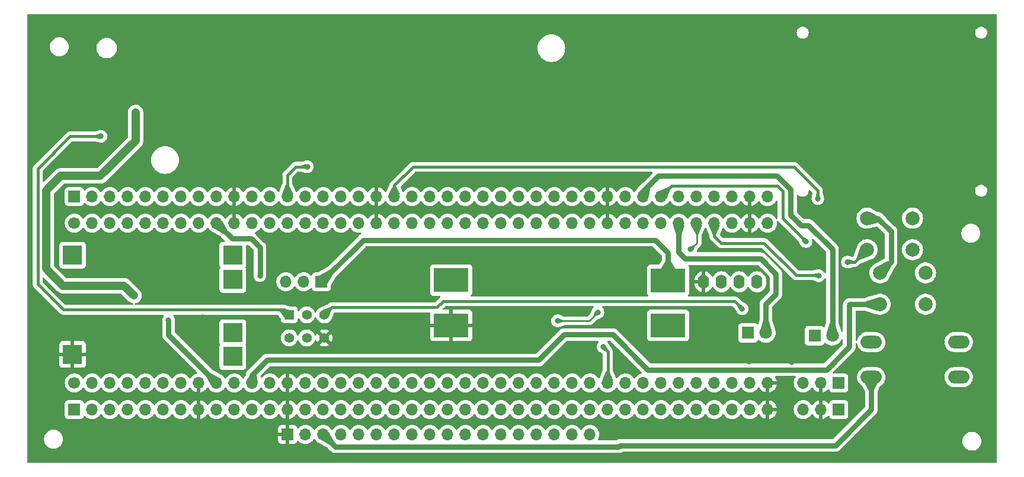
<source format=gbl>
G04 #@! TF.GenerationSoftware,KiCad,Pcbnew,(7.99.0-200-gad838e3d73)*
G04 #@! TF.CreationDate,2024-03-15T16:28:31+07:00*
G04 #@! TF.ProjectId,WMS,574d532e-6b69-4636-9164-5f7063625858,rev?*
G04 #@! TF.SameCoordinates,Original*
G04 #@! TF.FileFunction,Copper,L2,Bot*
G04 #@! TF.FilePolarity,Positive*
%FSLAX46Y46*%
G04 Gerber Fmt 4.6, Leading zero omitted, Abs format (unit mm)*
G04 Created by KiCad (PCBNEW (7.99.0-200-gad838e3d73)) date 2024-03-15 16:28:31*
%MOMM*%
%LPD*%
G01*
G04 APERTURE LIST*
G04 #@! TA.AperFunction,ComponentPad*
%ADD10C,2.000000*%
G04 #@! TD*
G04 #@! TA.AperFunction,ComponentPad*
%ADD11R,1.400000X1.400000*%
G04 #@! TD*
G04 #@! TA.AperFunction,ComponentPad*
%ADD12C,1.400000*%
G04 #@! TD*
G04 #@! TA.AperFunction,ComponentPad*
%ADD13R,5.000000X3.500000*%
G04 #@! TD*
G04 #@! TA.AperFunction,ComponentPad*
%ADD14R,1.700000X1.700000*%
G04 #@! TD*
G04 #@! TA.AperFunction,ComponentPad*
%ADD15O,1.700000X1.700000*%
G04 #@! TD*
G04 #@! TA.AperFunction,ComponentPad*
%ADD16O,1.600000X2.000000*%
G04 #@! TD*
G04 #@! TA.AperFunction,ComponentPad*
%ADD17C,1.700000*%
G04 #@! TD*
G04 #@! TA.AperFunction,ComponentPad*
%ADD18R,1.800000X1.800000*%
G04 #@! TD*
G04 #@! TA.AperFunction,ComponentPad*
%ADD19C,1.800000*%
G04 #@! TD*
G04 #@! TA.AperFunction,ComponentPad*
%ADD20O,3.048000X1.850000*%
G04 #@! TD*
G04 #@! TA.AperFunction,ComponentPad*
%ADD21R,2.800000X2.800000*%
G04 #@! TD*
G04 #@! TA.AperFunction,ViaPad*
%ADD22C,0.800000*%
G04 #@! TD*
G04 #@! TA.AperFunction,Conductor*
%ADD23C,0.800000*%
G04 #@! TD*
G04 #@! TA.AperFunction,Conductor*
%ADD24C,0.400000*%
G04 #@! TD*
G04 #@! TA.AperFunction,Conductor*
%ADD25C,0.250000*%
G04 #@! TD*
G04 #@! TA.AperFunction,Conductor*
%ADD26C,1.200000*%
G04 #@! TD*
G04 APERTURE END LIST*
D10*
X194945000Y-85572600D03*
X188445000Y-85572600D03*
X194945000Y-81072600D03*
X188445000Y-81072600D03*
D11*
X105896399Y-94896399D03*
D12*
X108396400Y-94896400D03*
X110896400Y-94896400D03*
X105896400Y-98196400D03*
X108396400Y-98196400D03*
X110896400Y-98196400D03*
D10*
X190299200Y-88895800D03*
X196799200Y-88895800D03*
X190299200Y-93395800D03*
X196799200Y-93395800D03*
D13*
X160019999Y-89965999D03*
X160019999Y-96415999D03*
X129019999Y-96415999D03*
X129019999Y-89915999D03*
D14*
X75183999Y-108457999D03*
D15*
X77723999Y-108457999D03*
X80263999Y-108457999D03*
X82803999Y-108457999D03*
X85343999Y-108457999D03*
X87883999Y-108457999D03*
X90423999Y-108457999D03*
X92963999Y-108457999D03*
X95503999Y-108457999D03*
X98043999Y-108457999D03*
X100583999Y-108457999D03*
X103123999Y-108457999D03*
X105663999Y-108457999D03*
X108203999Y-108457999D03*
X110743999Y-108457999D03*
X113283999Y-108457999D03*
X115823999Y-108457999D03*
X118363999Y-108457999D03*
X120903999Y-108457999D03*
X123443999Y-108457999D03*
X125983999Y-108457999D03*
X128523999Y-108457999D03*
X131063999Y-108457999D03*
X133603999Y-108457999D03*
X136143999Y-108457999D03*
X138683999Y-108457999D03*
X141223999Y-108457999D03*
X143763999Y-108457999D03*
X146303999Y-108457999D03*
X148843999Y-108457999D03*
X151383999Y-108457999D03*
X153923999Y-108457999D03*
X156463999Y-108457999D03*
X159003999Y-108457999D03*
X161543999Y-108457999D03*
X164083999Y-108457999D03*
X166623999Y-108457999D03*
X169163999Y-108457999D03*
X171703999Y-108457999D03*
X174243999Y-108457999D03*
D14*
X110489999Y-90169999D03*
D15*
X107949999Y-90169999D03*
X105409999Y-90169999D03*
D16*
X165099999Y-90169999D03*
X167639999Y-90169999D03*
X170179999Y-90169999D03*
X172719999Y-90169999D03*
D14*
X184403999Y-108457999D03*
D15*
X181863999Y-108457999D03*
X179323999Y-108457999D03*
D17*
X75184000Y-81788000D03*
D15*
X77723999Y-81787999D03*
X80263999Y-81787999D03*
X82803999Y-81787999D03*
X85343999Y-81787999D03*
X87883999Y-81787999D03*
X90423999Y-81787999D03*
X92963999Y-81787999D03*
X95503999Y-81787999D03*
X98043999Y-81787999D03*
X100583999Y-81787999D03*
X103123999Y-81787999D03*
X105663999Y-81787999D03*
X108203999Y-81787999D03*
X110743999Y-81787999D03*
X113283999Y-81787999D03*
X115823999Y-81787999D03*
X118363999Y-81787999D03*
X120903999Y-81787999D03*
X123443999Y-81787999D03*
X125983999Y-81787999D03*
X128523999Y-81787999D03*
X131063999Y-81787999D03*
X133603999Y-81787999D03*
X136143999Y-81787999D03*
X138683999Y-81787999D03*
X141223999Y-81787999D03*
X143763999Y-81787999D03*
X146303999Y-81787999D03*
X148843999Y-81787999D03*
X151383999Y-81787999D03*
X153923999Y-81787999D03*
X156463999Y-81787999D03*
X159003999Y-81787999D03*
X161543999Y-81787999D03*
X164083999Y-81787999D03*
X166623999Y-81787999D03*
X169163999Y-81787999D03*
X171703999Y-81787999D03*
X174243999Y-81787999D03*
X174243999Y-104647999D03*
X171703999Y-104647999D03*
X169163999Y-104647999D03*
X166623999Y-104647999D03*
X164083999Y-104647999D03*
X161543999Y-104647999D03*
X159003999Y-104647999D03*
X156463999Y-104647999D03*
X153923999Y-104647999D03*
X151383999Y-104647999D03*
X148843999Y-104647999D03*
X146303999Y-104647999D03*
X143763999Y-104647999D03*
X141223999Y-104647999D03*
X138683999Y-104647999D03*
X136143999Y-104647999D03*
X133603999Y-104647999D03*
X131063999Y-104647999D03*
X128523999Y-104647999D03*
X125983999Y-104647999D03*
X123443999Y-104647999D03*
X120903999Y-104647999D03*
X118363999Y-104647999D03*
X115823999Y-104647999D03*
X113283999Y-104647999D03*
X110743999Y-104647999D03*
X108203999Y-104647999D03*
X105663999Y-104647999D03*
X103123999Y-104647999D03*
X100583999Y-104647999D03*
X98043999Y-104647999D03*
X95503999Y-104647999D03*
X92963999Y-104647999D03*
X90423999Y-104647999D03*
X87883999Y-104647999D03*
X85343999Y-104647999D03*
X82803999Y-104647999D03*
X80263999Y-104647999D03*
X77723999Y-104647999D03*
D17*
X75184000Y-104648000D03*
D15*
X179323999Y-104647999D03*
X181863999Y-104647999D03*
D14*
X184403999Y-104647999D03*
D18*
X180944599Y-97891599D03*
D19*
X183484600Y-97891600D03*
D18*
X171449999Y-97485199D03*
D19*
X173990000Y-97485200D03*
D20*
X189048999Y-98809799D03*
X201548999Y-98809799D03*
X189048999Y-103809799D03*
X201548999Y-103809799D03*
D14*
X105663999Y-112013999D03*
D15*
X108203999Y-112013999D03*
X110743999Y-112013999D03*
X113283999Y-112013999D03*
X115823999Y-112013999D03*
X118363999Y-112013999D03*
X120903999Y-112013999D03*
X123443999Y-112013999D03*
X125983999Y-112013999D03*
X128523999Y-112013999D03*
X131063999Y-112013999D03*
X133603999Y-112013999D03*
X136143999Y-112013999D03*
X138683999Y-112013999D03*
X141223999Y-112013999D03*
X143763999Y-112013999D03*
X146303999Y-112013999D03*
X148843999Y-112013999D03*
D21*
X74929999Y-86359999D03*
X74929999Y-100559999D03*
X97829999Y-86359999D03*
X97829999Y-100859999D03*
X97829999Y-89859999D03*
X97829999Y-97459999D03*
D14*
X75183999Y-77977999D03*
D15*
X77723999Y-77977999D03*
X80263999Y-77977999D03*
X82803999Y-77977999D03*
X85343999Y-77977999D03*
X87883999Y-77977999D03*
X90423999Y-77977999D03*
X92963999Y-77977999D03*
X95503999Y-77977999D03*
X98043999Y-77977999D03*
X100583999Y-77977999D03*
X103123999Y-77977999D03*
X105663999Y-77977999D03*
X108203999Y-77977999D03*
X110743999Y-77977999D03*
X113283999Y-77977999D03*
X115823999Y-77977999D03*
X118363999Y-77977999D03*
X120903999Y-77977999D03*
X123443999Y-77977999D03*
X125983999Y-77977999D03*
X128523999Y-77977999D03*
X131063999Y-77977999D03*
X133603999Y-77977999D03*
X136143999Y-77977999D03*
X138683999Y-77977999D03*
X141223999Y-77977999D03*
X143763999Y-77977999D03*
X146303999Y-77977999D03*
X148843999Y-77977999D03*
X151383999Y-77977999D03*
X153923999Y-77977999D03*
X156463999Y-77977999D03*
X159003999Y-77977999D03*
X161543999Y-77977999D03*
X164083999Y-77977999D03*
X166623999Y-77977999D03*
X169163999Y-77977999D03*
X171703999Y-77977999D03*
X174243999Y-77977999D03*
D22*
X171602400Y-101625400D03*
X199059800Y-86995000D03*
X151434800Y-110998000D03*
X186893200Y-75107800D03*
X100482400Y-98780600D03*
X120319800Y-58496200D03*
X93497400Y-95250000D03*
X186131200Y-102870000D03*
X179019200Y-78968600D03*
X77673200Y-92862400D03*
X161950400Y-99669600D03*
X168351200Y-99364800D03*
X197866000Y-80086200D03*
X105587800Y-58318400D03*
X173075600Y-71424800D03*
X177723800Y-101650800D03*
X183870600Y-81711800D03*
X155651200Y-96875600D03*
X153644600Y-101422200D03*
X108483400Y-73710800D03*
X150723600Y-99466400D03*
X88646000Y-95656400D03*
X101701600Y-89281000D03*
X181406800Y-78282800D03*
X179705000Y-84429600D03*
X149987000Y-94538800D03*
X163245800Y-85547200D03*
X144221200Y-95758000D03*
X181559200Y-89306400D03*
X185648600Y-87350600D03*
X83921600Y-65938400D03*
X83718400Y-92151200D03*
X78968600Y-69367400D03*
X170586400Y-94030800D03*
D23*
X191871600Y-87323400D02*
X190299200Y-88895800D01*
X191871600Y-82956400D02*
X191871600Y-87323400D01*
X189987800Y-81072600D02*
X191871600Y-82956400D01*
X188445000Y-81072600D02*
X189987800Y-81072600D01*
D24*
X186667000Y-87350600D02*
X185648600Y-87350600D01*
X188445000Y-85572600D02*
X186667000Y-87350600D01*
D23*
X100584000Y-103505000D02*
X100584000Y-104648000D01*
X102717600Y-101371400D02*
X100584000Y-103505000D01*
X141528800Y-101371400D02*
X102717600Y-101371400D01*
X145186400Y-97713800D02*
X141528800Y-101371400D01*
X152120600Y-97713800D02*
X145186400Y-97713800D01*
X157149800Y-102743000D02*
X152120600Y-97713800D01*
X185902600Y-99491800D02*
X182651400Y-102743000D01*
X185902600Y-93513400D02*
X185902600Y-99491800D01*
X190299200Y-93395800D02*
X186020200Y-93395800D01*
X186020200Y-93395800D02*
X185902600Y-93513400D01*
X182651400Y-102743000D02*
X157149800Y-102743000D01*
X189049000Y-108461200D02*
X189049000Y-103809800D01*
X183921400Y-113588800D02*
X189049000Y-108461200D01*
X153111200Y-113588800D02*
X183921400Y-113588800D01*
X112496600Y-113766600D02*
X152933400Y-113766600D01*
X152933400Y-113766600D02*
X153111200Y-113588800D01*
X110744000Y-112014000D02*
X112496600Y-113766600D01*
D24*
X105613200Y-74930000D02*
X105613200Y-77927200D01*
X108483400Y-73710800D02*
X106832400Y-73710800D01*
X106832400Y-73710800D02*
X105613200Y-74930000D01*
X105613200Y-77927200D02*
X105664000Y-77978000D01*
X151409400Y-100152200D02*
X151409400Y-104622600D01*
X150723600Y-99466400D02*
X151409400Y-100152200D01*
X151409400Y-104622600D02*
X151384000Y-104648000D01*
D23*
X158648400Y-75031600D02*
X175564800Y-75031600D01*
X156464000Y-77978000D02*
X156464000Y-77216000D01*
X180086000Y-82092800D02*
X183484600Y-85491400D01*
X156464000Y-77216000D02*
X158648400Y-75031600D01*
X177520600Y-76987400D02*
X177520600Y-80568800D01*
X183484600Y-85491400D02*
X183484600Y-97891600D01*
X175564800Y-75031600D02*
X177520600Y-76987400D01*
X177520600Y-80568800D02*
X179044600Y-82092800D01*
X179044600Y-82092800D02*
X180086000Y-82092800D01*
X175412400Y-89027000D02*
X173253400Y-86868000D01*
X175412400Y-91922600D02*
X175412400Y-89027000D01*
X173990000Y-97485200D02*
X173990000Y-93345000D01*
X162458400Y-86868000D02*
X161544000Y-85953600D01*
X161544000Y-85953600D02*
X161544000Y-81788000D01*
X173253400Y-86868000D02*
X162458400Y-86868000D01*
X173990000Y-93345000D02*
X175412400Y-91922600D01*
X101701600Y-85267800D02*
X100457000Y-84023200D01*
X100457000Y-84023200D02*
X97739200Y-84023200D01*
X88646000Y-95656400D02*
X88646000Y-97790000D01*
X101701600Y-89281000D02*
X101701600Y-85267800D01*
X97739200Y-84023200D02*
X95504000Y-81788000D01*
X88646000Y-97790000D02*
X95504000Y-104648000D01*
D24*
X120904000Y-76403200D02*
X120904000Y-77978000D01*
X178003200Y-73736200D02*
X123571000Y-73736200D01*
X181406800Y-77139800D02*
X178003200Y-73736200D01*
X181406800Y-78282800D02*
X181406800Y-77139800D01*
X123571000Y-73736200D02*
X120904000Y-76403200D01*
X179705000Y-84429600D02*
X176377600Y-81102200D01*
X176377600Y-77190600D02*
X175641000Y-76454000D01*
X176377600Y-81102200D02*
X176377600Y-77190600D01*
X160528000Y-76454000D02*
X159004000Y-77978000D01*
X175641000Y-76454000D02*
X160528000Y-76454000D01*
D25*
X163245800Y-85547200D02*
X164160200Y-84632800D01*
X164160200Y-84632800D02*
X164160200Y-81864200D01*
X164160200Y-81864200D02*
X164084000Y-81788000D01*
X144221200Y-95758000D02*
X148767800Y-95758000D01*
X148767800Y-95758000D02*
X149987000Y-94538800D01*
D24*
X181559200Y-89306400D02*
X181483000Y-89230200D01*
X173736000Y-84632800D02*
X167589200Y-84632800D01*
X181483000Y-89230200D02*
X178333400Y-89230200D01*
X166624000Y-83667600D02*
X166624000Y-81788000D01*
X178333400Y-89230200D02*
X173736000Y-84632800D01*
X167589200Y-84632800D02*
X166624000Y-83667600D01*
D26*
X83921600Y-70027800D02*
X83921600Y-65938400D01*
X73228200Y-75031600D02*
X78917800Y-75031600D01*
X82296000Y-90728800D02*
X73558400Y-90728800D01*
X83718400Y-92151200D02*
X82296000Y-90728800D01*
X73558400Y-90728800D02*
X71170800Y-88341200D01*
X78917800Y-75031600D02*
X83921600Y-70027800D01*
X71170800Y-77089000D02*
X73228200Y-75031600D01*
X71170800Y-88341200D02*
X71170800Y-77089000D01*
D24*
X105183200Y-94183200D02*
X105896400Y-94896400D01*
X73660000Y-94183200D02*
X105183200Y-94183200D01*
X74599800Y-69367400D02*
X69951600Y-74015600D01*
X69951600Y-74015600D02*
X69951600Y-90474800D01*
X78968600Y-69367400D02*
X74599800Y-69367400D01*
X69951600Y-90474800D02*
X73660000Y-94183200D01*
X127863600Y-92964000D02*
X127000000Y-93827600D01*
X111965200Y-93827600D02*
X110896400Y-94896400D01*
X170586400Y-94030800D02*
X169519600Y-92964000D01*
X127000000Y-93827600D02*
X111965200Y-93827600D01*
X169519600Y-92964000D02*
X127863600Y-92964000D01*
D23*
X160020000Y-85979000D02*
X160020000Y-89966000D01*
X158242000Y-84201000D02*
X160020000Y-85979000D01*
X110490000Y-90170000D02*
X116459000Y-84201000D01*
X116459000Y-84201000D02*
X158242000Y-84201000D01*
G04 #@! TA.AperFunction,Conductor*
G36*
X151743692Y-98623739D02*
G01*
X151783920Y-98650619D01*
X156248374Y-103115074D01*
X156280468Y-103170661D01*
X156280468Y-103234848D01*
X156248374Y-103290436D01*
X156192787Y-103322530D01*
X156005567Y-103372695D01*
X156005560Y-103372697D01*
X156000337Y-103374097D01*
X155995432Y-103376383D01*
X155995427Y-103376386D01*
X155791081Y-103471675D01*
X155791077Y-103471677D01*
X155786171Y-103473965D01*
X155781738Y-103477068D01*
X155781731Y-103477073D01*
X155597034Y-103606399D01*
X155597029Y-103606402D01*
X155592599Y-103609505D01*
X155588775Y-103613328D01*
X155588769Y-103613334D01*
X155429334Y-103772769D01*
X155429328Y-103772775D01*
X155425505Y-103776599D01*
X155422402Y-103781029D01*
X155422399Y-103781034D01*
X155295575Y-103962159D01*
X155251257Y-104001025D01*
X155194000Y-104015036D01*
X155136743Y-104001025D01*
X155092425Y-103962159D01*
X155005924Y-103838623D01*
X154962495Y-103776599D01*
X154795401Y-103609505D01*
X154790970Y-103606402D01*
X154790966Y-103606399D01*
X154606259Y-103477066D01*
X154606257Y-103477064D01*
X154601830Y-103473965D01*
X154596933Y-103471681D01*
X154596927Y-103471678D01*
X154392572Y-103376386D01*
X154392570Y-103376385D01*
X154387663Y-103374097D01*
X154382438Y-103372697D01*
X154382430Y-103372694D01*
X154164634Y-103314337D01*
X154164630Y-103314336D01*
X154159408Y-103312937D01*
X154154020Y-103312465D01*
X154154017Y-103312465D01*
X153929395Y-103292813D01*
X153924000Y-103292341D01*
X153918605Y-103292813D01*
X153693982Y-103312465D01*
X153693977Y-103312465D01*
X153688592Y-103312937D01*
X153683371Y-103314335D01*
X153683365Y-103314337D01*
X153465569Y-103372694D01*
X153465557Y-103372698D01*
X153460337Y-103374097D01*
X153455432Y-103376383D01*
X153455427Y-103376386D01*
X153251081Y-103471675D01*
X153251077Y-103471677D01*
X153246171Y-103473965D01*
X153241738Y-103477068D01*
X153241731Y-103477073D01*
X153057034Y-103606399D01*
X153057029Y-103606402D01*
X153052599Y-103609505D01*
X153048775Y-103613328D01*
X153048769Y-103613334D01*
X152889334Y-103772769D01*
X152889328Y-103772775D01*
X152885505Y-103776599D01*
X152882403Y-103781028D01*
X152882403Y-103781029D01*
X152767506Y-103945119D01*
X152716975Y-103987002D01*
X152652145Y-103997226D01*
X152591177Y-103972929D01*
X152551152Y-103920916D01*
X152119119Y-102864045D01*
X152109900Y-102817126D01*
X152109900Y-100177121D01*
X152110126Y-100169633D01*
X152110717Y-100159859D01*
X152113758Y-100109594D01*
X152102914Y-100050421D01*
X152101787Y-100043015D01*
X152096982Y-100003443D01*
X152094540Y-99983328D01*
X152090947Y-99973856D01*
X152084922Y-99952241D01*
X152083095Y-99942269D01*
X152058409Y-99887420D01*
X152055542Y-99880498D01*
X152042452Y-99845981D01*
X152034218Y-99824270D01*
X152028459Y-99815927D01*
X152017433Y-99796377D01*
X152016356Y-99793984D01*
X152013278Y-99787144D01*
X151990945Y-99758638D01*
X151976191Y-99739805D01*
X151971753Y-99733774D01*
X151941846Y-99690447D01*
X151937583Y-99684271D01*
X151931968Y-99679297D01*
X151931965Y-99679293D01*
X151892570Y-99644393D01*
X151887116Y-99639259D01*
X151855465Y-99607608D01*
X151836100Y-99582514D01*
X151825350Y-99564128D01*
X151534675Y-99066971D01*
X151528139Y-99057788D01*
X151521792Y-99047908D01*
X151456133Y-98934184D01*
X151444927Y-98921739D01*
X151373815Y-98842761D01*
X151354465Y-98821271D01*
X151327184Y-98771646D01*
X151324812Y-98715065D01*
X151347846Y-98663330D01*
X151391481Y-98627232D01*
X151446616Y-98614300D01*
X151696239Y-98614300D01*
X151743692Y-98623739D01*
G37*
G04 #@! TD.AperFunction*
G04 #@! TA.AperFunction,Conductor*
G36*
X165382442Y-82460213D02*
G01*
X165433611Y-82486095D01*
X165467664Y-82532231D01*
X165913590Y-83579598D01*
X165923500Y-83628173D01*
X165923500Y-83642679D01*
X165923274Y-83650167D01*
X165920094Y-83702718D01*
X165920094Y-83702726D01*
X165919642Y-83710206D01*
X165920993Y-83717582D01*
X165920994Y-83717587D01*
X165930483Y-83769371D01*
X165931610Y-83776771D01*
X165937955Y-83829025D01*
X165937956Y-83829030D01*
X165938860Y-83836472D01*
X165941519Y-83843485D01*
X165941521Y-83843491D01*
X165942450Y-83845940D01*
X165948475Y-83867552D01*
X165948951Y-83870151D01*
X165948954Y-83870160D01*
X165950305Y-83877532D01*
X165953382Y-83884369D01*
X165953383Y-83884372D01*
X165974991Y-83932384D01*
X165977857Y-83939302D01*
X165984854Y-83957751D01*
X165999182Y-83995530D01*
X166003442Y-84001702D01*
X166003445Y-84001707D01*
X166004937Y-84003868D01*
X166015959Y-84023410D01*
X166017039Y-84025810D01*
X166017044Y-84025819D01*
X166020122Y-84032657D01*
X166051023Y-84072100D01*
X166057216Y-84080004D01*
X166061636Y-84086010D01*
X166095817Y-84135529D01*
X166140847Y-84175422D01*
X166146282Y-84180539D01*
X167076259Y-85110516D01*
X167081393Y-85115970D01*
X167121271Y-85160983D01*
X167170777Y-85195155D01*
X167176797Y-85199585D01*
X167224143Y-85236678D01*
X167230979Y-85239754D01*
X167230985Y-85239758D01*
X167233379Y-85240835D01*
X167252933Y-85251863D01*
X167261270Y-85257618D01*
X167317496Y-85278941D01*
X167324418Y-85281808D01*
X167371823Y-85303144D01*
X167379269Y-85306495D01*
X167389241Y-85308322D01*
X167410856Y-85314347D01*
X167420328Y-85317940D01*
X167476655Y-85324779D01*
X167480015Y-85325187D01*
X167487422Y-85326314D01*
X167546594Y-85337158D01*
X167606633Y-85333525D01*
X167614121Y-85333300D01*
X173394481Y-85333300D01*
X173441934Y-85342739D01*
X173482162Y-85369619D01*
X177820459Y-89707916D01*
X177825593Y-89713370D01*
X177865471Y-89758383D01*
X177871640Y-89762641D01*
X177871641Y-89762642D01*
X177914969Y-89792549D01*
X177921002Y-89796988D01*
X177951121Y-89820585D01*
X177968343Y-89834077D01*
X177975185Y-89837156D01*
X177977575Y-89838232D01*
X177997124Y-89849258D01*
X177999288Y-89850752D01*
X177999296Y-89850756D01*
X178005470Y-89855018D01*
X178028867Y-89863891D01*
X178061706Y-89876345D01*
X178068628Y-89879212D01*
X178123468Y-89903894D01*
X178133435Y-89905720D01*
X178155053Y-89911747D01*
X178157513Y-89912680D01*
X178157516Y-89912680D01*
X178164528Y-89915340D01*
X178222002Y-89922318D01*
X178224230Y-89922589D01*
X178231635Y-89923716D01*
X178247466Y-89926616D01*
X178290794Y-89934557D01*
X178350821Y-89930926D01*
X178358309Y-89930700D01*
X180643379Y-89930700D01*
X180688332Y-89939135D01*
X181031513Y-90072628D01*
X181212223Y-90142923D01*
X181215117Y-90143737D01*
X181215122Y-90143739D01*
X181235851Y-90149572D01*
X181252697Y-90155656D01*
X181279397Y-90167544D01*
X181464554Y-90206900D01*
X181647343Y-90206900D01*
X181653846Y-90206900D01*
X181839003Y-90167544D01*
X182011930Y-90090551D01*
X182165071Y-89979288D01*
X182291733Y-89838616D01*
X182352713Y-89732994D01*
X182398100Y-89687608D01*
X182460100Y-89670995D01*
X182522100Y-89687608D01*
X182567487Y-89732995D01*
X182584100Y-89794995D01*
X182584100Y-95983390D01*
X182578986Y-96018633D01*
X182410914Y-96585601D01*
X182377957Y-96639757D01*
X182322538Y-96670546D01*
X182259145Y-96669918D01*
X182205732Y-96638845D01*
X182202146Y-96634054D01*
X182086931Y-96547804D01*
X181952083Y-96497509D01*
X181944370Y-96496679D01*
X181944367Y-96496679D01*
X181895780Y-96491455D01*
X181895769Y-96491454D01*
X181892473Y-96491100D01*
X181889150Y-96491100D01*
X180000039Y-96491100D01*
X180000020Y-96491100D01*
X179996728Y-96491101D01*
X179993450Y-96491453D01*
X179993438Y-96491454D01*
X179944831Y-96496679D01*
X179944825Y-96496680D01*
X179937117Y-96497509D01*
X179929852Y-96500218D01*
X179929846Y-96500220D01*
X179810580Y-96544704D01*
X179810578Y-96544704D01*
X179802269Y-96547804D01*
X179795172Y-96553116D01*
X179795168Y-96553119D01*
X179694150Y-96628741D01*
X179694146Y-96628744D01*
X179687054Y-96634054D01*
X179681744Y-96641146D01*
X179681741Y-96641150D01*
X179606119Y-96742168D01*
X179606116Y-96742172D01*
X179600804Y-96749269D01*
X179597704Y-96757578D01*
X179597704Y-96757580D01*
X179553220Y-96876847D01*
X179553219Y-96876850D01*
X179550509Y-96884117D01*
X179549679Y-96891827D01*
X179549679Y-96891832D01*
X179544455Y-96940419D01*
X179544454Y-96940431D01*
X179544100Y-96943727D01*
X179544100Y-96947048D01*
X179544100Y-96947049D01*
X179544100Y-98836160D01*
X179544100Y-98836178D01*
X179544101Y-98839472D01*
X179544453Y-98842750D01*
X179544454Y-98842761D01*
X179549679Y-98891368D01*
X179549680Y-98891373D01*
X179550509Y-98899083D01*
X179553219Y-98906349D01*
X179553220Y-98906353D01*
X179578732Y-98974752D01*
X179600804Y-99033931D01*
X179606118Y-99041030D01*
X179606119Y-99041031D01*
X179656914Y-99108885D01*
X179687054Y-99149146D01*
X179802269Y-99235396D01*
X179937117Y-99285691D01*
X179996727Y-99292100D01*
X181892472Y-99292099D01*
X181952083Y-99285691D01*
X182086931Y-99235396D01*
X182202146Y-99149146D01*
X182288396Y-99033931D01*
X182317054Y-98957093D01*
X182353004Y-98905880D01*
X182409385Y-98878741D01*
X182471839Y-98882588D01*
X182524463Y-98916440D01*
X182529339Y-98921736D01*
X182532816Y-98925513D01*
X182536862Y-98928662D01*
X182536863Y-98928663D01*
X182596080Y-98974753D01*
X182715974Y-99068070D01*
X182920097Y-99178536D01*
X183139619Y-99253898D01*
X183368551Y-99292100D01*
X183595516Y-99292100D01*
X183600649Y-99292100D01*
X183829581Y-99253898D01*
X184049103Y-99178536D01*
X184253226Y-99068070D01*
X184436384Y-98925513D01*
X184593579Y-98754753D01*
X184720524Y-98560449D01*
X184764543Y-98460094D01*
X184806883Y-98408394D01*
X184869905Y-98386175D01*
X184935306Y-98399888D01*
X184984094Y-98445552D01*
X185002100Y-98509904D01*
X185002100Y-99067439D01*
X184992661Y-99114892D01*
X184965781Y-99155120D01*
X182314720Y-101806181D01*
X182274492Y-101833061D01*
X182227039Y-101842500D01*
X157574162Y-101842500D01*
X157526709Y-101833061D01*
X157486481Y-101806181D01*
X153890877Y-98210578D01*
X157019500Y-98210578D01*
X157019501Y-98213872D01*
X157019853Y-98217150D01*
X157019854Y-98217161D01*
X157025079Y-98265768D01*
X157025080Y-98265773D01*
X157025909Y-98273483D01*
X157028619Y-98280749D01*
X157028620Y-98280753D01*
X157036405Y-98301625D01*
X157076204Y-98408331D01*
X157081518Y-98415430D01*
X157081519Y-98415431D01*
X157152241Y-98509904D01*
X157162454Y-98523546D01*
X157277669Y-98609796D01*
X157412517Y-98660091D01*
X157472127Y-98666500D01*
X162567872Y-98666499D01*
X162627483Y-98660091D01*
X162762331Y-98609796D01*
X162877546Y-98523546D01*
X162963796Y-98408331D01*
X163014091Y-98273483D01*
X163020500Y-98213873D01*
X163020499Y-94618128D01*
X163014091Y-94558517D01*
X162963796Y-94423669D01*
X162877546Y-94308454D01*
X162861310Y-94296300D01*
X162769431Y-94227519D01*
X162769430Y-94227518D01*
X162762331Y-94222204D01*
X162678076Y-94190779D01*
X162634752Y-94174620D01*
X162634750Y-94174619D01*
X162627483Y-94171909D01*
X162619770Y-94171079D01*
X162619767Y-94171079D01*
X162571180Y-94165855D01*
X162571169Y-94165854D01*
X162567873Y-94165500D01*
X162564550Y-94165500D01*
X157475439Y-94165500D01*
X157475420Y-94165500D01*
X157472128Y-94165501D01*
X157468850Y-94165853D01*
X157468838Y-94165854D01*
X157420231Y-94171079D01*
X157420225Y-94171080D01*
X157412517Y-94171909D01*
X157405252Y-94174618D01*
X157405246Y-94174620D01*
X157285980Y-94219104D01*
X157285978Y-94219104D01*
X157277669Y-94222204D01*
X157270572Y-94227516D01*
X157270568Y-94227519D01*
X157169550Y-94303141D01*
X157169546Y-94303144D01*
X157162454Y-94308454D01*
X157157144Y-94315546D01*
X157157141Y-94315550D01*
X157081519Y-94416568D01*
X157081516Y-94416572D01*
X157076204Y-94423669D01*
X157073104Y-94431978D01*
X157073104Y-94431980D01*
X157028620Y-94551247D01*
X157028619Y-94551250D01*
X157025909Y-94558517D01*
X157025079Y-94566227D01*
X157025079Y-94566232D01*
X157019855Y-94614819D01*
X157019854Y-94614831D01*
X157019500Y-94618127D01*
X157019500Y-94621448D01*
X157019500Y-94621449D01*
X157019500Y-98210560D01*
X157019500Y-98210578D01*
X153890877Y-98210578D01*
X152814364Y-97134065D01*
X152801726Y-97119268D01*
X152799012Y-97115532D01*
X152793488Y-97107929D01*
X152743082Y-97062543D01*
X152738373Y-97058074D01*
X152726279Y-97045980D01*
X152726275Y-97045976D01*
X152723980Y-97043681D01*
X152721463Y-97041643D01*
X152721459Y-97041639D01*
X152708157Y-97030867D01*
X152703224Y-97026653D01*
X152657648Y-96985617D01*
X152657644Y-96985614D01*
X152652816Y-96981267D01*
X152647189Y-96978018D01*
X152647186Y-96978016D01*
X152640675Y-96974257D01*
X152624638Y-96963235D01*
X152618799Y-96958506D01*
X152618795Y-96958503D01*
X152613749Y-96954417D01*
X152586276Y-96940419D01*
X152553313Y-96923623D01*
X152547608Y-96920525D01*
X152494510Y-96889869D01*
X152494508Y-96889868D01*
X152488884Y-96886621D01*
X152475549Y-96882288D01*
X152457579Y-96874844D01*
X152453078Y-96872551D01*
X152450878Y-96871430D01*
X152450876Y-96871429D01*
X152445088Y-96868480D01*
X152438809Y-96866797D01*
X152438808Y-96866797D01*
X152379576Y-96850925D01*
X152373363Y-96849085D01*
X152308856Y-96828126D01*
X152302395Y-96827446D01*
X152302391Y-96827446D01*
X152294918Y-96826661D01*
X152275787Y-96823115D01*
X152268528Y-96821170D01*
X152268525Y-96821169D01*
X152262246Y-96819487D01*
X152255757Y-96819146D01*
X152255752Y-96819146D01*
X152194508Y-96815936D01*
X152188047Y-96815428D01*
X152171013Y-96813638D01*
X152171004Y-96813637D01*
X152167792Y-96813300D01*
X152164547Y-96813300D01*
X152147426Y-96813300D01*
X152140937Y-96813130D01*
X152079703Y-96809921D01*
X152079701Y-96809921D01*
X152073212Y-96809581D01*
X152066791Y-96810597D01*
X152066790Y-96810598D01*
X152059372Y-96811773D01*
X152039974Y-96813300D01*
X145267027Y-96813300D01*
X145247629Y-96811773D01*
X145240210Y-96810598D01*
X145233789Y-96809581D01*
X145227298Y-96809921D01*
X145166064Y-96813130D01*
X145159575Y-96813300D01*
X145139208Y-96813300D01*
X145135994Y-96813637D01*
X145135987Y-96813638D01*
X145118953Y-96815428D01*
X145112492Y-96815936D01*
X145051246Y-96819146D01*
X145051238Y-96819147D01*
X145044755Y-96819487D01*
X145038477Y-96821168D01*
X145038476Y-96821169D01*
X145031205Y-96823117D01*
X145012087Y-96826660D01*
X145004608Y-96827446D01*
X145004604Y-96827446D01*
X144998144Y-96828126D01*
X144991968Y-96830132D01*
X144991966Y-96830133D01*
X144933637Y-96849085D01*
X144927417Y-96850927D01*
X144868193Y-96866797D01*
X144868191Y-96866797D01*
X144861913Y-96868480D01*
X144856121Y-96871430D01*
X144856113Y-96871434D01*
X144849414Y-96874847D01*
X144831458Y-96882285D01*
X144824297Y-96884612D01*
X144824292Y-96884613D01*
X144818116Y-96886621D01*
X144812496Y-96889865D01*
X144812486Y-96889870D01*
X144759387Y-96920526D01*
X144753687Y-96923621D01*
X144699039Y-96951466D01*
X144699032Y-96951469D01*
X144693251Y-96954416D01*
X144688210Y-96958497D01*
X144688196Y-96958507D01*
X144682344Y-96963246D01*
X144666329Y-96974253D01*
X144659812Y-96978015D01*
X144659795Y-96978027D01*
X144654184Y-96981267D01*
X144649363Y-96985607D01*
X144649357Y-96985612D01*
X144603795Y-97026636D01*
X144598866Y-97030846D01*
X144585540Y-97041637D01*
X144585515Y-97041658D01*
X144583020Y-97043680D01*
X144580740Y-97045959D01*
X144580722Y-97045976D01*
X144568602Y-97058096D01*
X144563897Y-97062561D01*
X144518340Y-97103581D01*
X144518336Y-97103584D01*
X144513512Y-97107929D01*
X144509697Y-97113178D01*
X144509692Y-97113185D01*
X144505269Y-97119273D01*
X144492638Y-97134060D01*
X141192120Y-100434581D01*
X141151892Y-100461461D01*
X141104439Y-100470900D01*
X102798226Y-100470900D01*
X102778828Y-100469373D01*
X102771409Y-100468198D01*
X102764988Y-100467181D01*
X102758497Y-100467521D01*
X102697263Y-100470730D01*
X102690774Y-100470900D01*
X102670408Y-100470900D01*
X102667195Y-100471237D01*
X102667187Y-100471238D01*
X102650153Y-100473028D01*
X102643692Y-100473536D01*
X102582440Y-100476747D01*
X102582439Y-100476747D01*
X102575954Y-100477087D01*
X102569686Y-100478766D01*
X102569676Y-100478768D01*
X102562407Y-100480716D01*
X102543291Y-100484259D01*
X102535804Y-100485046D01*
X102535794Y-100485047D01*
X102529344Y-100485726D01*
X102523176Y-100487729D01*
X102523171Y-100487731D01*
X102464835Y-100506685D01*
X102458615Y-100508527D01*
X102399394Y-100524396D01*
X102399388Y-100524398D01*
X102393112Y-100526080D01*
X102387321Y-100529030D01*
X102387312Y-100529034D01*
X102380618Y-100532445D01*
X102362655Y-100539886D01*
X102355498Y-100542211D01*
X102355487Y-100542215D01*
X102349316Y-100544221D01*
X102343693Y-100547467D01*
X102343687Y-100547470D01*
X102290596Y-100578122D01*
X102284895Y-100581218D01*
X102230237Y-100609068D01*
X102230230Y-100609071D01*
X102224451Y-100612017D01*
X102219409Y-100616099D01*
X102219401Y-100616105D01*
X102213548Y-100620845D01*
X102197524Y-100631858D01*
X102191009Y-100635619D01*
X102191006Y-100635620D01*
X102185384Y-100638867D01*
X102180558Y-100643211D01*
X102180554Y-100643215D01*
X102134977Y-100684252D01*
X102130049Y-100688461D01*
X102116739Y-100699240D01*
X102116728Y-100699249D01*
X102114220Y-100701281D01*
X102111948Y-100703552D01*
X102111920Y-100703578D01*
X102099812Y-100715687D01*
X102095107Y-100720152D01*
X102049540Y-100761181D01*
X102049536Y-100761184D01*
X102044712Y-100765529D01*
X102040896Y-100770779D01*
X102040894Y-100770783D01*
X102036468Y-100776875D01*
X102023836Y-100791663D01*
X100360374Y-102455125D01*
X100355200Y-102460010D01*
X100352775Y-102462170D01*
X100352731Y-102462211D01*
X100351002Y-102463753D01*
X100349392Y-102465421D01*
X100349356Y-102465457D01*
X100331575Y-102483895D01*
X100330003Y-102485496D01*
X100004263Y-102811236D01*
X99989475Y-102823868D01*
X99983383Y-102828294D01*
X99983379Y-102828296D01*
X99978129Y-102832112D01*
X99973784Y-102836936D01*
X99973781Y-102836940D01*
X99932752Y-102882507D01*
X99928287Y-102887212D01*
X99916178Y-102899320D01*
X99916152Y-102899348D01*
X99913881Y-102901620D01*
X99911849Y-102904128D01*
X99911840Y-102904139D01*
X99901061Y-102917449D01*
X99896852Y-102922377D01*
X99855815Y-102967954D01*
X99855811Y-102967958D01*
X99851467Y-102972784D01*
X99848220Y-102978406D01*
X99848219Y-102978409D01*
X99844458Y-102984924D01*
X99833445Y-103000948D01*
X99828705Y-103006801D01*
X99828699Y-103006809D01*
X99824617Y-103011851D01*
X99821671Y-103017630D01*
X99821668Y-103017637D01*
X99793818Y-103072295D01*
X99790722Y-103077996D01*
X99760070Y-103131087D01*
X99760067Y-103131093D01*
X99756821Y-103136716D01*
X99754815Y-103142887D01*
X99754811Y-103142898D01*
X99752486Y-103150055D01*
X99745045Y-103168018D01*
X99741634Y-103174712D01*
X99741630Y-103174721D01*
X99738680Y-103180512D01*
X99736998Y-103186788D01*
X99736996Y-103186794D01*
X99721127Y-103246015D01*
X99719285Y-103252235D01*
X99700331Y-103310571D01*
X99700329Y-103310576D01*
X99698326Y-103316744D01*
X99697647Y-103323194D01*
X99697646Y-103323204D01*
X99696859Y-103330691D01*
X99693316Y-103349807D01*
X99691368Y-103357076D01*
X99691366Y-103357086D01*
X99689687Y-103363354D01*
X99689347Y-103369839D01*
X99689347Y-103369840D01*
X99686136Y-103431092D01*
X99685628Y-103437553D01*
X99684578Y-103447550D01*
X99683500Y-103457808D01*
X99683500Y-103461053D01*
X99683500Y-103478173D01*
X99683330Y-103484665D01*
X99682210Y-103506028D01*
X99664720Y-103563316D01*
X99487061Y-103859525D01*
X99482296Y-103866868D01*
X99415574Y-103962158D01*
X99371256Y-104001024D01*
X99313999Y-104015035D01*
X99256742Y-104001024D01*
X99212424Y-103962158D01*
X99190612Y-103931007D01*
X99082495Y-103776599D01*
X98915401Y-103609505D01*
X98910970Y-103606402D01*
X98910966Y-103606399D01*
X98726259Y-103477066D01*
X98726257Y-103477064D01*
X98721830Y-103473965D01*
X98716933Y-103471681D01*
X98716927Y-103471678D01*
X98512572Y-103376386D01*
X98512570Y-103376385D01*
X98507663Y-103374097D01*
X98502438Y-103372697D01*
X98502430Y-103372694D01*
X98284634Y-103314337D01*
X98284630Y-103314336D01*
X98279408Y-103312937D01*
X98274020Y-103312465D01*
X98274017Y-103312465D01*
X98049395Y-103292813D01*
X98044000Y-103292341D01*
X98038605Y-103292813D01*
X97813982Y-103312465D01*
X97813977Y-103312465D01*
X97808592Y-103312937D01*
X97803371Y-103314335D01*
X97803365Y-103314337D01*
X97585569Y-103372694D01*
X97585557Y-103372698D01*
X97580337Y-103374097D01*
X97575432Y-103376383D01*
X97575427Y-103376386D01*
X97371081Y-103471675D01*
X97371077Y-103471677D01*
X97366171Y-103473965D01*
X97361738Y-103477068D01*
X97361731Y-103477073D01*
X97177034Y-103606399D01*
X97177029Y-103606402D01*
X97172599Y-103609505D01*
X97168775Y-103613328D01*
X97168769Y-103613334D01*
X97009334Y-103772769D01*
X97009328Y-103772775D01*
X97005505Y-103776599D01*
X97002402Y-103781029D01*
X97002399Y-103781034D01*
X96875575Y-103962159D01*
X96831257Y-104001025D01*
X96774000Y-104015036D01*
X96716743Y-104001025D01*
X96672425Y-103962159D01*
X96585924Y-103838623D01*
X96542495Y-103776599D01*
X96375401Y-103609505D01*
X96370970Y-103606402D01*
X96370966Y-103606399D01*
X96192475Y-103481419D01*
X96181830Y-103473965D01*
X96094857Y-103433409D01*
X96076966Y-103423176D01*
X96070281Y-103418575D01*
X96070259Y-103418561D01*
X96067957Y-103416977D01*
X95530921Y-103115074D01*
X94891772Y-102755766D01*
X94864856Y-102735356D01*
X94434078Y-102304578D01*
X95929500Y-102304578D01*
X95929501Y-102307872D01*
X95929853Y-102311150D01*
X95929854Y-102311161D01*
X95935079Y-102359768D01*
X95935080Y-102359773D01*
X95935909Y-102367483D01*
X95938619Y-102374749D01*
X95938620Y-102374753D01*
X95958131Y-102427064D01*
X95986204Y-102502331D01*
X96072454Y-102617546D01*
X96187669Y-102703796D01*
X96322517Y-102754091D01*
X96382127Y-102760500D01*
X99277872Y-102760499D01*
X99337483Y-102754091D01*
X99472331Y-102703796D01*
X99587546Y-102617546D01*
X99673796Y-102502331D01*
X99724091Y-102367483D01*
X99730500Y-102307873D01*
X99730499Y-99412128D01*
X99724091Y-99352517D01*
X99673796Y-99217669D01*
X99672390Y-99215791D01*
X99658149Y-99160000D01*
X99672390Y-99104207D01*
X99673796Y-99102331D01*
X99724091Y-98967483D01*
X99730500Y-98907873D01*
X99730500Y-98196400D01*
X104690757Y-98196400D01*
X104691286Y-98202109D01*
X104710747Y-98412136D01*
X104711285Y-98417936D01*
X104712854Y-98423450D01*
X104770601Y-98626413D01*
X104770604Y-98626421D01*
X104772171Y-98631928D01*
X104774723Y-98637053D01*
X104774725Y-98637058D01*
X104868787Y-98825959D01*
X104868789Y-98825963D01*
X104871342Y-98831089D01*
X104874791Y-98835656D01*
X104874794Y-98835661D01*
X105001961Y-99004058D01*
X105001966Y-99004063D01*
X105005419Y-99008636D01*
X105009655Y-99012497D01*
X105009659Y-99012502D01*
X105099083Y-99094022D01*
X105169838Y-99158524D01*
X105358999Y-99275647D01*
X105566460Y-99356018D01*
X105785157Y-99396900D01*
X106001914Y-99396900D01*
X106007643Y-99396900D01*
X106226340Y-99356018D01*
X106433801Y-99275647D01*
X106622962Y-99158524D01*
X106787381Y-99008636D01*
X106921458Y-98831089D01*
X107020629Y-98631928D01*
X107027134Y-98609064D01*
X107059532Y-98554512D01*
X107114675Y-98523126D01*
X107178125Y-98523126D01*
X107233268Y-98554512D01*
X107265665Y-98609064D01*
X107272171Y-98631928D01*
X107274723Y-98637053D01*
X107274725Y-98637058D01*
X107368787Y-98825959D01*
X107368789Y-98825963D01*
X107371342Y-98831089D01*
X107374791Y-98835656D01*
X107374794Y-98835661D01*
X107501961Y-99004058D01*
X107501966Y-99004063D01*
X107505419Y-99008636D01*
X107509655Y-99012497D01*
X107509659Y-99012502D01*
X107599083Y-99094022D01*
X107669838Y-99158524D01*
X107858999Y-99275647D01*
X108066460Y-99356018D01*
X108285157Y-99396900D01*
X108501914Y-99396900D01*
X108507643Y-99396900D01*
X108726340Y-99356018D01*
X108933801Y-99275647D01*
X109051426Y-99202817D01*
X110247058Y-99202817D01*
X110254995Y-99210663D01*
X110354351Y-99272182D01*
X110364563Y-99277267D01*
X110561251Y-99353464D01*
X110572234Y-99356589D01*
X110779573Y-99395347D01*
X110790933Y-99396400D01*
X111001867Y-99396400D01*
X111013226Y-99395347D01*
X111220565Y-99356589D01*
X111231548Y-99353464D01*
X111428230Y-99277269D01*
X111438455Y-99272177D01*
X111537802Y-99210663D01*
X111545740Y-99202817D01*
X111539810Y-99193363D01*
X110907942Y-98561495D01*
X110896399Y-98554831D01*
X110884857Y-98561495D01*
X110252988Y-99193363D01*
X110247058Y-99202817D01*
X109051426Y-99202817D01*
X109122962Y-99158524D01*
X109287381Y-99008636D01*
X109421458Y-98831089D01*
X109520629Y-98631928D01*
X109527395Y-98608149D01*
X109559789Y-98553601D01*
X109614931Y-98522214D01*
X109678380Y-98522212D01*
X109733524Y-98553596D01*
X109765925Y-98608149D01*
X109771072Y-98626239D01*
X109775193Y-98636877D01*
X109869213Y-98825695D01*
X109875222Y-98835400D01*
X109876819Y-98837513D01*
X109887949Y-98845785D01*
X109900113Y-98839132D01*
X110531304Y-98207942D01*
X110537968Y-98196400D01*
X111254831Y-98196400D01*
X111261495Y-98207942D01*
X111892685Y-98839132D01*
X111904850Y-98845786D01*
X111915978Y-98837516D01*
X111917577Y-98835399D01*
X111923586Y-98825695D01*
X112017606Y-98636877D01*
X112021729Y-98626232D01*
X112079451Y-98423358D01*
X112081549Y-98412136D01*
X112100233Y-98210518D01*
X126020000Y-98210518D01*
X126020353Y-98217114D01*
X126025573Y-98265667D01*
X126029111Y-98280641D01*
X126073547Y-98399777D01*
X126081962Y-98415189D01*
X126157498Y-98516092D01*
X126169907Y-98528501D01*
X126270810Y-98604037D01*
X126286222Y-98612452D01*
X126405358Y-98656888D01*
X126420332Y-98660426D01*
X126468885Y-98665646D01*
X126475482Y-98666000D01*
X128753674Y-98666000D01*
X128766549Y-98662549D01*
X128770000Y-98649674D01*
X129270000Y-98649674D01*
X129273450Y-98662549D01*
X129286326Y-98666000D01*
X131564518Y-98666000D01*
X131571114Y-98665646D01*
X131619667Y-98660426D01*
X131634641Y-98656888D01*
X131753777Y-98612452D01*
X131769189Y-98604037D01*
X131870092Y-98528501D01*
X131882501Y-98516092D01*
X131958037Y-98415189D01*
X131966452Y-98399777D01*
X132010888Y-98280641D01*
X132014426Y-98265667D01*
X132019646Y-98217114D01*
X132020000Y-98210518D01*
X132020000Y-96682326D01*
X132016549Y-96669450D01*
X132003674Y-96666000D01*
X129286326Y-96666000D01*
X129273450Y-96669450D01*
X129270000Y-96682326D01*
X129270000Y-98649674D01*
X128770000Y-98649674D01*
X128770000Y-96682326D01*
X128766549Y-96669450D01*
X128753674Y-96666000D01*
X126036326Y-96666000D01*
X126023450Y-96669450D01*
X126020000Y-96682326D01*
X126020000Y-98210518D01*
X112100233Y-98210518D01*
X112101012Y-98202109D01*
X112101012Y-98190691D01*
X112081549Y-97980663D01*
X112079451Y-97969441D01*
X112021729Y-97766567D01*
X112017606Y-97755922D01*
X111923586Y-97567104D01*
X111917579Y-97557402D01*
X111915979Y-97555284D01*
X111904849Y-97547013D01*
X111892685Y-97553666D01*
X111261495Y-98184857D01*
X111254831Y-98196400D01*
X110537968Y-98196400D01*
X110531304Y-98184857D01*
X109900115Y-97553668D01*
X109887948Y-97547013D01*
X109876820Y-97555284D01*
X109875221Y-97557401D01*
X109869214Y-97567103D01*
X109775193Y-97755922D01*
X109771070Y-97766565D01*
X109765924Y-97784652D01*
X109733523Y-97839204D01*
X109678380Y-97870587D01*
X109614931Y-97870585D01*
X109559789Y-97839198D01*
X109527393Y-97784648D01*
X109520629Y-97760872D01*
X109421458Y-97561711D01*
X109416605Y-97555284D01*
X109290838Y-97388741D01*
X109290834Y-97388737D01*
X109287381Y-97384164D01*
X109283144Y-97380301D01*
X109283140Y-97380297D01*
X109127196Y-97238136D01*
X109127197Y-97238136D01*
X109122962Y-97234276D01*
X109118092Y-97231261D01*
X109118090Y-97231259D01*
X109051423Y-97189981D01*
X110247059Y-97189981D01*
X110252989Y-97199436D01*
X110884857Y-97831304D01*
X110896400Y-97837968D01*
X110907942Y-97831304D01*
X111539809Y-97199436D01*
X111545739Y-97189981D01*
X111537803Y-97182136D01*
X111438449Y-97120618D01*
X111428236Y-97115532D01*
X111231548Y-97039335D01*
X111220565Y-97036210D01*
X111013226Y-96997452D01*
X111001867Y-96996400D01*
X110790933Y-96996400D01*
X110779573Y-96997452D01*
X110572234Y-97036210D01*
X110561251Y-97039335D01*
X110364563Y-97115532D01*
X110354350Y-97120618D01*
X110254994Y-97182136D01*
X110247059Y-97189981D01*
X109051423Y-97189981D01*
X108938675Y-97120171D01*
X108938676Y-97120171D01*
X108933801Y-97117153D01*
X108923558Y-97113185D01*
X108731686Y-97038853D01*
X108731685Y-97038852D01*
X108726340Y-97036782D01*
X108720702Y-97035728D01*
X108513272Y-96996952D01*
X108513269Y-96996951D01*
X108507643Y-96995900D01*
X108285157Y-96995900D01*
X108279531Y-96996951D01*
X108279527Y-96996952D01*
X108072097Y-97035728D01*
X108072094Y-97035728D01*
X108066460Y-97036782D01*
X108061117Y-97038851D01*
X108061113Y-97038853D01*
X107864341Y-97115083D01*
X107864336Y-97115085D01*
X107858999Y-97117153D01*
X107854127Y-97120169D01*
X107854124Y-97120171D01*
X107674709Y-97231259D01*
X107674701Y-97231264D01*
X107669838Y-97234276D01*
X107665607Y-97238132D01*
X107665603Y-97238136D01*
X107509659Y-97380297D01*
X107509649Y-97380307D01*
X107505419Y-97384164D01*
X107501970Y-97388730D01*
X107501961Y-97388741D01*
X107374794Y-97557138D01*
X107374787Y-97557148D01*
X107371342Y-97561711D01*
X107368792Y-97566831D01*
X107368787Y-97566840D01*
X107274725Y-97755741D01*
X107274721Y-97755749D01*
X107272171Y-97760872D01*
X107270604Y-97766377D01*
X107270602Y-97766384D01*
X107265666Y-97783735D01*
X107233267Y-97838288D01*
X107178124Y-97869673D01*
X107114676Y-97869673D01*
X107059533Y-97838288D01*
X107027134Y-97783735D01*
X107025198Y-97776931D01*
X107020629Y-97760872D01*
X106921458Y-97561711D01*
X106916605Y-97555284D01*
X106790838Y-97388741D01*
X106790834Y-97388737D01*
X106787381Y-97384164D01*
X106783144Y-97380301D01*
X106783140Y-97380297D01*
X106627196Y-97238136D01*
X106627197Y-97238136D01*
X106622962Y-97234276D01*
X106618092Y-97231261D01*
X106618090Y-97231259D01*
X106438675Y-97120171D01*
X106438676Y-97120171D01*
X106433801Y-97117153D01*
X106423558Y-97113185D01*
X106231686Y-97038853D01*
X106231685Y-97038852D01*
X106226340Y-97036782D01*
X106220702Y-97035728D01*
X106013272Y-96996952D01*
X106013269Y-96996951D01*
X106007643Y-96995900D01*
X105785157Y-96995900D01*
X105779531Y-96996951D01*
X105779527Y-96996952D01*
X105572097Y-97035728D01*
X105572094Y-97035728D01*
X105566460Y-97036782D01*
X105561117Y-97038851D01*
X105561113Y-97038853D01*
X105364341Y-97115083D01*
X105364336Y-97115085D01*
X105358999Y-97117153D01*
X105354127Y-97120169D01*
X105354124Y-97120171D01*
X105174709Y-97231259D01*
X105174701Y-97231264D01*
X105169838Y-97234276D01*
X105165607Y-97238132D01*
X105165603Y-97238136D01*
X105009659Y-97380297D01*
X105009649Y-97380307D01*
X105005419Y-97384164D01*
X105001970Y-97388730D01*
X105001961Y-97388741D01*
X104874794Y-97557138D01*
X104874787Y-97557148D01*
X104871342Y-97561711D01*
X104868792Y-97566831D01*
X104868787Y-97566840D01*
X104774725Y-97755741D01*
X104774721Y-97755749D01*
X104772171Y-97760872D01*
X104770605Y-97766375D01*
X104770601Y-97766386D01*
X104712854Y-97969349D01*
X104711285Y-97974864D01*
X104710756Y-97980569D01*
X104710756Y-97980571D01*
X104710398Y-97984434D01*
X104690757Y-98196400D01*
X99730500Y-98196400D01*
X99730499Y-96012128D01*
X99724091Y-95952517D01*
X99673796Y-95817669D01*
X99587546Y-95702454D01*
X99517396Y-95649940D01*
X99479431Y-95621519D01*
X99479430Y-95621518D01*
X99472331Y-95616204D01*
X99367193Y-95576990D01*
X99344752Y-95568620D01*
X99344750Y-95568619D01*
X99337483Y-95565909D01*
X99329770Y-95565079D01*
X99329767Y-95565079D01*
X99281180Y-95559855D01*
X99281169Y-95559854D01*
X99277873Y-95559500D01*
X99274550Y-95559500D01*
X96385439Y-95559500D01*
X96385420Y-95559500D01*
X96382128Y-95559501D01*
X96378850Y-95559853D01*
X96378838Y-95559854D01*
X96330231Y-95565079D01*
X96330225Y-95565080D01*
X96322517Y-95565909D01*
X96315252Y-95568618D01*
X96315246Y-95568620D01*
X96195980Y-95613104D01*
X96195978Y-95613104D01*
X96187669Y-95616204D01*
X96180572Y-95621516D01*
X96180568Y-95621519D01*
X96079550Y-95697141D01*
X96079546Y-95697144D01*
X96072454Y-95702454D01*
X96067144Y-95709546D01*
X96067141Y-95709550D01*
X95991519Y-95810568D01*
X95991516Y-95810572D01*
X95986204Y-95817669D01*
X95983104Y-95825978D01*
X95983104Y-95825980D01*
X95938620Y-95945247D01*
X95938619Y-95945250D01*
X95935909Y-95952517D01*
X95935079Y-95960227D01*
X95935079Y-95960232D01*
X95929855Y-96008819D01*
X95929854Y-96008831D01*
X95929500Y-96012127D01*
X95929500Y-96015448D01*
X95929500Y-96015449D01*
X95929500Y-98904560D01*
X95929500Y-98904578D01*
X95929501Y-98907872D01*
X95929853Y-98911150D01*
X95929854Y-98911161D01*
X95935079Y-98959768D01*
X95935080Y-98959773D01*
X95935909Y-98967483D01*
X95938619Y-98974749D01*
X95938620Y-98974753D01*
X95964954Y-99045358D01*
X95986204Y-99102331D01*
X95987610Y-99104209D01*
X96001850Y-99160000D01*
X95987610Y-99215790D01*
X95986204Y-99217669D01*
X95983106Y-99225975D01*
X95983105Y-99225977D01*
X95938620Y-99345247D01*
X95938619Y-99345250D01*
X95935909Y-99352517D01*
X95935079Y-99360227D01*
X95935079Y-99360232D01*
X95929855Y-99408819D01*
X95929854Y-99408831D01*
X95929500Y-99412127D01*
X95929500Y-99415448D01*
X95929500Y-99415449D01*
X95929500Y-102304560D01*
X95929500Y-102304578D01*
X94434078Y-102304578D01*
X92224680Y-100095180D01*
X89582818Y-97453319D01*
X89555939Y-97413092D01*
X89546500Y-97365639D01*
X89546500Y-95710093D01*
X89547179Y-95697132D01*
X89550781Y-95662860D01*
X89551460Y-95656400D01*
X89531674Y-95468144D01*
X89473179Y-95288116D01*
X89378533Y-95124184D01*
X89348359Y-95090672D01*
X89321077Y-95041046D01*
X89318705Y-94984464D01*
X89341739Y-94932729D01*
X89385374Y-94896632D01*
X89440509Y-94883700D01*
X104180390Y-94883700D01*
X104236271Y-94897005D01*
X104280158Y-94934065D01*
X104671672Y-95464549D01*
X104689687Y-95499420D01*
X104695900Y-95538178D01*
X104695900Y-95640960D01*
X104695900Y-95640978D01*
X104695901Y-95644272D01*
X104696253Y-95647550D01*
X104696254Y-95647561D01*
X104701479Y-95696168D01*
X104701480Y-95696173D01*
X104702309Y-95703883D01*
X104705019Y-95711149D01*
X104705020Y-95711153D01*
X104720084Y-95751540D01*
X104752604Y-95838731D01*
X104757918Y-95845830D01*
X104757919Y-95845831D01*
X104828260Y-95939795D01*
X104838854Y-95953946D01*
X104954069Y-96040196D01*
X105088917Y-96090491D01*
X105148527Y-96096900D01*
X106644272Y-96096899D01*
X106703883Y-96090491D01*
X106838731Y-96040196D01*
X106953946Y-95953946D01*
X107040196Y-95838731D01*
X107090491Y-95703883D01*
X107096900Y-95644273D01*
X107096899Y-95507148D01*
X107114283Y-95443834D01*
X107161563Y-95398269D01*
X107225480Y-95383236D01*
X107288113Y-95402948D01*
X107331899Y-95451878D01*
X107338207Y-95464545D01*
X107371342Y-95531089D01*
X107374791Y-95535656D01*
X107374794Y-95535661D01*
X107501961Y-95704058D01*
X107501966Y-95704063D01*
X107505419Y-95708636D01*
X107509655Y-95712497D01*
X107509659Y-95712502D01*
X107566655Y-95764460D01*
X107669838Y-95858524D01*
X107858999Y-95975647D01*
X108066460Y-96056018D01*
X108285157Y-96096900D01*
X108501914Y-96096900D01*
X108507643Y-96096900D01*
X108726340Y-96056018D01*
X108933801Y-95975647D01*
X109122962Y-95858524D01*
X109287381Y-95708636D01*
X109421458Y-95531089D01*
X109520629Y-95331928D01*
X109527134Y-95309064D01*
X109559532Y-95254512D01*
X109614675Y-95223126D01*
X109678125Y-95223126D01*
X109733268Y-95254512D01*
X109765665Y-95309064D01*
X109772171Y-95331928D01*
X109774723Y-95337053D01*
X109774725Y-95337058D01*
X109868787Y-95525959D01*
X109868789Y-95525963D01*
X109871342Y-95531089D01*
X109874791Y-95535656D01*
X109874794Y-95535661D01*
X110001961Y-95704058D01*
X110001966Y-95704063D01*
X110005419Y-95708636D01*
X110009655Y-95712497D01*
X110009659Y-95712502D01*
X110066655Y-95764460D01*
X110169838Y-95858524D01*
X110358999Y-95975647D01*
X110566460Y-96056018D01*
X110785157Y-96096900D01*
X111001914Y-96096900D01*
X111007643Y-96096900D01*
X111226340Y-96056018D01*
X111433801Y-95975647D01*
X111622962Y-95858524D01*
X111787381Y-95708636D01*
X111921458Y-95531089D01*
X111988165Y-95397121D01*
X111990679Y-95392341D01*
X112011381Y-95355037D01*
X112337978Y-94602719D01*
X112365031Y-94563438D01*
X112404913Y-94537274D01*
X112451721Y-94528100D01*
X125896000Y-94528100D01*
X125958000Y-94544713D01*
X126003387Y-94590100D01*
X126020000Y-94652100D01*
X126020000Y-96149674D01*
X126023450Y-96162549D01*
X126036326Y-96166000D01*
X128753674Y-96166000D01*
X128766549Y-96162549D01*
X128770000Y-96149674D01*
X129270000Y-96149674D01*
X129273450Y-96162549D01*
X129286326Y-96166000D01*
X132003674Y-96166000D01*
X132016549Y-96162549D01*
X132020000Y-96149674D01*
X132020000Y-94621482D01*
X132019646Y-94614885D01*
X132014426Y-94566332D01*
X132010888Y-94551358D01*
X131966452Y-94432222D01*
X131958037Y-94416810D01*
X131882501Y-94315907D01*
X131870092Y-94303498D01*
X131769189Y-94227962D01*
X131753777Y-94219547D01*
X131634641Y-94175111D01*
X131619667Y-94171573D01*
X131571114Y-94166353D01*
X131564518Y-94166000D01*
X129286326Y-94166000D01*
X129273450Y-94169450D01*
X129270000Y-94182326D01*
X129270000Y-96149674D01*
X128770000Y-96149674D01*
X128770000Y-94182326D01*
X128766549Y-94169450D01*
X128753674Y-94166000D01*
X127951618Y-94166000D01*
X127895323Y-94152485D01*
X127851300Y-94114885D01*
X127829145Y-94061398D01*
X127833687Y-94003682D01*
X127863936Y-93954320D01*
X128117437Y-93700819D01*
X128157666Y-93673939D01*
X128205119Y-93664500D01*
X149283973Y-93664500D01*
X149339108Y-93677432D01*
X149382743Y-93713530D01*
X149405777Y-93765265D01*
X149403405Y-93821846D01*
X149376123Y-93871472D01*
X149258813Y-94001756D01*
X149258808Y-94001762D01*
X149254467Y-94006584D01*
X149251222Y-94012204D01*
X149251218Y-94012210D01*
X149163068Y-94164890D01*
X149163064Y-94164898D01*
X149159821Y-94170516D01*
X149157814Y-94176690D01*
X149157715Y-94176914D01*
X149154880Y-94182851D01*
X149153521Y-94185511D01*
X149152052Y-94188078D01*
X149150839Y-94190764D01*
X149150832Y-94190779D01*
X148913680Y-94716199D01*
X148888340Y-94752867D01*
X148545028Y-95096181D01*
X148504800Y-95123061D01*
X148457347Y-95132500D01*
X145149436Y-95132500D01*
X145105590Y-95124489D01*
X145101812Y-95123061D01*
X144580641Y-94926047D01*
X144580672Y-94925962D01*
X144580667Y-94925958D01*
X144580635Y-94926045D01*
X144566379Y-94920656D01*
X144566376Y-94920655D01*
X144563593Y-94919603D01*
X144560712Y-94918820D01*
X144543283Y-94914083D01*
X144525373Y-94907705D01*
X144506945Y-94899501D01*
X144506940Y-94899499D01*
X144501003Y-94896856D01*
X144494650Y-94895505D01*
X144494642Y-94895503D01*
X144322208Y-94858852D01*
X144322205Y-94858851D01*
X144315846Y-94857500D01*
X144126554Y-94857500D01*
X144120195Y-94858851D01*
X144120191Y-94858852D01*
X143947759Y-94895503D01*
X143947752Y-94895505D01*
X143941397Y-94896856D01*
X143935462Y-94899498D01*
X143935454Y-94899501D01*
X143774407Y-94971205D01*
X143774402Y-94971207D01*
X143768470Y-94973849D01*
X143763216Y-94977665D01*
X143763211Y-94977669D01*
X143620588Y-95081290D01*
X143620581Y-95081295D01*
X143615329Y-95085112D01*
X143610984Y-95089937D01*
X143610979Y-95089942D01*
X143493013Y-95220956D01*
X143493008Y-95220962D01*
X143488667Y-95225784D01*
X143485422Y-95231404D01*
X143485418Y-95231410D01*
X143397269Y-95384089D01*
X143397266Y-95384094D01*
X143394021Y-95389716D01*
X143392015Y-95395888D01*
X143392013Y-95395894D01*
X143337533Y-95563564D01*
X143337531Y-95563573D01*
X143335526Y-95569744D01*
X143334848Y-95576194D01*
X143334846Y-95576204D01*
X143320522Y-95712502D01*
X143315740Y-95758000D01*
X143316419Y-95764460D01*
X143334846Y-95939795D01*
X143334847Y-95939803D01*
X143335526Y-95946256D01*
X143337531Y-95952428D01*
X143337533Y-95952435D01*
X143392013Y-96120105D01*
X143394021Y-96126284D01*
X143397268Y-96131908D01*
X143397269Y-96131910D01*
X143473615Y-96264146D01*
X143488667Y-96290216D01*
X143493011Y-96295041D01*
X143493013Y-96295043D01*
X143574617Y-96385673D01*
X143615329Y-96430888D01*
X143620587Y-96434708D01*
X143620588Y-96434709D01*
X143679784Y-96477717D01*
X143768470Y-96542151D01*
X143941397Y-96619144D01*
X144126554Y-96658500D01*
X144309343Y-96658500D01*
X144315846Y-96658500D01*
X144501003Y-96619144D01*
X144525381Y-96608289D01*
X144543283Y-96601914D01*
X144563599Y-96596394D01*
X145105588Y-96391511D01*
X145149435Y-96383500D01*
X148690025Y-96383500D01*
X148701080Y-96384021D01*
X148708467Y-96385673D01*
X148775672Y-96383561D01*
X148779568Y-96383500D01*
X148803248Y-96383500D01*
X148807150Y-96383500D01*
X148811113Y-96382999D01*
X148822763Y-96382080D01*
X148866427Y-96380709D01*
X148885661Y-96375119D01*
X148904717Y-96371174D01*
X148924592Y-96368664D01*
X148965195Y-96352587D01*
X148976250Y-96348802D01*
X149018190Y-96336618D01*
X149035429Y-96326422D01*
X149052903Y-96317862D01*
X149064274Y-96313360D01*
X149064276Y-96313358D01*
X149071532Y-96310486D01*
X149106869Y-96284811D01*
X149116624Y-96278403D01*
X149154220Y-96256170D01*
X149168384Y-96242005D01*
X149183179Y-96229368D01*
X149199387Y-96217594D01*
X149227228Y-96183938D01*
X149235079Y-96175309D01*
X149772936Y-95637452D01*
X149809597Y-95612117D01*
X150337719Y-95373748D01*
X150374490Y-95352691D01*
X150385664Y-95347023D01*
X150433789Y-95325596D01*
X150433788Y-95325596D01*
X150439730Y-95322951D01*
X150592871Y-95211688D01*
X150719533Y-95071016D01*
X150814179Y-94907084D01*
X150872674Y-94727056D01*
X150892460Y-94538800D01*
X150872674Y-94350544D01*
X150814179Y-94170516D01*
X150719533Y-94006584D01*
X150597876Y-93871471D01*
X150570595Y-93821846D01*
X150568223Y-93765265D01*
X150591257Y-93713530D01*
X150634892Y-93677432D01*
X150690027Y-93664500D01*
X169178081Y-93664500D01*
X169225534Y-93673939D01*
X169265762Y-93700819D01*
X169454532Y-93889589D01*
X169473897Y-93914683D01*
X169773923Y-94427833D01*
X169773930Y-94427844D01*
X169775324Y-94430228D01*
X169776928Y-94432482D01*
X169776936Y-94432494D01*
X169781854Y-94439404D01*
X169788210Y-94449296D01*
X169853867Y-94563016D01*
X169858211Y-94567841D01*
X169858213Y-94567843D01*
X169944395Y-94663557D01*
X169980529Y-94703688D01*
X169985787Y-94707508D01*
X169985788Y-94707509D01*
X170012692Y-94727056D01*
X170133670Y-94814951D01*
X170306597Y-94891944D01*
X170491754Y-94931300D01*
X170674543Y-94931300D01*
X170681046Y-94931300D01*
X170866203Y-94891944D01*
X171039130Y-94814951D01*
X171192271Y-94703688D01*
X171318933Y-94563016D01*
X171413579Y-94399084D01*
X171472074Y-94219056D01*
X171491860Y-94030800D01*
X171472074Y-93842544D01*
X171413579Y-93662516D01*
X171318933Y-93498584D01*
X171310918Y-93489683D01*
X171196620Y-93362742D01*
X171196619Y-93362741D01*
X171192271Y-93357912D01*
X171187013Y-93354092D01*
X171187011Y-93354090D01*
X171044388Y-93250469D01*
X171044387Y-93250468D01*
X171039130Y-93246649D01*
X171027338Y-93241399D01*
X171009157Y-93233304D01*
X170990529Y-93222669D01*
X170990419Y-93222840D01*
X170988097Y-93221339D01*
X170985828Y-93219724D01*
X170977649Y-93214942D01*
X170470283Y-92918297D01*
X170445189Y-92898932D01*
X170032539Y-92486282D01*
X170027422Y-92480847D01*
X169987529Y-92435817D01*
X169938010Y-92401636D01*
X169932004Y-92397216D01*
X169890561Y-92364747D01*
X169890558Y-92364745D01*
X169884657Y-92360122D01*
X169877819Y-92357044D01*
X169877810Y-92357039D01*
X169875410Y-92355959D01*
X169855868Y-92344937D01*
X169853707Y-92343445D01*
X169853702Y-92343442D01*
X169847530Y-92339182D01*
X169791302Y-92317857D01*
X169784384Y-92314991D01*
X169736372Y-92293383D01*
X169736369Y-92293382D01*
X169729532Y-92290305D01*
X169722160Y-92288954D01*
X169722151Y-92288951D01*
X169719552Y-92288475D01*
X169697940Y-92282450D01*
X169695491Y-92281521D01*
X169695485Y-92281519D01*
X169688472Y-92278860D01*
X169681030Y-92277956D01*
X169681025Y-92277955D01*
X169628771Y-92271610D01*
X169621371Y-92270483D01*
X169569587Y-92260994D01*
X169569582Y-92260993D01*
X169562206Y-92259642D01*
X169554726Y-92260094D01*
X169554718Y-92260094D01*
X169502167Y-92263274D01*
X169494679Y-92263500D01*
X162983069Y-92263500D01*
X162917902Y-92244995D01*
X162872185Y-92195004D01*
X162859563Y-92128447D01*
X162883802Y-92065189D01*
X162919897Y-92016972D01*
X162963796Y-91958331D01*
X163014091Y-91823483D01*
X163020500Y-91763873D01*
X163020499Y-90433972D01*
X163800630Y-90433972D01*
X163814386Y-90591206D01*
X163816260Y-90601837D01*
X163872332Y-90811097D01*
X163876020Y-90821231D01*
X163967579Y-91017580D01*
X163972967Y-91026912D01*
X164097232Y-91204381D01*
X164104169Y-91212647D01*
X164257352Y-91365830D01*
X164265618Y-91372767D01*
X164443087Y-91497032D01*
X164452419Y-91502420D01*
X164648765Y-91593977D01*
X164658907Y-91597669D01*
X164836219Y-91645179D01*
X164847448Y-91645547D01*
X164850000Y-91634605D01*
X165350000Y-91634605D01*
X165352551Y-91645547D01*
X165363780Y-91645179D01*
X165541092Y-91597669D01*
X165551234Y-91593977D01*
X165747580Y-91502420D01*
X165756912Y-91497032D01*
X165934381Y-91372767D01*
X165942647Y-91365830D01*
X166095830Y-91212647D01*
X166102767Y-91204381D01*
X166227032Y-91026912D01*
X166232417Y-91017585D01*
X166257341Y-90964135D01*
X166303098Y-90911959D01*
X166369723Y-90892539D01*
X166436349Y-90911958D01*
X166482106Y-90964134D01*
X166507141Y-91017823D01*
X166507145Y-91017831D01*
X166509432Y-91022734D01*
X166512539Y-91027171D01*
X166512540Y-91027173D01*
X166541038Y-91067872D01*
X166639953Y-91209139D01*
X166800861Y-91370047D01*
X166987266Y-91500568D01*
X167193504Y-91596739D01*
X167198734Y-91598140D01*
X167198736Y-91598141D01*
X167357073Y-91640567D01*
X167413308Y-91655635D01*
X167640000Y-91675468D01*
X167866692Y-91655635D01*
X168086496Y-91596739D01*
X168292734Y-91500568D01*
X168479139Y-91370047D01*
X168640047Y-91209139D01*
X168770568Y-91022734D01*
X168797618Y-90964724D01*
X168843375Y-90912549D01*
X168910000Y-90893130D01*
X168976625Y-90912549D01*
X169022381Y-90964724D01*
X169049432Y-91022734D01*
X169052539Y-91027171D01*
X169052540Y-91027173D01*
X169081038Y-91067872D01*
X169179953Y-91209139D01*
X169340861Y-91370047D01*
X169527266Y-91500568D01*
X169733504Y-91596739D01*
X169738734Y-91598140D01*
X169738736Y-91598141D01*
X169897073Y-91640567D01*
X169953308Y-91655635D01*
X170180000Y-91675468D01*
X170406692Y-91655635D01*
X170626496Y-91596739D01*
X170832734Y-91500568D01*
X171019139Y-91370047D01*
X171180047Y-91209139D01*
X171310568Y-91022734D01*
X171337618Y-90964724D01*
X171383375Y-90912549D01*
X171450000Y-90893130D01*
X171516625Y-90912549D01*
X171562381Y-90964724D01*
X171589432Y-91022734D01*
X171592539Y-91027171D01*
X171592540Y-91027173D01*
X171621038Y-91067872D01*
X171719953Y-91209139D01*
X171880861Y-91370047D01*
X172067266Y-91500568D01*
X172273504Y-91596739D01*
X172278734Y-91598140D01*
X172278736Y-91598141D01*
X172437073Y-91640567D01*
X172493308Y-91655635D01*
X172720000Y-91675468D01*
X172946692Y-91655635D01*
X173166496Y-91596739D01*
X173372734Y-91500568D01*
X173559139Y-91370047D01*
X173720047Y-91209139D01*
X173850568Y-91022734D01*
X173946739Y-90816496D01*
X174005635Y-90596692D01*
X174020500Y-90426784D01*
X174020500Y-89913216D01*
X174005635Y-89743308D01*
X173992387Y-89693867D01*
X173948141Y-89528736D01*
X173948140Y-89528734D01*
X173946739Y-89523504D01*
X173850568Y-89317266D01*
X173720047Y-89130861D01*
X173559139Y-88969953D01*
X173548429Y-88962454D01*
X173377173Y-88842540D01*
X173377171Y-88842539D01*
X173372734Y-88839432D01*
X173166496Y-88743261D01*
X173161271Y-88741861D01*
X173161263Y-88741858D01*
X172951916Y-88685764D01*
X172951907Y-88685762D01*
X172946692Y-88684365D01*
X172941304Y-88683893D01*
X172941301Y-88683893D01*
X172725395Y-88665004D01*
X172720000Y-88664532D01*
X172714605Y-88665004D01*
X172498698Y-88683893D01*
X172498693Y-88683893D01*
X172493308Y-88684365D01*
X172488094Y-88685762D01*
X172488083Y-88685764D01*
X172278736Y-88741858D01*
X172278724Y-88741862D01*
X172273504Y-88743261D01*
X172268599Y-88745547D01*
X172268594Y-88745550D01*
X172072176Y-88837142D01*
X172072172Y-88837144D01*
X172067266Y-88839432D01*
X172062833Y-88842535D01*
X172062826Y-88842540D01*
X171885298Y-88966846D01*
X171880861Y-88969953D01*
X171877037Y-88973776D01*
X171877031Y-88973782D01*
X171723782Y-89127031D01*
X171723776Y-89127037D01*
X171719953Y-89130861D01*
X171716850Y-89135291D01*
X171716847Y-89135296D01*
X171592540Y-89312826D01*
X171592535Y-89312833D01*
X171589432Y-89317266D01*
X171587148Y-89322163D01*
X171587141Y-89322176D01*
X171562382Y-89375274D01*
X171516625Y-89427450D01*
X171450000Y-89446869D01*
X171383375Y-89427450D01*
X171337618Y-89375274D01*
X171312858Y-89322176D01*
X171312855Y-89322172D01*
X171310568Y-89317266D01*
X171180047Y-89130861D01*
X171019139Y-88969953D01*
X171008429Y-88962454D01*
X170837173Y-88842540D01*
X170837171Y-88842539D01*
X170832734Y-88839432D01*
X170626496Y-88743261D01*
X170621271Y-88741861D01*
X170621263Y-88741858D01*
X170411916Y-88685764D01*
X170411907Y-88685762D01*
X170406692Y-88684365D01*
X170401304Y-88683893D01*
X170401301Y-88683893D01*
X170185395Y-88665004D01*
X170180000Y-88664532D01*
X170174605Y-88665004D01*
X169958698Y-88683893D01*
X169958693Y-88683893D01*
X169953308Y-88684365D01*
X169948094Y-88685762D01*
X169948083Y-88685764D01*
X169738736Y-88741858D01*
X169738724Y-88741862D01*
X169733504Y-88743261D01*
X169728599Y-88745547D01*
X169728594Y-88745550D01*
X169532176Y-88837142D01*
X169532172Y-88837144D01*
X169527266Y-88839432D01*
X169522833Y-88842535D01*
X169522826Y-88842540D01*
X169345298Y-88966846D01*
X169340861Y-88969953D01*
X169337037Y-88973776D01*
X169337031Y-88973782D01*
X169183782Y-89127031D01*
X169183776Y-89127037D01*
X169179953Y-89130861D01*
X169176850Y-89135291D01*
X169176847Y-89135296D01*
X169052540Y-89312826D01*
X169052535Y-89312833D01*
X169049432Y-89317266D01*
X169047148Y-89322163D01*
X169047141Y-89322176D01*
X169022382Y-89375274D01*
X168976625Y-89427450D01*
X168910000Y-89446869D01*
X168843375Y-89427450D01*
X168797618Y-89375274D01*
X168772858Y-89322176D01*
X168772855Y-89322172D01*
X168770568Y-89317266D01*
X168640047Y-89130861D01*
X168479139Y-88969953D01*
X168468429Y-88962454D01*
X168297173Y-88842540D01*
X168297171Y-88842539D01*
X168292734Y-88839432D01*
X168086496Y-88743261D01*
X168081271Y-88741861D01*
X168081263Y-88741858D01*
X167871916Y-88685764D01*
X167871907Y-88685762D01*
X167866692Y-88684365D01*
X167861304Y-88683893D01*
X167861301Y-88683893D01*
X167645395Y-88665004D01*
X167640000Y-88664532D01*
X167634605Y-88665004D01*
X167418698Y-88683893D01*
X167418693Y-88683893D01*
X167413308Y-88684365D01*
X167408094Y-88685762D01*
X167408083Y-88685764D01*
X167198736Y-88741858D01*
X167198724Y-88741862D01*
X167193504Y-88743261D01*
X167188599Y-88745547D01*
X167188594Y-88745550D01*
X166992176Y-88837142D01*
X166992172Y-88837144D01*
X166987266Y-88839432D01*
X166982833Y-88842535D01*
X166982826Y-88842540D01*
X166805298Y-88966846D01*
X166800861Y-88969953D01*
X166797037Y-88973776D01*
X166797031Y-88973782D01*
X166643782Y-89127031D01*
X166643776Y-89127037D01*
X166639953Y-89130861D01*
X166636850Y-89135291D01*
X166636847Y-89135296D01*
X166512540Y-89312826D01*
X166512535Y-89312833D01*
X166509432Y-89317266D01*
X166507029Y-89322419D01*
X166482106Y-89375866D01*
X166436348Y-89428041D01*
X166369723Y-89447460D01*
X166303098Y-89428040D01*
X166257342Y-89375864D01*
X166232422Y-89322423D01*
X166227032Y-89313087D01*
X166102767Y-89135618D01*
X166095830Y-89127352D01*
X165942647Y-88974169D01*
X165934381Y-88967232D01*
X165756912Y-88842967D01*
X165747580Y-88837579D01*
X165551234Y-88746022D01*
X165541092Y-88742330D01*
X165363780Y-88694820D01*
X165352551Y-88694452D01*
X165350000Y-88705395D01*
X165350000Y-91634605D01*
X164850000Y-91634605D01*
X164850000Y-90436326D01*
X164846549Y-90423450D01*
X164833674Y-90420000D01*
X163816326Y-90420000D01*
X163803450Y-90423450D01*
X163800630Y-90433972D01*
X163020499Y-90433972D01*
X163020499Y-89906027D01*
X163800630Y-89906027D01*
X163803450Y-89916549D01*
X163816326Y-89920000D01*
X164833674Y-89920000D01*
X164846549Y-89916549D01*
X164850000Y-89903674D01*
X164850000Y-88705395D01*
X164847448Y-88694452D01*
X164836219Y-88694820D01*
X164658907Y-88742330D01*
X164648765Y-88746022D01*
X164452419Y-88837579D01*
X164443087Y-88842967D01*
X164265618Y-88967232D01*
X164257352Y-88974169D01*
X164104169Y-89127352D01*
X164097232Y-89135618D01*
X163972967Y-89313087D01*
X163967579Y-89322419D01*
X163876020Y-89518768D01*
X163872332Y-89528902D01*
X163816260Y-89738162D01*
X163814386Y-89748793D01*
X163800630Y-89906027D01*
X163020499Y-89906027D01*
X163020499Y-88168128D01*
X163014091Y-88108517D01*
X162963796Y-87973669D01*
X162958479Y-87966567D01*
X162954230Y-87958784D01*
X162955351Y-87958171D01*
X162934423Y-87903554D01*
X162947045Y-87836996D01*
X162992762Y-87787005D01*
X163057929Y-87768500D01*
X172829039Y-87768500D01*
X172876492Y-87777939D01*
X172916720Y-87804819D01*
X174475581Y-89363680D01*
X174502461Y-89403908D01*
X174511900Y-89451361D01*
X174511900Y-91498239D01*
X174502461Y-91545692D01*
X174475581Y-91585920D01*
X173410263Y-92651236D01*
X173395475Y-92663868D01*
X173389383Y-92668294D01*
X173389379Y-92668296D01*
X173384129Y-92672112D01*
X173379784Y-92676936D01*
X173379781Y-92676940D01*
X173338752Y-92722507D01*
X173334287Y-92727212D01*
X173322178Y-92739320D01*
X173322152Y-92739348D01*
X173319881Y-92741620D01*
X173317849Y-92744128D01*
X173317840Y-92744139D01*
X173307061Y-92757449D01*
X173302852Y-92762377D01*
X173261815Y-92807954D01*
X173261811Y-92807958D01*
X173257467Y-92812784D01*
X173254220Y-92818406D01*
X173254219Y-92818409D01*
X173250458Y-92824924D01*
X173239445Y-92840948D01*
X173234705Y-92846801D01*
X173234699Y-92846809D01*
X173230617Y-92851851D01*
X173227671Y-92857630D01*
X173227668Y-92857637D01*
X173199818Y-92912295D01*
X173196722Y-92917996D01*
X173166070Y-92971087D01*
X173166067Y-92971093D01*
X173162821Y-92976716D01*
X173160815Y-92982887D01*
X173160811Y-92982898D01*
X173158486Y-92990055D01*
X173151045Y-93008018D01*
X173147634Y-93014712D01*
X173147630Y-93014721D01*
X173144680Y-93020512D01*
X173142998Y-93026788D01*
X173142996Y-93026794D01*
X173127127Y-93086015D01*
X173125285Y-93092235D01*
X173106331Y-93150571D01*
X173106329Y-93150576D01*
X173104326Y-93156744D01*
X173103647Y-93163194D01*
X173103646Y-93163204D01*
X173102859Y-93170691D01*
X173099316Y-93189807D01*
X173097368Y-93197076D01*
X173097366Y-93197086D01*
X173095687Y-93203354D01*
X173095347Y-93209839D01*
X173095347Y-93209840D01*
X173092136Y-93271092D01*
X173091628Y-93277553D01*
X173089500Y-93297808D01*
X173089500Y-93301053D01*
X173089500Y-93318174D01*
X173089330Y-93324663D01*
X173087335Y-93362742D01*
X173085781Y-93392388D01*
X173086798Y-93398809D01*
X173087973Y-93406228D01*
X173089500Y-93425626D01*
X173089500Y-95576990D01*
X173084386Y-95612233D01*
X172916314Y-96179201D01*
X172883357Y-96233357D01*
X172827938Y-96264146D01*
X172764545Y-96263518D01*
X172711132Y-96232445D01*
X172707546Y-96227654D01*
X172649154Y-96183942D01*
X172599431Y-96146719D01*
X172599430Y-96146718D01*
X172592331Y-96141404D01*
X172521965Y-96115159D01*
X172464752Y-96093820D01*
X172464750Y-96093819D01*
X172457483Y-96091109D01*
X172449770Y-96090279D01*
X172449767Y-96090279D01*
X172401180Y-96085055D01*
X172401169Y-96085054D01*
X172397873Y-96084700D01*
X172394550Y-96084700D01*
X170505439Y-96084700D01*
X170505420Y-96084700D01*
X170502128Y-96084701D01*
X170498850Y-96085053D01*
X170498838Y-96085054D01*
X170450231Y-96090279D01*
X170450225Y-96090280D01*
X170442517Y-96091109D01*
X170435252Y-96093818D01*
X170435246Y-96093820D01*
X170315980Y-96138304D01*
X170315978Y-96138304D01*
X170307669Y-96141404D01*
X170300572Y-96146716D01*
X170300568Y-96146719D01*
X170199550Y-96222341D01*
X170199546Y-96222344D01*
X170192454Y-96227654D01*
X170187144Y-96234746D01*
X170187141Y-96234750D01*
X170111519Y-96335768D01*
X170111516Y-96335772D01*
X170106204Y-96342869D01*
X170103104Y-96351178D01*
X170103104Y-96351180D01*
X170058620Y-96470447D01*
X170058619Y-96470450D01*
X170055909Y-96477717D01*
X170055079Y-96485427D01*
X170055079Y-96485432D01*
X170049855Y-96534019D01*
X170049854Y-96534031D01*
X170049500Y-96537327D01*
X170049500Y-96540648D01*
X170049500Y-96540649D01*
X170049500Y-98429760D01*
X170049500Y-98429778D01*
X170049501Y-98433072D01*
X170049853Y-98436350D01*
X170049854Y-98436361D01*
X170055079Y-98484968D01*
X170055080Y-98484973D01*
X170055909Y-98492683D01*
X170058619Y-98499949D01*
X170058620Y-98499953D01*
X170082783Y-98564737D01*
X170106204Y-98627531D01*
X170111518Y-98634630D01*
X170111519Y-98634631D01*
X170170595Y-98713547D01*
X170192454Y-98742746D01*
X170307669Y-98828996D01*
X170442517Y-98879291D01*
X170502127Y-98885700D01*
X172397872Y-98885699D01*
X172457483Y-98879291D01*
X172592331Y-98828996D01*
X172707546Y-98742746D01*
X172793796Y-98627531D01*
X172822454Y-98550693D01*
X172858404Y-98499480D01*
X172914785Y-98472341D01*
X172977239Y-98476188D01*
X173029863Y-98510040D01*
X173033152Y-98513612D01*
X173038216Y-98519113D01*
X173042262Y-98522262D01*
X173042263Y-98522263D01*
X173091325Y-98560449D01*
X173221374Y-98661670D01*
X173425497Y-98772136D01*
X173645019Y-98847498D01*
X173873951Y-98885700D01*
X174100916Y-98885700D01*
X174106049Y-98885700D01*
X174334981Y-98847498D01*
X174554503Y-98772136D01*
X174758626Y-98661670D01*
X174941784Y-98519113D01*
X175098979Y-98348353D01*
X175225924Y-98154049D01*
X175319157Y-97941500D01*
X175376134Y-97716505D01*
X175395300Y-97485200D01*
X175376134Y-97253895D01*
X175319157Y-97028900D01*
X175310168Y-97008409D01*
X175303520Y-96988862D01*
X175303154Y-96987023D01*
X174906791Y-95649940D01*
X174895614Y-95612235D01*
X174890500Y-95576993D01*
X174890500Y-93769361D01*
X174899939Y-93721908D01*
X174926819Y-93681680D01*
X175192630Y-93415869D01*
X175992136Y-92616361D01*
X176006934Y-92603724D01*
X176008583Y-92602526D01*
X176018271Y-92595488D01*
X176063666Y-92545070D01*
X176068121Y-92540377D01*
X176080213Y-92528286D01*
X176080214Y-92528284D01*
X176082519Y-92525980D01*
X176095351Y-92510133D01*
X176099515Y-92505257D01*
X176144933Y-92454816D01*
X176151938Y-92442680D01*
X176162958Y-92426645D01*
X176171783Y-92415749D01*
X176202578Y-92355307D01*
X176205657Y-92349635D01*
X176239579Y-92290884D01*
X176243908Y-92277556D01*
X176251357Y-92259573D01*
X176257720Y-92247088D01*
X176275282Y-92181537D01*
X176277103Y-92175394D01*
X176298074Y-92110856D01*
X176299539Y-92096909D01*
X176303087Y-92077772D01*
X176305030Y-92070522D01*
X176306712Y-92064246D01*
X176310261Y-91996509D01*
X176310770Y-91990054D01*
X176310825Y-91989536D01*
X176312900Y-91969792D01*
X176312900Y-91949420D01*
X176313070Y-91942930D01*
X176316279Y-91881702D01*
X176316278Y-91881700D01*
X176316619Y-91875212D01*
X176314427Y-91861372D01*
X176312900Y-91841974D01*
X176312900Y-89107626D01*
X176314427Y-89088228D01*
X176314783Y-89085978D01*
X176316619Y-89074388D01*
X176313070Y-89006663D01*
X176312900Y-89000174D01*
X176312900Y-88983050D01*
X176312900Y-88979808D01*
X176310771Y-88959553D01*
X176310262Y-88953095D01*
X176306713Y-88885354D01*
X176303083Y-88871808D01*
X176299538Y-88852682D01*
X176298074Y-88838744D01*
X176277112Y-88774231D01*
X176275275Y-88768028D01*
X176257720Y-88702512D01*
X176251356Y-88690022D01*
X176243906Y-88672036D01*
X176241621Y-88665004D01*
X176239579Y-88658716D01*
X176236326Y-88653083D01*
X176236325Y-88653079D01*
X176205665Y-88599975D01*
X176202578Y-88594292D01*
X176171783Y-88533851D01*
X176167694Y-88528801D01*
X176167689Y-88528794D01*
X176162961Y-88522956D01*
X176151937Y-88506916D01*
X176148184Y-88500416D01*
X176144933Y-88494784D01*
X176099546Y-88444376D01*
X176095332Y-88439442D01*
X176084561Y-88426142D01*
X176082519Y-88423620D01*
X176068124Y-88409225D01*
X176063655Y-88404516D01*
X176022620Y-88358942D01*
X176022619Y-88358941D01*
X176018271Y-88354112D01*
X176013013Y-88350292D01*
X176013011Y-88350290D01*
X176006931Y-88345873D01*
X175992135Y-88333236D01*
X173947164Y-86288265D01*
X173934526Y-86273468D01*
X173930107Y-86267386D01*
X173926288Y-86262129D01*
X173875882Y-86216743D01*
X173871173Y-86212274D01*
X173859079Y-86200180D01*
X173856780Y-86197881D01*
X173854263Y-86195843D01*
X173854259Y-86195839D01*
X173840957Y-86185067D01*
X173836024Y-86180853D01*
X173790448Y-86139817D01*
X173790444Y-86139814D01*
X173785616Y-86135467D01*
X173779989Y-86132218D01*
X173779986Y-86132216D01*
X173773475Y-86128457D01*
X173757438Y-86117435D01*
X173751599Y-86112706D01*
X173751595Y-86112703D01*
X173746549Y-86108617D01*
X173728694Y-86099519D01*
X173686113Y-86077823D01*
X173680408Y-86074725D01*
X173627310Y-86044069D01*
X173627308Y-86044068D01*
X173621684Y-86040821D01*
X173608349Y-86036488D01*
X173590379Y-86029044D01*
X173577888Y-86022680D01*
X173571609Y-86020997D01*
X173571608Y-86020997D01*
X173512376Y-86005125D01*
X173506168Y-86003286D01*
X173441656Y-85982326D01*
X173435195Y-85981646D01*
X173435191Y-85981646D01*
X173427718Y-85980861D01*
X173408587Y-85977315D01*
X173401328Y-85975370D01*
X173401325Y-85975369D01*
X173395046Y-85973687D01*
X173388557Y-85973346D01*
X173388552Y-85973346D01*
X173327308Y-85970136D01*
X173320847Y-85969628D01*
X173303813Y-85967838D01*
X173303804Y-85967837D01*
X173300592Y-85967500D01*
X173297347Y-85967500D01*
X173280226Y-85967500D01*
X173273737Y-85967330D01*
X173212503Y-85964121D01*
X173212501Y-85964121D01*
X173206012Y-85963781D01*
X173199591Y-85964797D01*
X173199590Y-85964798D01*
X173192172Y-85965973D01*
X173172774Y-85967500D01*
X164241356Y-85967500D01*
X164182049Y-85952398D01*
X164137189Y-85910770D01*
X164117702Y-85852756D01*
X164128335Y-85792488D01*
X164227582Y-85572600D01*
X164319117Y-85369800D01*
X164344453Y-85333136D01*
X164547511Y-85130078D01*
X164555681Y-85122644D01*
X164562077Y-85118586D01*
X164608118Y-85069556D01*
X164610735Y-85066854D01*
X164630320Y-85047271D01*
X164632785Y-85044092D01*
X164640367Y-85035216D01*
X164645605Y-85029638D01*
X164670262Y-85003382D01*
X164679913Y-84985823D01*
X164690590Y-84969570D01*
X164702873Y-84953736D01*
X164720226Y-84913632D01*
X164725358Y-84903161D01*
X164742635Y-84871735D01*
X164742635Y-84871734D01*
X164746397Y-84864892D01*
X164751377Y-84845491D01*
X164757681Y-84827081D01*
X164759299Y-84823342D01*
X164765638Y-84808696D01*
X164772472Y-84765541D01*
X164774838Y-84754121D01*
X164783760Y-84719374D01*
X164785700Y-84711819D01*
X164785700Y-84691783D01*
X164787225Y-84672397D01*
X164790360Y-84652604D01*
X164786250Y-84609124D01*
X164785700Y-84597455D01*
X164785700Y-83613983D01*
X164795769Y-83565036D01*
X164835388Y-83472817D01*
X165239644Y-82531856D01*
X165273847Y-82485835D01*
X165325100Y-82460120D01*
X165382442Y-82460213D01*
G37*
G04 #@! TD.AperFunction*
G04 #@! TA.AperFunction,Conductor*
G36*
X70814418Y-89560273D02*
G01*
X70863781Y-89590523D01*
X72707933Y-91434675D01*
X72715480Y-91443596D01*
X72715619Y-91443477D01*
X72719491Y-91447946D01*
X72722914Y-91452752D01*
X72782358Y-91509431D01*
X72788431Y-91515222D01*
X72790541Y-91517283D01*
X72817299Y-91544041D01*
X72824015Y-91549586D01*
X72830610Y-91555440D01*
X72875022Y-91597786D01*
X72879984Y-91600974D01*
X72879988Y-91600978D01*
X72902062Y-91615164D01*
X72913964Y-91623854D01*
X72938755Y-91644323D01*
X72959471Y-91655635D01*
X72992597Y-91673723D01*
X73000211Y-91678240D01*
X73051828Y-91711413D01*
X73081673Y-91723361D01*
X73095009Y-91729644D01*
X73123217Y-91745047D01*
X73181685Y-91763737D01*
X73189959Y-91766711D01*
X73246943Y-91789525D01*
X73278510Y-91795609D01*
X73292788Y-91799254D01*
X73317772Y-91807241D01*
X73317778Y-91807242D01*
X73323408Y-91809042D01*
X73384326Y-91816325D01*
X73393071Y-91817688D01*
X73453315Y-91829300D01*
X73485461Y-91829300D01*
X73500181Y-91830177D01*
X73508754Y-91831201D01*
X73532091Y-91833992D01*
X73593276Y-91829616D01*
X73602123Y-91829300D01*
X81788796Y-91829300D01*
X81836249Y-91838739D01*
X81876477Y-91865619D01*
X82977299Y-92966441D01*
X83098755Y-93066723D01*
X83283217Y-93167447D01*
X83344396Y-93187004D01*
X83477786Y-93229645D01*
X83477787Y-93229645D01*
X83483408Y-93231442D01*
X83516224Y-93235365D01*
X83517993Y-93235577D01*
X83575599Y-93257978D01*
X83615235Y-93305405D01*
X83627053Y-93366073D01*
X83608116Y-93424910D01*
X83563130Y-93467296D01*
X83503272Y-93482700D01*
X74001518Y-93482700D01*
X73954065Y-93473261D01*
X73913837Y-93446381D01*
X70688419Y-90220962D01*
X70661539Y-90180734D01*
X70652100Y-90133281D01*
X70652100Y-89678204D01*
X70665615Y-89621909D01*
X70703215Y-89577886D01*
X70756702Y-89555731D01*
X70814418Y-89560273D01*
G37*
G04 #@! TD.AperFunction*
G04 #@! TA.AperFunction,Conductor*
G36*
X206947500Y-51909313D02*
G01*
X206992887Y-51954700D01*
X207009500Y-52016700D01*
X207009500Y-115953500D01*
X206992887Y-116015500D01*
X206947500Y-116060887D01*
X206885500Y-116077500D01*
X68577500Y-116077500D01*
X68515500Y-116060887D01*
X68470113Y-116015500D01*
X68453500Y-115953500D01*
X68453500Y-112699800D01*
X70856541Y-112699800D01*
X70857013Y-112705195D01*
X70873767Y-112896696D01*
X70877137Y-112935208D01*
X70878536Y-112940430D01*
X70878537Y-112940434D01*
X70936894Y-113158230D01*
X70936897Y-113158238D01*
X70938297Y-113163463D01*
X71038165Y-113377629D01*
X71173705Y-113571201D01*
X71340799Y-113738295D01*
X71534371Y-113873835D01*
X71748537Y-113973703D01*
X71976792Y-114034863D01*
X72153234Y-114050300D01*
X72268458Y-114050300D01*
X72271166Y-114050300D01*
X72447608Y-114034863D01*
X72675863Y-113973703D01*
X72890029Y-113873835D01*
X73083601Y-113738295D01*
X73250695Y-113571201D01*
X73386235Y-113377630D01*
X73486103Y-113163463D01*
X73547263Y-112935208D01*
X73549598Y-112908518D01*
X104314000Y-112908518D01*
X104314353Y-112915114D01*
X104319573Y-112963667D01*
X104323111Y-112978641D01*
X104367547Y-113097777D01*
X104375962Y-113113189D01*
X104451498Y-113214092D01*
X104463907Y-113226501D01*
X104564810Y-113302037D01*
X104580222Y-113310452D01*
X104699358Y-113354888D01*
X104714332Y-113358426D01*
X104762885Y-113363646D01*
X104769482Y-113364000D01*
X105397674Y-113364000D01*
X105410549Y-113360549D01*
X105414000Y-113347674D01*
X105914000Y-113347674D01*
X105917450Y-113360549D01*
X105930326Y-113364000D01*
X106558518Y-113364000D01*
X106565114Y-113363646D01*
X106613667Y-113358426D01*
X106628641Y-113354888D01*
X106747777Y-113310452D01*
X106763189Y-113302037D01*
X106864092Y-113226501D01*
X106876501Y-113214092D01*
X106952037Y-113113189D01*
X106960452Y-113097777D01*
X107006422Y-112974529D01*
X107041401Y-112924149D01*
X107096246Y-112896696D01*
X107157539Y-112898885D01*
X107210284Y-112930180D01*
X107332599Y-113052495D01*
X107526170Y-113188035D01*
X107740337Y-113287903D01*
X107968592Y-113349063D01*
X108204000Y-113369659D01*
X108439408Y-113349063D01*
X108667663Y-113287903D01*
X108881830Y-113188035D01*
X109075401Y-113052495D01*
X109242495Y-112885401D01*
X109281696Y-112829417D01*
X109372425Y-112699842D01*
X109416743Y-112660976D01*
X109474000Y-112646965D01*
X109531257Y-112660976D01*
X109575575Y-112699842D01*
X109702395Y-112880961D01*
X109702401Y-112880968D01*
X109705505Y-112885401D01*
X109872599Y-113052495D01*
X110066170Y-113188035D01*
X110071070Y-113190320D01*
X110071072Y-113190321D01*
X110153140Y-113228590D01*
X110171034Y-113238825D01*
X110175556Y-113241936D01*
X110180042Y-113245024D01*
X111264080Y-113854432D01*
X111356228Y-113906234D01*
X111383144Y-113926644D01*
X111802835Y-114346335D01*
X111815471Y-114361129D01*
X111819892Y-114367214D01*
X111819894Y-114367217D01*
X111823712Y-114372471D01*
X111874106Y-114417846D01*
X111878815Y-114422315D01*
X111893220Y-114436720D01*
X111909037Y-114449528D01*
X111913976Y-114453745D01*
X111950532Y-114486661D01*
X111964384Y-114499133D01*
X111976522Y-114506141D01*
X111992554Y-114517159D01*
X112003451Y-114525983D01*
X112063889Y-114556777D01*
X112069575Y-114559865D01*
X112122679Y-114590525D01*
X112122683Y-114590526D01*
X112128316Y-114593779D01*
X112141641Y-114598108D01*
X112159622Y-114605556D01*
X112172112Y-114611920D01*
X112178388Y-114613601D01*
X112178389Y-114613602D01*
X112237614Y-114629471D01*
X112243837Y-114631314D01*
X112308344Y-114652274D01*
X112322274Y-114653738D01*
X112341419Y-114657286D01*
X112348673Y-114659230D01*
X112348675Y-114659230D01*
X112354955Y-114660913D01*
X112422695Y-114664462D01*
X112429153Y-114664971D01*
X112449408Y-114667100D01*
X112469775Y-114667100D01*
X112476264Y-114667270D01*
X112543988Y-114670819D01*
X112557827Y-114668627D01*
X112577226Y-114667100D01*
X152852774Y-114667100D01*
X152872172Y-114668627D01*
X152886012Y-114670819D01*
X152953736Y-114667270D01*
X152960226Y-114667100D01*
X152977352Y-114667100D01*
X152980592Y-114667100D01*
X152983813Y-114666761D01*
X152983821Y-114666761D01*
X153000847Y-114664971D01*
X153007306Y-114664462D01*
X153075046Y-114660913D01*
X153088587Y-114657283D01*
X153107716Y-114653738D01*
X153121656Y-114652274D01*
X153186161Y-114631314D01*
X153192362Y-114629477D01*
X153257888Y-114611920D01*
X153270373Y-114605557D01*
X153288356Y-114598108D01*
X153301684Y-114593779D01*
X153360435Y-114559857D01*
X153366110Y-114556777D01*
X153366134Y-114556765D01*
X153426549Y-114525983D01*
X153437445Y-114517158D01*
X153453626Y-114506054D01*
X153454030Y-114505821D01*
X153515872Y-114489300D01*
X183840774Y-114489300D01*
X183860172Y-114490827D01*
X183874012Y-114493019D01*
X183941736Y-114489470D01*
X183948226Y-114489300D01*
X183965352Y-114489300D01*
X183968592Y-114489300D01*
X183971813Y-114488961D01*
X183971821Y-114488961D01*
X183988847Y-114487171D01*
X183995306Y-114486662D01*
X184063046Y-114483113D01*
X184076587Y-114479483D01*
X184095716Y-114475938D01*
X184109656Y-114474474D01*
X184174161Y-114453514D01*
X184180362Y-114451677D01*
X184245888Y-114434120D01*
X184258373Y-114427757D01*
X184276356Y-114420308D01*
X184289684Y-114415979D01*
X184348435Y-114382057D01*
X184354110Y-114378977D01*
X184414549Y-114348183D01*
X184425445Y-114339358D01*
X184441483Y-114328337D01*
X184453616Y-114321333D01*
X184504057Y-114275915D01*
X184508933Y-114271751D01*
X184524780Y-114258919D01*
X184539179Y-114244518D01*
X184543870Y-114240066D01*
X184594288Y-114194671D01*
X184602525Y-114183332D01*
X184615161Y-114168536D01*
X185804497Y-112979200D01*
X202072941Y-112979200D01*
X202073413Y-112984595D01*
X202090940Y-113184933D01*
X202093537Y-113214608D01*
X202094936Y-113219830D01*
X202094937Y-113219834D01*
X202153294Y-113437630D01*
X202153297Y-113437638D01*
X202154697Y-113442863D01*
X202254565Y-113657029D01*
X202390105Y-113850601D01*
X202557199Y-114017695D01*
X202750771Y-114153235D01*
X202964937Y-114253103D01*
X202970167Y-114254504D01*
X202970169Y-114254505D01*
X202986643Y-114258919D01*
X203193192Y-114314263D01*
X203369634Y-114329700D01*
X203484858Y-114329700D01*
X203487566Y-114329700D01*
X203664008Y-114314263D01*
X203892263Y-114253103D01*
X204106429Y-114153235D01*
X204300001Y-114017695D01*
X204467095Y-113850601D01*
X204602635Y-113657030D01*
X204702503Y-113442863D01*
X204763663Y-113214608D01*
X204784259Y-112979200D01*
X204763663Y-112743792D01*
X204702503Y-112515537D01*
X204602635Y-112301371D01*
X204467095Y-112107799D01*
X204300001Y-111940705D01*
X204106429Y-111805165D01*
X203892263Y-111705297D01*
X203887038Y-111703897D01*
X203887030Y-111703894D01*
X203669234Y-111645537D01*
X203669230Y-111645536D01*
X203664008Y-111644137D01*
X203658620Y-111643665D01*
X203658617Y-111643665D01*
X203490264Y-111628936D01*
X203490262Y-111628935D01*
X203487566Y-111628700D01*
X203369634Y-111628700D01*
X203366938Y-111628935D01*
X203366935Y-111628936D01*
X203198582Y-111643665D01*
X203198577Y-111643665D01*
X203193192Y-111644137D01*
X203187971Y-111645535D01*
X203187965Y-111645537D01*
X202970169Y-111703894D01*
X202970157Y-111703898D01*
X202964937Y-111705297D01*
X202960032Y-111707583D01*
X202960027Y-111707586D01*
X202755681Y-111802875D01*
X202755677Y-111802877D01*
X202750771Y-111805165D01*
X202746338Y-111808268D01*
X202746331Y-111808273D01*
X202561634Y-111937599D01*
X202561629Y-111937602D01*
X202557199Y-111940705D01*
X202553375Y-111944528D01*
X202553369Y-111944534D01*
X202393936Y-112103967D01*
X202393930Y-112103973D01*
X202390105Y-112107799D01*
X202387006Y-112112223D01*
X202386999Y-112112233D01*
X202257666Y-112296940D01*
X202257661Y-112296947D01*
X202254565Y-112301370D01*
X202252283Y-112306261D01*
X202252278Y-112306272D01*
X202156986Y-112510627D01*
X202156983Y-112510632D01*
X202154697Y-112515537D01*
X202153298Y-112520757D01*
X202153294Y-112520769D01*
X202094937Y-112738565D01*
X202094935Y-112738571D01*
X202093537Y-112743792D01*
X202093065Y-112749177D01*
X202093065Y-112749182D01*
X202077230Y-112930181D01*
X202072941Y-112979200D01*
X185804497Y-112979200D01*
X189628736Y-109154961D01*
X189643534Y-109142324D01*
X189654871Y-109134088D01*
X189700266Y-109083670D01*
X189704721Y-109078977D01*
X189716813Y-109066886D01*
X189716814Y-109066884D01*
X189719119Y-109064580D01*
X189731951Y-109048733D01*
X189736115Y-109043857D01*
X189781533Y-108993416D01*
X189788538Y-108981280D01*
X189799558Y-108965245D01*
X189808383Y-108954349D01*
X189839178Y-108893907D01*
X189842257Y-108888235D01*
X189876179Y-108829484D01*
X189880508Y-108816156D01*
X189887957Y-108798173D01*
X189894320Y-108785688D01*
X189911882Y-108720137D01*
X189913703Y-108713994D01*
X189934674Y-108649456D01*
X189936139Y-108635509D01*
X189939687Y-108616372D01*
X189941630Y-108609122D01*
X189943312Y-108602846D01*
X189946861Y-108535109D01*
X189947370Y-108528654D01*
X189949161Y-108511619D01*
X189949161Y-108511615D01*
X189949500Y-108508392D01*
X189949500Y-108488020D01*
X189949670Y-108481530D01*
X189952879Y-108420302D01*
X189952878Y-108420300D01*
X189953219Y-108413812D01*
X189951027Y-108399972D01*
X189949500Y-108380574D01*
X189949500Y-105825835D01*
X189963954Y-105767734D01*
X190009275Y-105682284D01*
X190322269Y-105092155D01*
X190362375Y-105047526D01*
X190546765Y-104922900D01*
X190721952Y-104754997D01*
X190866244Y-104559902D01*
X190975488Y-104343229D01*
X191046543Y-104111209D01*
X191077365Y-103870519D01*
X191072206Y-103749081D01*
X199520635Y-103749081D01*
X199520858Y-103754335D01*
X199520858Y-103754340D01*
X199530710Y-103986253D01*
X199530934Y-103991519D01*
X199532041Y-103996660D01*
X199532043Y-103996668D01*
X199580946Y-104223579D01*
X199582056Y-104228728D01*
X199584018Y-104233611D01*
X199584020Y-104233617D01*
X199670569Y-104449001D01*
X199672532Y-104453886D01*
X199675290Y-104458365D01*
X199796999Y-104656034D01*
X199797002Y-104656038D01*
X199799758Y-104660514D01*
X199960075Y-104842669D01*
X200148870Y-104995111D01*
X200360712Y-105113453D01*
X200589507Y-105194291D01*
X200828672Y-105235300D01*
X202205923Y-105235300D01*
X202208554Y-105235300D01*
X202389782Y-105219875D01*
X202624608Y-105158731D01*
X202845723Y-105058781D01*
X203046765Y-104922900D01*
X203221952Y-104754997D01*
X203366244Y-104559902D01*
X203475488Y-104343229D01*
X203546543Y-104111209D01*
X203577365Y-103870519D01*
X203567066Y-103628081D01*
X203515944Y-103390872D01*
X203425468Y-103165714D01*
X203327621Y-103006801D01*
X203301000Y-102963565D01*
X203300998Y-102963563D01*
X203298242Y-102959086D01*
X203137925Y-102776931D01*
X202949130Y-102624489D01*
X202840438Y-102563770D01*
X202741888Y-102508716D01*
X202741881Y-102508712D01*
X202737288Y-102506147D01*
X202732322Y-102504392D01*
X202732319Y-102504391D01*
X202513462Y-102427064D01*
X202513455Y-102427062D01*
X202508493Y-102425309D01*
X202503303Y-102424419D01*
X202503295Y-102424417D01*
X202274521Y-102385190D01*
X202274516Y-102385189D01*
X202269328Y-102384300D01*
X200889446Y-102384300D01*
X200886830Y-102384522D01*
X200886821Y-102384523D01*
X200713471Y-102399277D01*
X200713460Y-102399278D01*
X200708218Y-102399725D01*
X200703119Y-102401052D01*
X200703117Y-102401053D01*
X200478487Y-102459542D01*
X200478483Y-102459543D01*
X200473392Y-102460869D01*
X200468599Y-102463035D01*
X200468592Y-102463038D01*
X200257079Y-102558647D01*
X200257066Y-102558654D01*
X200252277Y-102560819D01*
X200247914Y-102563767D01*
X200247910Y-102563770D01*
X200055602Y-102693748D01*
X200055598Y-102693750D01*
X200051235Y-102696700D01*
X200047435Y-102700341D01*
X200047430Y-102700346D01*
X199879847Y-102860961D01*
X199879841Y-102860967D01*
X199876048Y-102864603D01*
X199872926Y-102868824D01*
X199872920Y-102868831D01*
X199762864Y-103017637D01*
X199731756Y-103059698D01*
X199729391Y-103064387D01*
X199729387Y-103064395D01*
X199636232Y-103249158D01*
X199622512Y-103276371D01*
X199620971Y-103281401D01*
X199620970Y-103281405D01*
X199552998Y-103503356D01*
X199552995Y-103503366D01*
X199551457Y-103508391D01*
X199550788Y-103513609D01*
X199550788Y-103513613D01*
X199525608Y-103710243D01*
X199520635Y-103749081D01*
X191072206Y-103749081D01*
X191067066Y-103628081D01*
X191015944Y-103390872D01*
X190925468Y-103165714D01*
X190827621Y-103006801D01*
X190801000Y-102963565D01*
X190800998Y-102963563D01*
X190798242Y-102959086D01*
X190637925Y-102776931D01*
X190449130Y-102624489D01*
X190340438Y-102563770D01*
X190241888Y-102508716D01*
X190241881Y-102508712D01*
X190237288Y-102506147D01*
X190232322Y-102504392D01*
X190232319Y-102504391D01*
X190013462Y-102427064D01*
X190013455Y-102427062D01*
X190008493Y-102425309D01*
X190003303Y-102424419D01*
X190003295Y-102424417D01*
X189774521Y-102385190D01*
X189774516Y-102385189D01*
X189769328Y-102384300D01*
X188389446Y-102384300D01*
X188386830Y-102384522D01*
X188386821Y-102384523D01*
X188213471Y-102399277D01*
X188213460Y-102399278D01*
X188208218Y-102399725D01*
X188203119Y-102401052D01*
X188203117Y-102401053D01*
X187978487Y-102459542D01*
X187978483Y-102459543D01*
X187973392Y-102460869D01*
X187968599Y-102463035D01*
X187968592Y-102463038D01*
X187757079Y-102558647D01*
X187757066Y-102558654D01*
X187752277Y-102560819D01*
X187747914Y-102563767D01*
X187747910Y-102563770D01*
X187555602Y-102693748D01*
X187555598Y-102693750D01*
X187551235Y-102696700D01*
X187547435Y-102700341D01*
X187547430Y-102700346D01*
X187379847Y-102860961D01*
X187379841Y-102860967D01*
X187376048Y-102864603D01*
X187372926Y-102868824D01*
X187372920Y-102868831D01*
X187262864Y-103017637D01*
X187231756Y-103059698D01*
X187229391Y-103064387D01*
X187229387Y-103064395D01*
X187136232Y-103249158D01*
X187122512Y-103276371D01*
X187120971Y-103281401D01*
X187120970Y-103281405D01*
X187052998Y-103503356D01*
X187052995Y-103503366D01*
X187051457Y-103508391D01*
X187050788Y-103513609D01*
X187050788Y-103513613D01*
X187025608Y-103710243D01*
X187020635Y-103749081D01*
X187020858Y-103754335D01*
X187020858Y-103754340D01*
X187030710Y-103986253D01*
X187030934Y-103991519D01*
X187032041Y-103996660D01*
X187032043Y-103996668D01*
X187080946Y-104223579D01*
X187082056Y-104228728D01*
X187084018Y-104233611D01*
X187084020Y-104233617D01*
X187170569Y-104449001D01*
X187172532Y-104453886D01*
X187175290Y-104458365D01*
X187296999Y-104656034D01*
X187297002Y-104656038D01*
X187299758Y-104660514D01*
X187460075Y-104842669D01*
X187648870Y-104995111D01*
X187724065Y-105037117D01*
X187752222Y-105058650D01*
X187773136Y-105087269D01*
X188123277Y-105747431D01*
X188134046Y-105767734D01*
X188148500Y-105825835D01*
X188148500Y-108036839D01*
X188139061Y-108084292D01*
X188112181Y-108124520D01*
X183584720Y-112651981D01*
X183544492Y-112678861D01*
X183497039Y-112688300D01*
X153191826Y-112688300D01*
X153172428Y-112686773D01*
X153165009Y-112685598D01*
X153158588Y-112684581D01*
X153152098Y-112684921D01*
X153152096Y-112684921D01*
X153090870Y-112688130D01*
X153084380Y-112688300D01*
X153064008Y-112688300D01*
X153060793Y-112688637D01*
X153060788Y-112688638D01*
X153050730Y-112689695D01*
X153043739Y-112690429D01*
X153037284Y-112690937D01*
X152976045Y-112694147D01*
X152976038Y-112694148D01*
X152969554Y-112694488D01*
X152963285Y-112696167D01*
X152963276Y-112696169D01*
X152956008Y-112698117D01*
X152936889Y-112701660D01*
X152929402Y-112702447D01*
X152929401Y-112702447D01*
X152922944Y-112703126D01*
X152916772Y-112705131D01*
X152916764Y-112705133D01*
X152858445Y-112724082D01*
X152852223Y-112725926D01*
X152792984Y-112741799D01*
X152792980Y-112741800D01*
X152786712Y-112743480D01*
X152780926Y-112746427D01*
X152780918Y-112746431D01*
X152774218Y-112749845D01*
X152756255Y-112757286D01*
X152749098Y-112759611D01*
X152749087Y-112759615D01*
X152742916Y-112761621D01*
X152737293Y-112764867D01*
X152737287Y-112764870D01*
X152684196Y-112795522D01*
X152678495Y-112798618D01*
X152623837Y-112826468D01*
X152623830Y-112826471D01*
X152618051Y-112829417D01*
X152613009Y-112833499D01*
X152613001Y-112833505D01*
X152607148Y-112838245D01*
X152591290Y-112849161D01*
X152590897Y-112849388D01*
X152528728Y-112866100D01*
X150131413Y-112866100D01*
X150071770Y-112850814D01*
X150026832Y-112808725D01*
X150007678Y-112750210D01*
X150019031Y-112689695D01*
X150097802Y-112520769D01*
X150117903Y-112477663D01*
X150179063Y-112249408D01*
X150199659Y-112014000D01*
X150179063Y-111778592D01*
X150117903Y-111550337D01*
X150018035Y-111336171D01*
X149882495Y-111142599D01*
X149715401Y-110975505D01*
X149710970Y-110972402D01*
X149710966Y-110972399D01*
X149526259Y-110843066D01*
X149526257Y-110843064D01*
X149521830Y-110839965D01*
X149516933Y-110837681D01*
X149516927Y-110837678D01*
X149312572Y-110742386D01*
X149312570Y-110742385D01*
X149307663Y-110740097D01*
X149302438Y-110738697D01*
X149302430Y-110738694D01*
X149084634Y-110680337D01*
X149084630Y-110680336D01*
X149079408Y-110678937D01*
X149074020Y-110678465D01*
X149074017Y-110678465D01*
X148849395Y-110658813D01*
X148844000Y-110658341D01*
X148838605Y-110658813D01*
X148613982Y-110678465D01*
X148613977Y-110678465D01*
X148608592Y-110678937D01*
X148603371Y-110680335D01*
X148603365Y-110680337D01*
X148385569Y-110738694D01*
X148385557Y-110738698D01*
X148380337Y-110740097D01*
X148375432Y-110742383D01*
X148375427Y-110742386D01*
X148171081Y-110837675D01*
X148171077Y-110837677D01*
X148166171Y-110839965D01*
X148161738Y-110843068D01*
X148161731Y-110843073D01*
X147977034Y-110972399D01*
X147977029Y-110972402D01*
X147972599Y-110975505D01*
X147968775Y-110979328D01*
X147968769Y-110979334D01*
X147809334Y-111138769D01*
X147809328Y-111138775D01*
X147805505Y-111142599D01*
X147802402Y-111147029D01*
X147802399Y-111147034D01*
X147675575Y-111328159D01*
X147631257Y-111367025D01*
X147574000Y-111381036D01*
X147516743Y-111367025D01*
X147472425Y-111328159D01*
X147345600Y-111147034D01*
X147342495Y-111142599D01*
X147175401Y-110975505D01*
X147170970Y-110972402D01*
X147170966Y-110972399D01*
X146986259Y-110843066D01*
X146986257Y-110843064D01*
X146981830Y-110839965D01*
X146976933Y-110837681D01*
X146976927Y-110837678D01*
X146772572Y-110742386D01*
X146772570Y-110742385D01*
X146767663Y-110740097D01*
X146762438Y-110738697D01*
X146762430Y-110738694D01*
X146544634Y-110680337D01*
X146544630Y-110680336D01*
X146539408Y-110678937D01*
X146534020Y-110678465D01*
X146534017Y-110678465D01*
X146309395Y-110658813D01*
X146304000Y-110658341D01*
X146298605Y-110658813D01*
X146073982Y-110678465D01*
X146073977Y-110678465D01*
X146068592Y-110678937D01*
X146063371Y-110680335D01*
X146063365Y-110680337D01*
X145845569Y-110738694D01*
X145845557Y-110738698D01*
X145840337Y-110740097D01*
X145835432Y-110742383D01*
X145835427Y-110742386D01*
X145631081Y-110837675D01*
X145631077Y-110837677D01*
X145626171Y-110839965D01*
X145621738Y-110843068D01*
X145621731Y-110843073D01*
X145437034Y-110972399D01*
X145437029Y-110972402D01*
X145432599Y-110975505D01*
X145428775Y-110979328D01*
X145428769Y-110979334D01*
X145269334Y-111138769D01*
X145269328Y-111138775D01*
X145265505Y-111142599D01*
X145262402Y-111147029D01*
X145262399Y-111147034D01*
X145135575Y-111328159D01*
X145091257Y-111367025D01*
X145034000Y-111381036D01*
X144976743Y-111367025D01*
X144932425Y-111328159D01*
X144805600Y-111147034D01*
X144802495Y-111142599D01*
X144635401Y-110975505D01*
X144630970Y-110972402D01*
X144630966Y-110972399D01*
X144446259Y-110843066D01*
X144446257Y-110843064D01*
X144441830Y-110839965D01*
X144436933Y-110837681D01*
X144436927Y-110837678D01*
X144232572Y-110742386D01*
X144232570Y-110742385D01*
X144227663Y-110740097D01*
X144222438Y-110738697D01*
X144222430Y-110738694D01*
X144004634Y-110680337D01*
X144004630Y-110680336D01*
X143999408Y-110678937D01*
X143994020Y-110678465D01*
X143994017Y-110678465D01*
X143769395Y-110658813D01*
X143764000Y-110658341D01*
X143758605Y-110658813D01*
X143533982Y-110678465D01*
X143533977Y-110678465D01*
X143528592Y-110678937D01*
X143523371Y-110680335D01*
X143523365Y-110680337D01*
X143305569Y-110738694D01*
X143305557Y-110738698D01*
X143300337Y-110740097D01*
X143295432Y-110742383D01*
X143295427Y-110742386D01*
X143091081Y-110837675D01*
X143091077Y-110837677D01*
X143086171Y-110839965D01*
X143081738Y-110843068D01*
X143081731Y-110843073D01*
X142897034Y-110972399D01*
X142897029Y-110972402D01*
X142892599Y-110975505D01*
X142888775Y-110979328D01*
X142888769Y-110979334D01*
X142729334Y-111138769D01*
X142729328Y-111138775D01*
X142725505Y-111142599D01*
X142722402Y-111147029D01*
X142722399Y-111147034D01*
X142595575Y-111328159D01*
X142551257Y-111367025D01*
X142494000Y-111381036D01*
X142436743Y-111367025D01*
X142392425Y-111328159D01*
X142265600Y-111147034D01*
X142262495Y-111142599D01*
X142095401Y-110975505D01*
X142090970Y-110972402D01*
X142090966Y-110972399D01*
X141906259Y-110843066D01*
X141906257Y-110843064D01*
X141901830Y-110839965D01*
X141896933Y-110837681D01*
X141896927Y-110837678D01*
X141692572Y-110742386D01*
X141692570Y-110742385D01*
X141687663Y-110740097D01*
X141682438Y-110738697D01*
X141682430Y-110738694D01*
X141464634Y-110680337D01*
X141464630Y-110680336D01*
X141459408Y-110678937D01*
X141454020Y-110678465D01*
X141454017Y-110678465D01*
X141229395Y-110658813D01*
X141224000Y-110658341D01*
X141218605Y-110658813D01*
X140993982Y-110678465D01*
X140993977Y-110678465D01*
X140988592Y-110678937D01*
X140983371Y-110680335D01*
X140983365Y-110680337D01*
X140765569Y-110738694D01*
X140765557Y-110738698D01*
X140760337Y-110740097D01*
X140755432Y-110742383D01*
X140755427Y-110742386D01*
X140551081Y-110837675D01*
X140551077Y-110837677D01*
X140546171Y-110839965D01*
X140541738Y-110843068D01*
X140541731Y-110843073D01*
X140357034Y-110972399D01*
X140357029Y-110972402D01*
X140352599Y-110975505D01*
X140348775Y-110979328D01*
X140348769Y-110979334D01*
X140189334Y-111138769D01*
X140189328Y-111138775D01*
X140185505Y-111142599D01*
X140182402Y-111147029D01*
X140182399Y-111147034D01*
X140055575Y-111328159D01*
X140011257Y-111367025D01*
X139954000Y-111381036D01*
X139896743Y-111367025D01*
X139852425Y-111328159D01*
X139725600Y-111147034D01*
X139722495Y-111142599D01*
X139555401Y-110975505D01*
X139550970Y-110972402D01*
X139550966Y-110972399D01*
X139366259Y-110843066D01*
X139366257Y-110843064D01*
X139361830Y-110839965D01*
X139356933Y-110837681D01*
X139356927Y-110837678D01*
X139152572Y-110742386D01*
X139152570Y-110742385D01*
X139147663Y-110740097D01*
X139142438Y-110738697D01*
X139142430Y-110738694D01*
X138924634Y-110680337D01*
X138924630Y-110680336D01*
X138919408Y-110678937D01*
X138914020Y-110678465D01*
X138914017Y-110678465D01*
X138689395Y-110658813D01*
X138684000Y-110658341D01*
X138678605Y-110658813D01*
X138453982Y-110678465D01*
X138453977Y-110678465D01*
X138448592Y-110678937D01*
X138443371Y-110680335D01*
X138443365Y-110680337D01*
X138225569Y-110738694D01*
X138225557Y-110738698D01*
X138220337Y-110740097D01*
X138215432Y-110742383D01*
X138215427Y-110742386D01*
X138011081Y-110837675D01*
X138011077Y-110837677D01*
X138006171Y-110839965D01*
X138001738Y-110843068D01*
X138001731Y-110843073D01*
X137817034Y-110972399D01*
X137817029Y-110972402D01*
X137812599Y-110975505D01*
X137808775Y-110979328D01*
X137808769Y-110979334D01*
X137649334Y-111138769D01*
X137649328Y-111138775D01*
X137645505Y-111142599D01*
X137642402Y-111147029D01*
X137642399Y-111147034D01*
X137515575Y-111328159D01*
X137471257Y-111367025D01*
X137414000Y-111381036D01*
X137356743Y-111367025D01*
X137312425Y-111328159D01*
X137185600Y-111147034D01*
X137182495Y-111142599D01*
X137015401Y-110975505D01*
X137010970Y-110972402D01*
X137010966Y-110972399D01*
X136826259Y-110843066D01*
X136826257Y-110843064D01*
X136821830Y-110839965D01*
X136816933Y-110837681D01*
X136816927Y-110837678D01*
X136612572Y-110742386D01*
X136612570Y-110742385D01*
X136607663Y-110740097D01*
X136602438Y-110738697D01*
X136602430Y-110738694D01*
X136384634Y-110680337D01*
X136384630Y-110680336D01*
X136379408Y-110678937D01*
X136374020Y-110678465D01*
X136374017Y-110678465D01*
X136149395Y-110658813D01*
X136144000Y-110658341D01*
X136138605Y-110658813D01*
X135913982Y-110678465D01*
X135913977Y-110678465D01*
X135908592Y-110678937D01*
X135903371Y-110680335D01*
X135903365Y-110680337D01*
X135685569Y-110738694D01*
X135685557Y-110738698D01*
X135680337Y-110740097D01*
X135675432Y-110742383D01*
X135675427Y-110742386D01*
X135471081Y-110837675D01*
X135471077Y-110837677D01*
X135466171Y-110839965D01*
X135461738Y-110843068D01*
X135461731Y-110843073D01*
X135277034Y-110972399D01*
X135277029Y-110972402D01*
X135272599Y-110975505D01*
X135268775Y-110979328D01*
X135268769Y-110979334D01*
X135109334Y-111138769D01*
X135109328Y-111138775D01*
X135105505Y-111142599D01*
X135102402Y-111147029D01*
X135102399Y-111147034D01*
X134975575Y-111328159D01*
X134931257Y-111367025D01*
X134874000Y-111381036D01*
X134816743Y-111367025D01*
X134772425Y-111328159D01*
X134645600Y-111147034D01*
X134642495Y-111142599D01*
X134475401Y-110975505D01*
X134470970Y-110972402D01*
X134470966Y-110972399D01*
X134286259Y-110843066D01*
X134286257Y-110843064D01*
X134281830Y-110839965D01*
X134276933Y-110837681D01*
X134276927Y-110837678D01*
X134072572Y-110742386D01*
X134072570Y-110742385D01*
X134067663Y-110740097D01*
X134062438Y-110738697D01*
X134062430Y-110738694D01*
X133844634Y-110680337D01*
X133844630Y-110680336D01*
X133839408Y-110678937D01*
X133834020Y-110678465D01*
X133834017Y-110678465D01*
X133609395Y-110658813D01*
X133604000Y-110658341D01*
X133598605Y-110658813D01*
X133373982Y-110678465D01*
X133373977Y-110678465D01*
X133368592Y-110678937D01*
X133363371Y-110680335D01*
X133363365Y-110680337D01*
X133145569Y-110738694D01*
X133145557Y-110738698D01*
X133140337Y-110740097D01*
X133135432Y-110742383D01*
X133135427Y-110742386D01*
X132931081Y-110837675D01*
X132931077Y-110837677D01*
X132926171Y-110839965D01*
X132921738Y-110843068D01*
X132921731Y-110843073D01*
X132737034Y-110972399D01*
X132737029Y-110972402D01*
X132732599Y-110975505D01*
X132728775Y-110979328D01*
X132728769Y-110979334D01*
X132569334Y-111138769D01*
X132569328Y-111138775D01*
X132565505Y-111142599D01*
X132562403Y-111147028D01*
X132562403Y-111147029D01*
X132435574Y-111328160D01*
X132391256Y-111367025D01*
X132333999Y-111381036D01*
X132276742Y-111367025D01*
X132232426Y-111328161D01*
X132102495Y-111142599D01*
X131935401Y-110975505D01*
X131930970Y-110972402D01*
X131930966Y-110972399D01*
X131746259Y-110843066D01*
X131746257Y-110843064D01*
X131741830Y-110839965D01*
X131736933Y-110837681D01*
X131736927Y-110837678D01*
X131532572Y-110742386D01*
X131532570Y-110742385D01*
X131527663Y-110740097D01*
X131522438Y-110738697D01*
X131522430Y-110738694D01*
X131304634Y-110680337D01*
X131304630Y-110680336D01*
X131299408Y-110678937D01*
X131294020Y-110678465D01*
X131294017Y-110678465D01*
X131069395Y-110658813D01*
X131064000Y-110658341D01*
X131058605Y-110658813D01*
X130833982Y-110678465D01*
X130833977Y-110678465D01*
X130828592Y-110678937D01*
X130823371Y-110680335D01*
X130823365Y-110680337D01*
X130605569Y-110738694D01*
X130605557Y-110738698D01*
X130600337Y-110740097D01*
X130595432Y-110742383D01*
X130595427Y-110742386D01*
X130391081Y-110837675D01*
X130391077Y-110837677D01*
X130386171Y-110839965D01*
X130381738Y-110843068D01*
X130381731Y-110843073D01*
X130197034Y-110972399D01*
X130197029Y-110972402D01*
X130192599Y-110975505D01*
X130188775Y-110979328D01*
X130188769Y-110979334D01*
X130029334Y-111138769D01*
X130029328Y-111138775D01*
X130025505Y-111142599D01*
X130022403Y-111147028D01*
X130022403Y-111147029D01*
X129895574Y-111328160D01*
X129851256Y-111367025D01*
X129793999Y-111381036D01*
X129736742Y-111367025D01*
X129692426Y-111328161D01*
X129562495Y-111142599D01*
X129395401Y-110975505D01*
X129390970Y-110972402D01*
X129390966Y-110972399D01*
X129206259Y-110843066D01*
X129206257Y-110843064D01*
X129201830Y-110839965D01*
X129196933Y-110837681D01*
X129196927Y-110837678D01*
X128992572Y-110742386D01*
X128992570Y-110742385D01*
X128987663Y-110740097D01*
X128982438Y-110738697D01*
X128982430Y-110738694D01*
X128764634Y-110680337D01*
X128764630Y-110680336D01*
X128759408Y-110678937D01*
X128754020Y-110678465D01*
X128754017Y-110678465D01*
X128529395Y-110658813D01*
X128524000Y-110658341D01*
X128518605Y-110658813D01*
X128293982Y-110678465D01*
X128293977Y-110678465D01*
X128288592Y-110678937D01*
X128283371Y-110680335D01*
X128283365Y-110680337D01*
X128065569Y-110738694D01*
X128065557Y-110738698D01*
X128060337Y-110740097D01*
X128055432Y-110742383D01*
X128055427Y-110742386D01*
X127851081Y-110837675D01*
X127851077Y-110837677D01*
X127846171Y-110839965D01*
X127841738Y-110843068D01*
X127841731Y-110843073D01*
X127657034Y-110972399D01*
X127657029Y-110972402D01*
X127652599Y-110975505D01*
X127648775Y-110979328D01*
X127648769Y-110979334D01*
X127489334Y-111138769D01*
X127489328Y-111138775D01*
X127485505Y-111142599D01*
X127482403Y-111147028D01*
X127482403Y-111147029D01*
X127355574Y-111328160D01*
X127311256Y-111367025D01*
X127253999Y-111381036D01*
X127196742Y-111367025D01*
X127152426Y-111328161D01*
X127022495Y-111142599D01*
X126855401Y-110975505D01*
X126850970Y-110972402D01*
X126850966Y-110972399D01*
X126666259Y-110843066D01*
X126666257Y-110843064D01*
X126661830Y-110839965D01*
X126656933Y-110837681D01*
X126656927Y-110837678D01*
X126452572Y-110742386D01*
X126452570Y-110742385D01*
X126447663Y-110740097D01*
X126442438Y-110738697D01*
X126442430Y-110738694D01*
X126224634Y-110680337D01*
X126224630Y-110680336D01*
X126219408Y-110678937D01*
X126214020Y-110678465D01*
X126214017Y-110678465D01*
X125989395Y-110658813D01*
X125984000Y-110658341D01*
X125978605Y-110658813D01*
X125753982Y-110678465D01*
X125753977Y-110678465D01*
X125748592Y-110678937D01*
X125743371Y-110680335D01*
X125743365Y-110680337D01*
X125525569Y-110738694D01*
X125525557Y-110738698D01*
X125520337Y-110740097D01*
X125515432Y-110742383D01*
X125515427Y-110742386D01*
X125311081Y-110837675D01*
X125311077Y-110837677D01*
X125306171Y-110839965D01*
X125301738Y-110843068D01*
X125301731Y-110843073D01*
X125117034Y-110972399D01*
X125117029Y-110972402D01*
X125112599Y-110975505D01*
X125108775Y-110979328D01*
X125108769Y-110979334D01*
X124949334Y-111138769D01*
X124949328Y-111138775D01*
X124945505Y-111142599D01*
X124942403Y-111147028D01*
X124942403Y-111147029D01*
X124815574Y-111328160D01*
X124771256Y-111367025D01*
X124713999Y-111381036D01*
X124656742Y-111367025D01*
X124612426Y-111328161D01*
X124482495Y-111142599D01*
X124315401Y-110975505D01*
X124310970Y-110972402D01*
X124310966Y-110972399D01*
X124126259Y-110843066D01*
X124126257Y-110843064D01*
X124121830Y-110839965D01*
X124116933Y-110837681D01*
X124116927Y-110837678D01*
X123912572Y-110742386D01*
X123912570Y-110742385D01*
X123907663Y-110740097D01*
X123902438Y-110738697D01*
X123902430Y-110738694D01*
X123684634Y-110680337D01*
X123684630Y-110680336D01*
X123679408Y-110678937D01*
X123674020Y-110678465D01*
X123674017Y-110678465D01*
X123449395Y-110658813D01*
X123444000Y-110658341D01*
X123438605Y-110658813D01*
X123213982Y-110678465D01*
X123213977Y-110678465D01*
X123208592Y-110678937D01*
X123203371Y-110680335D01*
X123203365Y-110680337D01*
X122985569Y-110738694D01*
X122985557Y-110738698D01*
X122980337Y-110740097D01*
X122975432Y-110742383D01*
X122975427Y-110742386D01*
X122771081Y-110837675D01*
X122771077Y-110837677D01*
X122766171Y-110839965D01*
X122761738Y-110843068D01*
X122761731Y-110843073D01*
X122577034Y-110972399D01*
X122577029Y-110972402D01*
X122572599Y-110975505D01*
X122568775Y-110979328D01*
X122568769Y-110979334D01*
X122409334Y-111138769D01*
X122409328Y-111138775D01*
X122405505Y-111142599D01*
X122402403Y-111147028D01*
X122402403Y-111147029D01*
X122275574Y-111328160D01*
X122231256Y-111367025D01*
X122173999Y-111381036D01*
X122116742Y-111367025D01*
X122072426Y-111328161D01*
X121942495Y-111142599D01*
X121775401Y-110975505D01*
X121770970Y-110972402D01*
X121770966Y-110972399D01*
X121586259Y-110843066D01*
X121586257Y-110843064D01*
X121581830Y-110839965D01*
X121576933Y-110837681D01*
X121576927Y-110837678D01*
X121372572Y-110742386D01*
X121372570Y-110742385D01*
X121367663Y-110740097D01*
X121362438Y-110738697D01*
X121362430Y-110738694D01*
X121144634Y-110680337D01*
X121144630Y-110680336D01*
X121139408Y-110678937D01*
X121134020Y-110678465D01*
X121134017Y-110678465D01*
X120909395Y-110658813D01*
X120904000Y-110658341D01*
X120898605Y-110658813D01*
X120673982Y-110678465D01*
X120673977Y-110678465D01*
X120668592Y-110678937D01*
X120663371Y-110680335D01*
X120663365Y-110680337D01*
X120445569Y-110738694D01*
X120445557Y-110738698D01*
X120440337Y-110740097D01*
X120435432Y-110742383D01*
X120435427Y-110742386D01*
X120231081Y-110837675D01*
X120231077Y-110837677D01*
X120226171Y-110839965D01*
X120221738Y-110843068D01*
X120221731Y-110843073D01*
X120037034Y-110972399D01*
X120037029Y-110972402D01*
X120032599Y-110975505D01*
X120028775Y-110979328D01*
X120028769Y-110979334D01*
X119869334Y-111138769D01*
X119869328Y-111138775D01*
X119865505Y-111142599D01*
X119862403Y-111147028D01*
X119862403Y-111147029D01*
X119735574Y-111328160D01*
X119691256Y-111367025D01*
X119633999Y-111381036D01*
X119576742Y-111367025D01*
X119532426Y-111328161D01*
X119402495Y-111142599D01*
X119235401Y-110975505D01*
X119230970Y-110972402D01*
X119230966Y-110972399D01*
X119046259Y-110843066D01*
X119046257Y-110843064D01*
X119041830Y-110839965D01*
X119036933Y-110837681D01*
X119036927Y-110837678D01*
X118832572Y-110742386D01*
X118832570Y-110742385D01*
X118827663Y-110740097D01*
X118822438Y-110738697D01*
X118822430Y-110738694D01*
X118604634Y-110680337D01*
X118604630Y-110680336D01*
X118599408Y-110678937D01*
X118594020Y-110678465D01*
X118594017Y-110678465D01*
X118369395Y-110658813D01*
X118364000Y-110658341D01*
X118358605Y-110658813D01*
X118133982Y-110678465D01*
X118133977Y-110678465D01*
X118128592Y-110678937D01*
X118123371Y-110680335D01*
X118123365Y-110680337D01*
X117905569Y-110738694D01*
X117905557Y-110738698D01*
X117900337Y-110740097D01*
X117895432Y-110742383D01*
X117895427Y-110742386D01*
X117691081Y-110837675D01*
X117691077Y-110837677D01*
X117686171Y-110839965D01*
X117681738Y-110843068D01*
X117681731Y-110843073D01*
X117497034Y-110972399D01*
X117497029Y-110972402D01*
X117492599Y-110975505D01*
X117488775Y-110979328D01*
X117488769Y-110979334D01*
X117329334Y-111138769D01*
X117329328Y-111138775D01*
X117325505Y-111142599D01*
X117322403Y-111147028D01*
X117322403Y-111147029D01*
X117195574Y-111328160D01*
X117151256Y-111367025D01*
X117093999Y-111381036D01*
X117036742Y-111367025D01*
X116992426Y-111328161D01*
X116862495Y-111142599D01*
X116695401Y-110975505D01*
X116690970Y-110972402D01*
X116690966Y-110972399D01*
X116506259Y-110843066D01*
X116506257Y-110843064D01*
X116501830Y-110839965D01*
X116496933Y-110837681D01*
X116496927Y-110837678D01*
X116292572Y-110742386D01*
X116292570Y-110742385D01*
X116287663Y-110740097D01*
X116282438Y-110738697D01*
X116282430Y-110738694D01*
X116064634Y-110680337D01*
X116064630Y-110680336D01*
X116059408Y-110678937D01*
X116054020Y-110678465D01*
X116054017Y-110678465D01*
X115829395Y-110658813D01*
X115824000Y-110658341D01*
X115818605Y-110658813D01*
X115593982Y-110678465D01*
X115593977Y-110678465D01*
X115588592Y-110678937D01*
X115583371Y-110680335D01*
X115583365Y-110680337D01*
X115365569Y-110738694D01*
X115365557Y-110738698D01*
X115360337Y-110740097D01*
X115355432Y-110742383D01*
X115355427Y-110742386D01*
X115151081Y-110837675D01*
X115151077Y-110837677D01*
X115146171Y-110839965D01*
X115141738Y-110843068D01*
X115141731Y-110843073D01*
X114957034Y-110972399D01*
X114957029Y-110972402D01*
X114952599Y-110975505D01*
X114948775Y-110979328D01*
X114948769Y-110979334D01*
X114789334Y-111138769D01*
X114789328Y-111138775D01*
X114785505Y-111142599D01*
X114782403Y-111147028D01*
X114782403Y-111147029D01*
X114655574Y-111328160D01*
X114611256Y-111367025D01*
X114553999Y-111381036D01*
X114496742Y-111367025D01*
X114452426Y-111328161D01*
X114322495Y-111142599D01*
X114155401Y-110975505D01*
X114150970Y-110972402D01*
X114150966Y-110972399D01*
X113966259Y-110843066D01*
X113966257Y-110843064D01*
X113961830Y-110839965D01*
X113956933Y-110837681D01*
X113956927Y-110837678D01*
X113752572Y-110742386D01*
X113752570Y-110742385D01*
X113747663Y-110740097D01*
X113742438Y-110738697D01*
X113742430Y-110738694D01*
X113524634Y-110680337D01*
X113524630Y-110680336D01*
X113519408Y-110678937D01*
X113514020Y-110678465D01*
X113514017Y-110678465D01*
X113289395Y-110658813D01*
X113284000Y-110658341D01*
X113278605Y-110658813D01*
X113053982Y-110678465D01*
X113053977Y-110678465D01*
X113048592Y-110678937D01*
X113043371Y-110680335D01*
X113043365Y-110680337D01*
X112825569Y-110738694D01*
X112825557Y-110738698D01*
X112820337Y-110740097D01*
X112815432Y-110742383D01*
X112815427Y-110742386D01*
X112611081Y-110837675D01*
X112611077Y-110837677D01*
X112606171Y-110839965D01*
X112601738Y-110843068D01*
X112601731Y-110843073D01*
X112417034Y-110972399D01*
X112417029Y-110972402D01*
X112412599Y-110975505D01*
X112408775Y-110979328D01*
X112408769Y-110979334D01*
X112249334Y-111138769D01*
X112249328Y-111138775D01*
X112245505Y-111142599D01*
X112242403Y-111147028D01*
X112242403Y-111147029D01*
X112115574Y-111328160D01*
X112071256Y-111367025D01*
X112013999Y-111381036D01*
X111956742Y-111367025D01*
X111912426Y-111328161D01*
X111782495Y-111142599D01*
X111615401Y-110975505D01*
X111610970Y-110972402D01*
X111610966Y-110972399D01*
X111426259Y-110843066D01*
X111426257Y-110843064D01*
X111421830Y-110839965D01*
X111416933Y-110837681D01*
X111416927Y-110837678D01*
X111212572Y-110742386D01*
X111212570Y-110742385D01*
X111207663Y-110740097D01*
X111202438Y-110738697D01*
X111202430Y-110738694D01*
X110984634Y-110680337D01*
X110984630Y-110680336D01*
X110979408Y-110678937D01*
X110974020Y-110678465D01*
X110974017Y-110678465D01*
X110749395Y-110658813D01*
X110744000Y-110658341D01*
X110738605Y-110658813D01*
X110513982Y-110678465D01*
X110513977Y-110678465D01*
X110508592Y-110678937D01*
X110503371Y-110680335D01*
X110503365Y-110680337D01*
X110285569Y-110738694D01*
X110285557Y-110738698D01*
X110280337Y-110740097D01*
X110275432Y-110742383D01*
X110275427Y-110742386D01*
X110071081Y-110837675D01*
X110071077Y-110837677D01*
X110066171Y-110839965D01*
X110061738Y-110843068D01*
X110061731Y-110843073D01*
X109877034Y-110972399D01*
X109877029Y-110972402D01*
X109872599Y-110975505D01*
X109868775Y-110979328D01*
X109868769Y-110979334D01*
X109709334Y-111138769D01*
X109709328Y-111138775D01*
X109705505Y-111142599D01*
X109702403Y-111147028D01*
X109702403Y-111147029D01*
X109575574Y-111328160D01*
X109531256Y-111367025D01*
X109473999Y-111381036D01*
X109416742Y-111367025D01*
X109372426Y-111328161D01*
X109242495Y-111142599D01*
X109075401Y-110975505D01*
X109070970Y-110972402D01*
X109070966Y-110972399D01*
X108886259Y-110843066D01*
X108886257Y-110843064D01*
X108881830Y-110839965D01*
X108876933Y-110837681D01*
X108876927Y-110837678D01*
X108672572Y-110742386D01*
X108672570Y-110742385D01*
X108667663Y-110740097D01*
X108662438Y-110738697D01*
X108662430Y-110738694D01*
X108444634Y-110680337D01*
X108444630Y-110680336D01*
X108439408Y-110678937D01*
X108434020Y-110678465D01*
X108434017Y-110678465D01*
X108209395Y-110658813D01*
X108204000Y-110658341D01*
X108198605Y-110658813D01*
X107973982Y-110678465D01*
X107973977Y-110678465D01*
X107968592Y-110678937D01*
X107963371Y-110680335D01*
X107963365Y-110680337D01*
X107745569Y-110738694D01*
X107745557Y-110738698D01*
X107740337Y-110740097D01*
X107735432Y-110742383D01*
X107735427Y-110742386D01*
X107531081Y-110837675D01*
X107531077Y-110837677D01*
X107526171Y-110839965D01*
X107521738Y-110843068D01*
X107521731Y-110843073D01*
X107337034Y-110972399D01*
X107337029Y-110972402D01*
X107332599Y-110975505D01*
X107328775Y-110979328D01*
X107328775Y-110979329D01*
X107210285Y-111097819D01*
X107157538Y-111129114D01*
X107096246Y-111131303D01*
X107041401Y-111103850D01*
X107006422Y-111053471D01*
X106960451Y-110930220D01*
X106952037Y-110914810D01*
X106876501Y-110813907D01*
X106864092Y-110801498D01*
X106763189Y-110725962D01*
X106747777Y-110717547D01*
X106628641Y-110673111D01*
X106613667Y-110669573D01*
X106565114Y-110664353D01*
X106558518Y-110664000D01*
X105930326Y-110664000D01*
X105917450Y-110667450D01*
X105914000Y-110680326D01*
X105914000Y-113347674D01*
X105414000Y-113347674D01*
X105414000Y-112280326D01*
X105410549Y-112267450D01*
X105397674Y-112264000D01*
X104330326Y-112264000D01*
X104317450Y-112267450D01*
X104314000Y-112280326D01*
X104314000Y-112908518D01*
X73549598Y-112908518D01*
X73567859Y-112699800D01*
X73547263Y-112464392D01*
X73489659Y-112249408D01*
X73487505Y-112241369D01*
X73487504Y-112241367D01*
X73486103Y-112236137D01*
X73386235Y-112021971D01*
X73250695Y-111828399D01*
X73169970Y-111747674D01*
X104314000Y-111747674D01*
X104317450Y-111760549D01*
X104330326Y-111764000D01*
X105397674Y-111764000D01*
X105410549Y-111760549D01*
X105414000Y-111747674D01*
X105414000Y-110680326D01*
X105410549Y-110667450D01*
X105397674Y-110664000D01*
X104769482Y-110664000D01*
X104762885Y-110664353D01*
X104714332Y-110669573D01*
X104699358Y-110673111D01*
X104580222Y-110717547D01*
X104564810Y-110725962D01*
X104463907Y-110801498D01*
X104451498Y-110813907D01*
X104375962Y-110914810D01*
X104367547Y-110930222D01*
X104323111Y-111049358D01*
X104319573Y-111064332D01*
X104314353Y-111112885D01*
X104314000Y-111119482D01*
X104314000Y-111747674D01*
X73169970Y-111747674D01*
X73083601Y-111661305D01*
X72925122Y-111550337D01*
X72894468Y-111528873D01*
X72894466Y-111528872D01*
X72890029Y-111525765D01*
X72675863Y-111425897D01*
X72670638Y-111424497D01*
X72670630Y-111424494D01*
X72452834Y-111366137D01*
X72452830Y-111366136D01*
X72447608Y-111364737D01*
X72442220Y-111364265D01*
X72442217Y-111364265D01*
X72273864Y-111349536D01*
X72273862Y-111349535D01*
X72271166Y-111349300D01*
X72153234Y-111349300D01*
X72150538Y-111349535D01*
X72150535Y-111349536D01*
X71982182Y-111364265D01*
X71982177Y-111364265D01*
X71976792Y-111364737D01*
X71971571Y-111366135D01*
X71971565Y-111366137D01*
X71753769Y-111424494D01*
X71753757Y-111424498D01*
X71748537Y-111425897D01*
X71743632Y-111428183D01*
X71743627Y-111428186D01*
X71539281Y-111523475D01*
X71539277Y-111523477D01*
X71534371Y-111525765D01*
X71529938Y-111528868D01*
X71529931Y-111528873D01*
X71345234Y-111658199D01*
X71345229Y-111658202D01*
X71340799Y-111661305D01*
X71336975Y-111665128D01*
X71336969Y-111665134D01*
X71177536Y-111824567D01*
X71177530Y-111824573D01*
X71173705Y-111828399D01*
X71170606Y-111832823D01*
X71170599Y-111832833D01*
X71041266Y-112017540D01*
X71041261Y-112017547D01*
X71038165Y-112021970D01*
X71035883Y-112026861D01*
X71035878Y-112026872D01*
X70940586Y-112231227D01*
X70940583Y-112231232D01*
X70938297Y-112236137D01*
X70936898Y-112241357D01*
X70936894Y-112241369D01*
X70878537Y-112459165D01*
X70878535Y-112459171D01*
X70877137Y-112464392D01*
X70876665Y-112469777D01*
X70876665Y-112469782D01*
X70857843Y-112684921D01*
X70856541Y-112699800D01*
X68453500Y-112699800D01*
X68453500Y-109352578D01*
X73833500Y-109352578D01*
X73833501Y-109355872D01*
X73833853Y-109359150D01*
X73833854Y-109359161D01*
X73839079Y-109407768D01*
X73839080Y-109407773D01*
X73839909Y-109415483D01*
X73842619Y-109422749D01*
X73842620Y-109422753D01*
X73868552Y-109492278D01*
X73890204Y-109550331D01*
X73895518Y-109557430D01*
X73895519Y-109557431D01*
X73951367Y-109632035D01*
X73976454Y-109665546D01*
X74091669Y-109751796D01*
X74226517Y-109802091D01*
X74286127Y-109808500D01*
X76081872Y-109808499D01*
X76141483Y-109802091D01*
X76276331Y-109751796D01*
X76391546Y-109665546D01*
X76477796Y-109550331D01*
X76526810Y-109418916D01*
X76561789Y-109368537D01*
X76616634Y-109341084D01*
X76677927Y-109343273D01*
X76730672Y-109374568D01*
X76852599Y-109496495D01*
X76857031Y-109499598D01*
X76857033Y-109499600D01*
X77001260Y-109600589D01*
X77046170Y-109632035D01*
X77260337Y-109731903D01*
X77488592Y-109793063D01*
X77724000Y-109813659D01*
X77959408Y-109793063D01*
X78187663Y-109731903D01*
X78401830Y-109632035D01*
X78595401Y-109496495D01*
X78762495Y-109329401D01*
X78892424Y-109143842D01*
X78936743Y-109104976D01*
X78994000Y-109090965D01*
X79051257Y-109104976D01*
X79095575Y-109143842D01*
X79222395Y-109324961D01*
X79222401Y-109324968D01*
X79225505Y-109329401D01*
X79392599Y-109496495D01*
X79397031Y-109499598D01*
X79397033Y-109499600D01*
X79541260Y-109600589D01*
X79586170Y-109632035D01*
X79800337Y-109731903D01*
X80028592Y-109793063D01*
X80264000Y-109813659D01*
X80499408Y-109793063D01*
X80727663Y-109731903D01*
X80941830Y-109632035D01*
X81135401Y-109496495D01*
X81302495Y-109329401D01*
X81432424Y-109143842D01*
X81476743Y-109104976D01*
X81534000Y-109090965D01*
X81591257Y-109104976D01*
X81635575Y-109143842D01*
X81762395Y-109324961D01*
X81762401Y-109324968D01*
X81765505Y-109329401D01*
X81932599Y-109496495D01*
X81937031Y-109499598D01*
X81937033Y-109499600D01*
X82081260Y-109600589D01*
X82126170Y-109632035D01*
X82340337Y-109731903D01*
X82568592Y-109793063D01*
X82804000Y-109813659D01*
X83039408Y-109793063D01*
X83267663Y-109731903D01*
X83481830Y-109632035D01*
X83675401Y-109496495D01*
X83842495Y-109329401D01*
X83972424Y-109143842D01*
X84016743Y-109104976D01*
X84074000Y-109090965D01*
X84131257Y-109104976D01*
X84175575Y-109143842D01*
X84302395Y-109324961D01*
X84302401Y-109324968D01*
X84305505Y-109329401D01*
X84472599Y-109496495D01*
X84477031Y-109499598D01*
X84477033Y-109499600D01*
X84621260Y-109600589D01*
X84666170Y-109632035D01*
X84880337Y-109731903D01*
X85108592Y-109793063D01*
X85344000Y-109813659D01*
X85579408Y-109793063D01*
X85807663Y-109731903D01*
X86021830Y-109632035D01*
X86215401Y-109496495D01*
X86382495Y-109329401D01*
X86512424Y-109143842D01*
X86556743Y-109104976D01*
X86614000Y-109090965D01*
X86671257Y-109104976D01*
X86715575Y-109143842D01*
X86842395Y-109324961D01*
X86842401Y-109324968D01*
X86845505Y-109329401D01*
X87012599Y-109496495D01*
X87017031Y-109499598D01*
X87017033Y-109499600D01*
X87161260Y-109600589D01*
X87206170Y-109632035D01*
X87420337Y-109731903D01*
X87648592Y-109793063D01*
X87884000Y-109813659D01*
X88119408Y-109793063D01*
X88347663Y-109731903D01*
X88561830Y-109632035D01*
X88755401Y-109496495D01*
X88922495Y-109329401D01*
X89052424Y-109143842D01*
X89096743Y-109104976D01*
X89154000Y-109090965D01*
X89211257Y-109104976D01*
X89255575Y-109143842D01*
X89382395Y-109324961D01*
X89382401Y-109324968D01*
X89385505Y-109329401D01*
X89552599Y-109496495D01*
X89557031Y-109499598D01*
X89557033Y-109499600D01*
X89701260Y-109600589D01*
X89746170Y-109632035D01*
X89960337Y-109731903D01*
X90188592Y-109793063D01*
X90424000Y-109813659D01*
X90659408Y-109793063D01*
X90887663Y-109731903D01*
X91101830Y-109632035D01*
X91295401Y-109496495D01*
X91462495Y-109329401D01*
X91592730Y-109143405D01*
X91637048Y-109104540D01*
X91694305Y-109090529D01*
X91751562Y-109104540D01*
X91795880Y-109143405D01*
X91922784Y-109324643D01*
X91929721Y-109332909D01*
X92089090Y-109492278D01*
X92097356Y-109499215D01*
X92281991Y-109628498D01*
X92291323Y-109633886D01*
X92495602Y-109729143D01*
X92505736Y-109732831D01*
X92700219Y-109784943D01*
X92711448Y-109785311D01*
X92714000Y-109774369D01*
X93214000Y-109774369D01*
X93216551Y-109785311D01*
X93227780Y-109784943D01*
X93422263Y-109732831D01*
X93432397Y-109729143D01*
X93636676Y-109633886D01*
X93646008Y-109628498D01*
X93830643Y-109499215D01*
X93838909Y-109492278D01*
X93998278Y-109332909D01*
X94005219Y-109324638D01*
X94132119Y-109143406D01*
X94176437Y-109104540D01*
X94233694Y-109090529D01*
X94290951Y-109104540D01*
X94335269Y-109143405D01*
X94462399Y-109324966D01*
X94462402Y-109324970D01*
X94465505Y-109329401D01*
X94632599Y-109496495D01*
X94637031Y-109499598D01*
X94637033Y-109499600D01*
X94781260Y-109600589D01*
X94826170Y-109632035D01*
X95040337Y-109731903D01*
X95268592Y-109793063D01*
X95504000Y-109813659D01*
X95739408Y-109793063D01*
X95967663Y-109731903D01*
X96181830Y-109632035D01*
X96375401Y-109496495D01*
X96542495Y-109329401D01*
X96672424Y-109143842D01*
X96716743Y-109104976D01*
X96774000Y-109090965D01*
X96831257Y-109104976D01*
X96875575Y-109143842D01*
X97002395Y-109324961D01*
X97002401Y-109324968D01*
X97005505Y-109329401D01*
X97172599Y-109496495D01*
X97177031Y-109499598D01*
X97177033Y-109499600D01*
X97321260Y-109600589D01*
X97366170Y-109632035D01*
X97580337Y-109731903D01*
X97808592Y-109793063D01*
X98044000Y-109813659D01*
X98279408Y-109793063D01*
X98507663Y-109731903D01*
X98721830Y-109632035D01*
X98915401Y-109496495D01*
X99082495Y-109329401D01*
X99212424Y-109143842D01*
X99256743Y-109104976D01*
X99314000Y-109090965D01*
X99371257Y-109104976D01*
X99415575Y-109143842D01*
X99542395Y-109324961D01*
X99542401Y-109324968D01*
X99545505Y-109329401D01*
X99712599Y-109496495D01*
X99717031Y-109499598D01*
X99717033Y-109499600D01*
X99861260Y-109600589D01*
X99906170Y-109632035D01*
X100120337Y-109731903D01*
X100348592Y-109793063D01*
X100584000Y-109813659D01*
X100819408Y-109793063D01*
X101047663Y-109731903D01*
X101261830Y-109632035D01*
X101455401Y-109496495D01*
X101622495Y-109329401D01*
X101752424Y-109143842D01*
X101796743Y-109104976D01*
X101854000Y-109090965D01*
X101911257Y-109104976D01*
X101955575Y-109143842D01*
X102082395Y-109324961D01*
X102082401Y-109324968D01*
X102085505Y-109329401D01*
X102252599Y-109496495D01*
X102257031Y-109499598D01*
X102257033Y-109499600D01*
X102401260Y-109600589D01*
X102446170Y-109632035D01*
X102660337Y-109731903D01*
X102888592Y-109793063D01*
X103124000Y-109813659D01*
X103359408Y-109793063D01*
X103587663Y-109731903D01*
X103801830Y-109632035D01*
X103995401Y-109496495D01*
X104162495Y-109329401D01*
X104292730Y-109143405D01*
X104337048Y-109104540D01*
X104394305Y-109090529D01*
X104451562Y-109104540D01*
X104495880Y-109143405D01*
X104622784Y-109324643D01*
X104629721Y-109332909D01*
X104789090Y-109492278D01*
X104797356Y-109499215D01*
X104981991Y-109628498D01*
X104991323Y-109633886D01*
X105195602Y-109729143D01*
X105205736Y-109732831D01*
X105400219Y-109784943D01*
X105411448Y-109785311D01*
X105414000Y-109774369D01*
X105914000Y-109774369D01*
X105916551Y-109785311D01*
X105927780Y-109784943D01*
X106122263Y-109732831D01*
X106132397Y-109729143D01*
X106336676Y-109633886D01*
X106346008Y-109628498D01*
X106530643Y-109499215D01*
X106538909Y-109492278D01*
X106698278Y-109332909D01*
X106705219Y-109324638D01*
X106832119Y-109143406D01*
X106876437Y-109104540D01*
X106933694Y-109090529D01*
X106990951Y-109104540D01*
X107035269Y-109143405D01*
X107162399Y-109324966D01*
X107162402Y-109324970D01*
X107165505Y-109329401D01*
X107332599Y-109496495D01*
X107337031Y-109499598D01*
X107337033Y-109499600D01*
X107481260Y-109600589D01*
X107526170Y-109632035D01*
X107740337Y-109731903D01*
X107968592Y-109793063D01*
X108204000Y-109813659D01*
X108439408Y-109793063D01*
X108667663Y-109731903D01*
X108881830Y-109632035D01*
X109075401Y-109496495D01*
X109242495Y-109329401D01*
X109372424Y-109143842D01*
X109416743Y-109104976D01*
X109474000Y-109090965D01*
X109531257Y-109104976D01*
X109575575Y-109143842D01*
X109702395Y-109324961D01*
X109702401Y-109324968D01*
X109705505Y-109329401D01*
X109872599Y-109496495D01*
X109877031Y-109499598D01*
X109877033Y-109499600D01*
X110021260Y-109600589D01*
X110066170Y-109632035D01*
X110280337Y-109731903D01*
X110508592Y-109793063D01*
X110744000Y-109813659D01*
X110979408Y-109793063D01*
X111207663Y-109731903D01*
X111421830Y-109632035D01*
X111615401Y-109496495D01*
X111782495Y-109329401D01*
X111912424Y-109143842D01*
X111956743Y-109104976D01*
X112014000Y-109090965D01*
X112071257Y-109104976D01*
X112115575Y-109143842D01*
X112242395Y-109324961D01*
X112242401Y-109324968D01*
X112245505Y-109329401D01*
X112412599Y-109496495D01*
X112417031Y-109499598D01*
X112417033Y-109499600D01*
X112561260Y-109600589D01*
X112606170Y-109632035D01*
X112820337Y-109731903D01*
X113048592Y-109793063D01*
X113284000Y-109813659D01*
X113519408Y-109793063D01*
X113747663Y-109731903D01*
X113961830Y-109632035D01*
X114155401Y-109496495D01*
X114322495Y-109329401D01*
X114452424Y-109143842D01*
X114496743Y-109104976D01*
X114554000Y-109090965D01*
X114611257Y-109104976D01*
X114655575Y-109143842D01*
X114782395Y-109324961D01*
X114782401Y-109324968D01*
X114785505Y-109329401D01*
X114952599Y-109496495D01*
X114957031Y-109499598D01*
X114957033Y-109499600D01*
X115101260Y-109600589D01*
X115146170Y-109632035D01*
X115360337Y-109731903D01*
X115588592Y-109793063D01*
X115824000Y-109813659D01*
X116059408Y-109793063D01*
X116287663Y-109731903D01*
X116501830Y-109632035D01*
X116695401Y-109496495D01*
X116862495Y-109329401D01*
X116992424Y-109143842D01*
X117036743Y-109104976D01*
X117094000Y-109090965D01*
X117151257Y-109104976D01*
X117195575Y-109143842D01*
X117322395Y-109324961D01*
X117322401Y-109324968D01*
X117325505Y-109329401D01*
X117492599Y-109496495D01*
X117497031Y-109499598D01*
X117497033Y-109499600D01*
X117641260Y-109600589D01*
X117686170Y-109632035D01*
X117900337Y-109731903D01*
X118128592Y-109793063D01*
X118364000Y-109813659D01*
X118599408Y-109793063D01*
X118827663Y-109731903D01*
X119041830Y-109632035D01*
X119235401Y-109496495D01*
X119402495Y-109329401D01*
X119532424Y-109143842D01*
X119576743Y-109104976D01*
X119634000Y-109090965D01*
X119691257Y-109104976D01*
X119735575Y-109143842D01*
X119862395Y-109324961D01*
X119862401Y-109324968D01*
X119865505Y-109329401D01*
X120032599Y-109496495D01*
X120037031Y-109499598D01*
X120037033Y-109499600D01*
X120181260Y-109600589D01*
X120226170Y-109632035D01*
X120440337Y-109731903D01*
X120668592Y-109793063D01*
X120904000Y-109813659D01*
X121139408Y-109793063D01*
X121367663Y-109731903D01*
X121581830Y-109632035D01*
X121775401Y-109496495D01*
X121942495Y-109329401D01*
X122072424Y-109143842D01*
X122116743Y-109104976D01*
X122174000Y-109090965D01*
X122231257Y-109104976D01*
X122275575Y-109143842D01*
X122402395Y-109324961D01*
X122402401Y-109324968D01*
X122405505Y-109329401D01*
X122572599Y-109496495D01*
X122577031Y-109499598D01*
X122577033Y-109499600D01*
X122721260Y-109600589D01*
X122766170Y-109632035D01*
X122980337Y-109731903D01*
X123208592Y-109793063D01*
X123444000Y-109813659D01*
X123679408Y-109793063D01*
X123907663Y-109731903D01*
X124121830Y-109632035D01*
X124315401Y-109496495D01*
X124482495Y-109329401D01*
X124612424Y-109143842D01*
X124656743Y-109104976D01*
X124714000Y-109090965D01*
X124771257Y-109104976D01*
X124815575Y-109143842D01*
X124942395Y-109324961D01*
X124942401Y-109324968D01*
X124945505Y-109329401D01*
X125112599Y-109496495D01*
X125117031Y-109499598D01*
X125117033Y-109499600D01*
X125261260Y-109600589D01*
X125306170Y-109632035D01*
X125520337Y-109731903D01*
X125748592Y-109793063D01*
X125984000Y-109813659D01*
X126219408Y-109793063D01*
X126447663Y-109731903D01*
X126661830Y-109632035D01*
X126855401Y-109496495D01*
X127022495Y-109329401D01*
X127152424Y-109143842D01*
X127196743Y-109104976D01*
X127254000Y-109090965D01*
X127311257Y-109104976D01*
X127355575Y-109143842D01*
X127482395Y-109324961D01*
X127482401Y-109324968D01*
X127485505Y-109329401D01*
X127652599Y-109496495D01*
X127657031Y-109499598D01*
X127657033Y-109499600D01*
X127801260Y-109600589D01*
X127846170Y-109632035D01*
X128060337Y-109731903D01*
X128288592Y-109793063D01*
X128524000Y-109813659D01*
X128759408Y-109793063D01*
X128987663Y-109731903D01*
X129201830Y-109632035D01*
X129395401Y-109496495D01*
X129562495Y-109329401D01*
X129692424Y-109143842D01*
X129736743Y-109104976D01*
X129794000Y-109090965D01*
X129851257Y-109104976D01*
X129895575Y-109143842D01*
X130022395Y-109324961D01*
X130022401Y-109324968D01*
X130025505Y-109329401D01*
X130192599Y-109496495D01*
X130197031Y-109499598D01*
X130197033Y-109499600D01*
X130341260Y-109600589D01*
X130386170Y-109632035D01*
X130600337Y-109731903D01*
X130828592Y-109793063D01*
X131064000Y-109813659D01*
X131299408Y-109793063D01*
X131527663Y-109731903D01*
X131741830Y-109632035D01*
X131935401Y-109496495D01*
X132102495Y-109329401D01*
X132232424Y-109143842D01*
X132276743Y-109104976D01*
X132334000Y-109090965D01*
X132391257Y-109104976D01*
X132435575Y-109143842D01*
X132562395Y-109324961D01*
X132562401Y-109324968D01*
X132565505Y-109329401D01*
X132732599Y-109496495D01*
X132737031Y-109499598D01*
X132737033Y-109499600D01*
X132881260Y-109600589D01*
X132926170Y-109632035D01*
X133140337Y-109731903D01*
X133368592Y-109793063D01*
X133604000Y-109813659D01*
X133839408Y-109793063D01*
X134067663Y-109731903D01*
X134281830Y-109632035D01*
X134475401Y-109496495D01*
X134642495Y-109329401D01*
X134772424Y-109143842D01*
X134816743Y-109104976D01*
X134874000Y-109090965D01*
X134931257Y-109104976D01*
X134975575Y-109143842D01*
X135102395Y-109324961D01*
X135102401Y-109324968D01*
X135105505Y-109329401D01*
X135272599Y-109496495D01*
X135277031Y-109499598D01*
X135277033Y-109499600D01*
X135421260Y-109600589D01*
X135466170Y-109632035D01*
X135680337Y-109731903D01*
X135908592Y-109793063D01*
X136144000Y-109813659D01*
X136379408Y-109793063D01*
X136607663Y-109731903D01*
X136821830Y-109632035D01*
X137015401Y-109496495D01*
X137182495Y-109329401D01*
X137312424Y-109143842D01*
X137356743Y-109104976D01*
X137414000Y-109090965D01*
X137471257Y-109104976D01*
X137515575Y-109143842D01*
X137642395Y-109324961D01*
X137642401Y-109324968D01*
X137645505Y-109329401D01*
X137812599Y-109496495D01*
X137817031Y-109499598D01*
X137817033Y-109499600D01*
X137961260Y-109600589D01*
X138006170Y-109632035D01*
X138220337Y-109731903D01*
X138448592Y-109793063D01*
X138684000Y-109813659D01*
X138919408Y-109793063D01*
X139147663Y-109731903D01*
X139361830Y-109632035D01*
X139555401Y-109496495D01*
X139722495Y-109329401D01*
X139852424Y-109143842D01*
X139896743Y-109104976D01*
X139954000Y-109090965D01*
X140011257Y-109104976D01*
X140055575Y-109143842D01*
X140182395Y-109324961D01*
X140182401Y-109324968D01*
X140185505Y-109329401D01*
X140352599Y-109496495D01*
X140357031Y-109499598D01*
X140357033Y-109499600D01*
X140501260Y-109600589D01*
X140546170Y-109632035D01*
X140760337Y-109731903D01*
X140988592Y-109793063D01*
X141224000Y-109813659D01*
X141459408Y-109793063D01*
X141687663Y-109731903D01*
X141901830Y-109632035D01*
X142095401Y-109496495D01*
X142262495Y-109329401D01*
X142392424Y-109143842D01*
X142436743Y-109104976D01*
X142494000Y-109090965D01*
X142551257Y-109104976D01*
X142595575Y-109143842D01*
X142722395Y-109324961D01*
X142722401Y-109324968D01*
X142725505Y-109329401D01*
X142892599Y-109496495D01*
X142897031Y-109499598D01*
X142897033Y-109499600D01*
X143041260Y-109600589D01*
X143086170Y-109632035D01*
X143300337Y-109731903D01*
X143528592Y-109793063D01*
X143764000Y-109813659D01*
X143999408Y-109793063D01*
X144227663Y-109731903D01*
X144441830Y-109632035D01*
X144635401Y-109496495D01*
X144802495Y-109329401D01*
X144932424Y-109143842D01*
X144976743Y-109104976D01*
X145034000Y-109090965D01*
X145091257Y-109104976D01*
X145135575Y-109143842D01*
X145262395Y-109324961D01*
X145262401Y-109324968D01*
X145265505Y-109329401D01*
X145432599Y-109496495D01*
X145437031Y-109499598D01*
X145437033Y-109499600D01*
X145581260Y-109600589D01*
X145626170Y-109632035D01*
X145840337Y-109731903D01*
X146068592Y-109793063D01*
X146304000Y-109813659D01*
X146539408Y-109793063D01*
X146767663Y-109731903D01*
X146981830Y-109632035D01*
X147175401Y-109496495D01*
X147342495Y-109329401D01*
X147472424Y-109143842D01*
X147516743Y-109104976D01*
X147574000Y-109090965D01*
X147631257Y-109104976D01*
X147675575Y-109143842D01*
X147802395Y-109324961D01*
X147802401Y-109324968D01*
X147805505Y-109329401D01*
X147972599Y-109496495D01*
X147977031Y-109499598D01*
X147977033Y-109499600D01*
X148121260Y-109600589D01*
X148166170Y-109632035D01*
X148380337Y-109731903D01*
X148608592Y-109793063D01*
X148844000Y-109813659D01*
X149079408Y-109793063D01*
X149307663Y-109731903D01*
X149521830Y-109632035D01*
X149715401Y-109496495D01*
X149882495Y-109329401D01*
X150012424Y-109143842D01*
X150056743Y-109104976D01*
X150114000Y-109090965D01*
X150171257Y-109104976D01*
X150215575Y-109143842D01*
X150342395Y-109324961D01*
X150342401Y-109324968D01*
X150345505Y-109329401D01*
X150512599Y-109496495D01*
X150517031Y-109499598D01*
X150517033Y-109499600D01*
X150661260Y-109600589D01*
X150706170Y-109632035D01*
X150920337Y-109731903D01*
X151148592Y-109793063D01*
X151384000Y-109813659D01*
X151619408Y-109793063D01*
X151847663Y-109731903D01*
X152061830Y-109632035D01*
X152255401Y-109496495D01*
X152422495Y-109329401D01*
X152552424Y-109143842D01*
X152596743Y-109104976D01*
X152654000Y-109090965D01*
X152711257Y-109104976D01*
X152755575Y-109143842D01*
X152882395Y-109324961D01*
X152882401Y-109324968D01*
X152885505Y-109329401D01*
X153052599Y-109496495D01*
X153057031Y-109499598D01*
X153057033Y-109499600D01*
X153201260Y-109600589D01*
X153246170Y-109632035D01*
X153460337Y-109731903D01*
X153688592Y-109793063D01*
X153924000Y-109813659D01*
X154159408Y-109793063D01*
X154387663Y-109731903D01*
X154601830Y-109632035D01*
X154795401Y-109496495D01*
X154962495Y-109329401D01*
X155092424Y-109143842D01*
X155136743Y-109104976D01*
X155194000Y-109090965D01*
X155251257Y-109104976D01*
X155295575Y-109143842D01*
X155422395Y-109324961D01*
X155422401Y-109324968D01*
X155425505Y-109329401D01*
X155592599Y-109496495D01*
X155597031Y-109499598D01*
X155597033Y-109499600D01*
X155741260Y-109600589D01*
X155786170Y-109632035D01*
X156000337Y-109731903D01*
X156228592Y-109793063D01*
X156464000Y-109813659D01*
X156699408Y-109793063D01*
X156927663Y-109731903D01*
X157141830Y-109632035D01*
X157335401Y-109496495D01*
X157502495Y-109329401D01*
X157632424Y-109143842D01*
X157676743Y-109104976D01*
X157734000Y-109090965D01*
X157791257Y-109104976D01*
X157835575Y-109143842D01*
X157962395Y-109324961D01*
X157962401Y-109324968D01*
X157965505Y-109329401D01*
X158132599Y-109496495D01*
X158137031Y-109499598D01*
X158137033Y-109499600D01*
X158281260Y-109600589D01*
X158326170Y-109632035D01*
X158540337Y-109731903D01*
X158768592Y-109793063D01*
X159004000Y-109813659D01*
X159239408Y-109793063D01*
X159467663Y-109731903D01*
X159681830Y-109632035D01*
X159875401Y-109496495D01*
X160042495Y-109329401D01*
X160172424Y-109143842D01*
X160216743Y-109104976D01*
X160274000Y-109090965D01*
X160331257Y-109104976D01*
X160375575Y-109143842D01*
X160502395Y-109324961D01*
X160502401Y-109324968D01*
X160505505Y-109329401D01*
X160672599Y-109496495D01*
X160677031Y-109499598D01*
X160677033Y-109499600D01*
X160821260Y-109600589D01*
X160866170Y-109632035D01*
X161080337Y-109731903D01*
X161308592Y-109793063D01*
X161544000Y-109813659D01*
X161779408Y-109793063D01*
X162007663Y-109731903D01*
X162221830Y-109632035D01*
X162415401Y-109496495D01*
X162582495Y-109329401D01*
X162712424Y-109143842D01*
X162756743Y-109104976D01*
X162814000Y-109090965D01*
X162871257Y-109104976D01*
X162915575Y-109143842D01*
X163042395Y-109324961D01*
X163042401Y-109324968D01*
X163045505Y-109329401D01*
X163212599Y-109496495D01*
X163217031Y-109499598D01*
X163217033Y-109499600D01*
X163361260Y-109600589D01*
X163406170Y-109632035D01*
X163620337Y-109731903D01*
X163848592Y-109793063D01*
X164084000Y-109813659D01*
X164319408Y-109793063D01*
X164547663Y-109731903D01*
X164761830Y-109632035D01*
X164955401Y-109496495D01*
X165122495Y-109329401D01*
X165252424Y-109143842D01*
X165296743Y-109104976D01*
X165354000Y-109090965D01*
X165411257Y-109104976D01*
X165455575Y-109143842D01*
X165582395Y-109324961D01*
X165582401Y-109324968D01*
X165585505Y-109329401D01*
X165752599Y-109496495D01*
X165757031Y-109499598D01*
X165757033Y-109499600D01*
X165901260Y-109600589D01*
X165946170Y-109632035D01*
X166160337Y-109731903D01*
X166388592Y-109793063D01*
X166624000Y-109813659D01*
X166859408Y-109793063D01*
X167087663Y-109731903D01*
X167301830Y-109632035D01*
X167495401Y-109496495D01*
X167662495Y-109329401D01*
X167792424Y-109143842D01*
X167836743Y-109104976D01*
X167894000Y-109090965D01*
X167951257Y-109104976D01*
X167995575Y-109143842D01*
X168122395Y-109324961D01*
X168122401Y-109324968D01*
X168125505Y-109329401D01*
X168292599Y-109496495D01*
X168297031Y-109499598D01*
X168297033Y-109499600D01*
X168441260Y-109600589D01*
X168486170Y-109632035D01*
X168700337Y-109731903D01*
X168928592Y-109793063D01*
X169164000Y-109813659D01*
X169399408Y-109793063D01*
X169627663Y-109731903D01*
X169841830Y-109632035D01*
X170035401Y-109496495D01*
X170202495Y-109329401D01*
X170332424Y-109143842D01*
X170376743Y-109104976D01*
X170434000Y-109090965D01*
X170491257Y-109104976D01*
X170535575Y-109143842D01*
X170662395Y-109324961D01*
X170662401Y-109324968D01*
X170665505Y-109329401D01*
X170832599Y-109496495D01*
X170837031Y-109499598D01*
X170837033Y-109499600D01*
X170981260Y-109600589D01*
X171026170Y-109632035D01*
X171240337Y-109731903D01*
X171468592Y-109793063D01*
X171704000Y-109813659D01*
X171939408Y-109793063D01*
X172167663Y-109731903D01*
X172381830Y-109632035D01*
X172575401Y-109496495D01*
X172742495Y-109329401D01*
X172872730Y-109143405D01*
X172917048Y-109104540D01*
X172974305Y-109090529D01*
X173031562Y-109104540D01*
X173075880Y-109143405D01*
X173202784Y-109324643D01*
X173209721Y-109332909D01*
X173369090Y-109492278D01*
X173377356Y-109499215D01*
X173561991Y-109628498D01*
X173571323Y-109633886D01*
X173775602Y-109729143D01*
X173785736Y-109732831D01*
X173980219Y-109784943D01*
X173991448Y-109785311D01*
X173994000Y-109774369D01*
X174494000Y-109774369D01*
X174496551Y-109785311D01*
X174507780Y-109784943D01*
X174702263Y-109732831D01*
X174712397Y-109729143D01*
X174916676Y-109633886D01*
X174926008Y-109628498D01*
X175110643Y-109499215D01*
X175118909Y-109492278D01*
X175278278Y-109332909D01*
X175285215Y-109324643D01*
X175414498Y-109140008D01*
X175419886Y-109130676D01*
X175515143Y-108926397D01*
X175518831Y-108916263D01*
X175570943Y-108721780D01*
X175571311Y-108710551D01*
X175560369Y-108708000D01*
X174510326Y-108708000D01*
X174497450Y-108711450D01*
X174494000Y-108724326D01*
X174494000Y-109774369D01*
X173994000Y-109774369D01*
X173994000Y-108458000D01*
X177968341Y-108458000D01*
X177968813Y-108463395D01*
X177985091Y-108649456D01*
X177988937Y-108693408D01*
X177990336Y-108698630D01*
X177990337Y-108698634D01*
X178048694Y-108916430D01*
X178048697Y-108916438D01*
X178050097Y-108921663D01*
X178052385Y-108926570D01*
X178052386Y-108926572D01*
X178147678Y-109130927D01*
X178147681Y-109130933D01*
X178149965Y-109135830D01*
X178153064Y-109140257D01*
X178153066Y-109140259D01*
X178282399Y-109324966D01*
X178282402Y-109324970D01*
X178285505Y-109329401D01*
X178452599Y-109496495D01*
X178457031Y-109499598D01*
X178457033Y-109499600D01*
X178601260Y-109600589D01*
X178646170Y-109632035D01*
X178860337Y-109731903D01*
X179088592Y-109793063D01*
X179324000Y-109813659D01*
X179559408Y-109793063D01*
X179787663Y-109731903D01*
X180001830Y-109632035D01*
X180195401Y-109496495D01*
X180362495Y-109329401D01*
X180492730Y-109143405D01*
X180537048Y-109104540D01*
X180594305Y-109090529D01*
X180651562Y-109104540D01*
X180695880Y-109143405D01*
X180822784Y-109324643D01*
X180829721Y-109332909D01*
X180989090Y-109492278D01*
X180997356Y-109499215D01*
X181181991Y-109628498D01*
X181191323Y-109633886D01*
X181395602Y-109729143D01*
X181405736Y-109732831D01*
X181600219Y-109784943D01*
X181611448Y-109785311D01*
X181614000Y-109774369D01*
X182114000Y-109774369D01*
X182116551Y-109785311D01*
X182127780Y-109784943D01*
X182322263Y-109732831D01*
X182332397Y-109729143D01*
X182536676Y-109633886D01*
X182546008Y-109628498D01*
X182730643Y-109499215D01*
X182738902Y-109492284D01*
X182857133Y-109374053D01*
X182909880Y-109342757D01*
X182971173Y-109340568D01*
X183026018Y-109368021D01*
X183060997Y-109418401D01*
X183088552Y-109492278D01*
X183110204Y-109550331D01*
X183115518Y-109557430D01*
X183115519Y-109557431D01*
X183171367Y-109632035D01*
X183196454Y-109665546D01*
X183311669Y-109751796D01*
X183446517Y-109802091D01*
X183506127Y-109808500D01*
X185301872Y-109808499D01*
X185361483Y-109802091D01*
X185496331Y-109751796D01*
X185611546Y-109665546D01*
X185697796Y-109550331D01*
X185748091Y-109415483D01*
X185754500Y-109355873D01*
X185754499Y-107560128D01*
X185748091Y-107500517D01*
X185697796Y-107365669D01*
X185611546Y-107250454D01*
X185521030Y-107182694D01*
X185503431Y-107169519D01*
X185503430Y-107169518D01*
X185496331Y-107164204D01*
X185389442Y-107124337D01*
X185368752Y-107116620D01*
X185368750Y-107116619D01*
X185361483Y-107113909D01*
X185353770Y-107113079D01*
X185353767Y-107113079D01*
X185305180Y-107107855D01*
X185305169Y-107107854D01*
X185301873Y-107107500D01*
X185298550Y-107107500D01*
X183509439Y-107107500D01*
X183509420Y-107107500D01*
X183506128Y-107107501D01*
X183502850Y-107107853D01*
X183502838Y-107107854D01*
X183454231Y-107113079D01*
X183454225Y-107113080D01*
X183446517Y-107113909D01*
X183439252Y-107116618D01*
X183439246Y-107116620D01*
X183319980Y-107161104D01*
X183319978Y-107161104D01*
X183311669Y-107164204D01*
X183304572Y-107169516D01*
X183304568Y-107169519D01*
X183203550Y-107245141D01*
X183203546Y-107245144D01*
X183196454Y-107250454D01*
X183191144Y-107257546D01*
X183191141Y-107257550D01*
X183115519Y-107358568D01*
X183115516Y-107358572D01*
X183110204Y-107365669D01*
X183107104Y-107373978D01*
X183107105Y-107373978D01*
X183060997Y-107497599D01*
X183026018Y-107547978D01*
X182971173Y-107575431D01*
X182909880Y-107573242D01*
X182857134Y-107541946D01*
X182738909Y-107423721D01*
X182730643Y-107416784D01*
X182546008Y-107287501D01*
X182536676Y-107282113D01*
X182332397Y-107186856D01*
X182322263Y-107183168D01*
X182127780Y-107131056D01*
X182116551Y-107130688D01*
X182114000Y-107141631D01*
X182114000Y-109774369D01*
X181614000Y-109774369D01*
X181614000Y-107141631D01*
X181611448Y-107130688D01*
X181600219Y-107131056D01*
X181405736Y-107183168D01*
X181395602Y-107186856D01*
X181191332Y-107282110D01*
X181181982Y-107287508D01*
X180997357Y-107416784D01*
X180989092Y-107423719D01*
X180829719Y-107583092D01*
X180822788Y-107591352D01*
X180695880Y-107772596D01*
X180651562Y-107811461D01*
X180594305Y-107825472D01*
X180537048Y-107811461D01*
X180492730Y-107772595D01*
X180492425Y-107772159D01*
X180362495Y-107586599D01*
X180195401Y-107419505D01*
X180190970Y-107416402D01*
X180190966Y-107416399D01*
X180006259Y-107287066D01*
X180006257Y-107287064D01*
X180001830Y-107283965D01*
X179996933Y-107281681D01*
X179996927Y-107281678D01*
X179792572Y-107186386D01*
X179792570Y-107186385D01*
X179787663Y-107184097D01*
X179782438Y-107182697D01*
X179782430Y-107182694D01*
X179564634Y-107124337D01*
X179564630Y-107124336D01*
X179559408Y-107122937D01*
X179554020Y-107122465D01*
X179554017Y-107122465D01*
X179329395Y-107102813D01*
X179324000Y-107102341D01*
X179318605Y-107102813D01*
X179093982Y-107122465D01*
X179093977Y-107122465D01*
X179088592Y-107122937D01*
X179083371Y-107124335D01*
X179083365Y-107124337D01*
X178865569Y-107182694D01*
X178865557Y-107182698D01*
X178860337Y-107184097D01*
X178855432Y-107186383D01*
X178855427Y-107186386D01*
X178651081Y-107281675D01*
X178651077Y-107281677D01*
X178646171Y-107283965D01*
X178641738Y-107287068D01*
X178641731Y-107287073D01*
X178457034Y-107416399D01*
X178457029Y-107416402D01*
X178452599Y-107419505D01*
X178448775Y-107423328D01*
X178448769Y-107423334D01*
X178289334Y-107582769D01*
X178289328Y-107582775D01*
X178285505Y-107586599D01*
X178282402Y-107591029D01*
X178282399Y-107591034D01*
X178153073Y-107775731D01*
X178153068Y-107775738D01*
X178149965Y-107780171D01*
X178147677Y-107785077D01*
X178147675Y-107785081D01*
X178052386Y-107989427D01*
X178052383Y-107989432D01*
X178050097Y-107994337D01*
X178048698Y-107999557D01*
X178048694Y-107999569D01*
X177990337Y-108217365D01*
X177990335Y-108217371D01*
X177988937Y-108222592D01*
X177968341Y-108458000D01*
X173994000Y-108458000D01*
X173994000Y-108191674D01*
X174494000Y-108191674D01*
X174497450Y-108204549D01*
X174510326Y-108208000D01*
X175560369Y-108208000D01*
X175571311Y-108205448D01*
X175570943Y-108194219D01*
X175518831Y-107999736D01*
X175515143Y-107989602D01*
X175419889Y-107785332D01*
X175414491Y-107775982D01*
X175285215Y-107591357D01*
X175278280Y-107583092D01*
X175118909Y-107423721D01*
X175110643Y-107416784D01*
X174926008Y-107287501D01*
X174916676Y-107282113D01*
X174712397Y-107186856D01*
X174702263Y-107183168D01*
X174507780Y-107131056D01*
X174496551Y-107130688D01*
X174494000Y-107141631D01*
X174494000Y-108191674D01*
X173994000Y-108191674D01*
X173994000Y-107141631D01*
X173991448Y-107130688D01*
X173980219Y-107131056D01*
X173785736Y-107183168D01*
X173775602Y-107186856D01*
X173571332Y-107282110D01*
X173561982Y-107287508D01*
X173377357Y-107416784D01*
X173369092Y-107423719D01*
X173209719Y-107583092D01*
X173202788Y-107591352D01*
X173075880Y-107772596D01*
X173031562Y-107811461D01*
X172974305Y-107825472D01*
X172917048Y-107811461D01*
X172872730Y-107772595D01*
X172872425Y-107772159D01*
X172742495Y-107586599D01*
X172575401Y-107419505D01*
X172570970Y-107416402D01*
X172570966Y-107416399D01*
X172386259Y-107287066D01*
X172386257Y-107287064D01*
X172381830Y-107283965D01*
X172376933Y-107281681D01*
X172376927Y-107281678D01*
X172172572Y-107186386D01*
X172172570Y-107186385D01*
X172167663Y-107184097D01*
X172162438Y-107182697D01*
X172162430Y-107182694D01*
X171944634Y-107124337D01*
X171944630Y-107124336D01*
X171939408Y-107122937D01*
X171934020Y-107122465D01*
X171934017Y-107122465D01*
X171709395Y-107102813D01*
X171704000Y-107102341D01*
X171698605Y-107102813D01*
X171473982Y-107122465D01*
X171473977Y-107122465D01*
X171468592Y-107122937D01*
X171463371Y-107124335D01*
X171463365Y-107124337D01*
X171245569Y-107182694D01*
X171245557Y-107182698D01*
X171240337Y-107184097D01*
X171235432Y-107186383D01*
X171235427Y-107186386D01*
X171031081Y-107281675D01*
X171031077Y-107281677D01*
X171026171Y-107283965D01*
X171021738Y-107287068D01*
X171021731Y-107287073D01*
X170837034Y-107416399D01*
X170837029Y-107416402D01*
X170832599Y-107419505D01*
X170828775Y-107423328D01*
X170828769Y-107423334D01*
X170669334Y-107582769D01*
X170669328Y-107582775D01*
X170665505Y-107586599D01*
X170662402Y-107591029D01*
X170662399Y-107591034D01*
X170535575Y-107772159D01*
X170491257Y-107811025D01*
X170434000Y-107825036D01*
X170376743Y-107811025D01*
X170332425Y-107772159D01*
X170321327Y-107756310D01*
X170202495Y-107586599D01*
X170035401Y-107419505D01*
X170030970Y-107416402D01*
X170030966Y-107416399D01*
X169846259Y-107287066D01*
X169846257Y-107287064D01*
X169841830Y-107283965D01*
X169836933Y-107281681D01*
X169836927Y-107281678D01*
X169632572Y-107186386D01*
X169632570Y-107186385D01*
X169627663Y-107184097D01*
X169622438Y-107182697D01*
X169622430Y-107182694D01*
X169404634Y-107124337D01*
X169404630Y-107124336D01*
X169399408Y-107122937D01*
X169394020Y-107122465D01*
X169394017Y-107122465D01*
X169169395Y-107102813D01*
X169164000Y-107102341D01*
X169158605Y-107102813D01*
X168933982Y-107122465D01*
X168933977Y-107122465D01*
X168928592Y-107122937D01*
X168923371Y-107124335D01*
X168923365Y-107124337D01*
X168705569Y-107182694D01*
X168705557Y-107182698D01*
X168700337Y-107184097D01*
X168695432Y-107186383D01*
X168695427Y-107186386D01*
X168491081Y-107281675D01*
X168491077Y-107281677D01*
X168486171Y-107283965D01*
X168481738Y-107287068D01*
X168481731Y-107287073D01*
X168297034Y-107416399D01*
X168297029Y-107416402D01*
X168292599Y-107419505D01*
X168288775Y-107423328D01*
X168288769Y-107423334D01*
X168129334Y-107582769D01*
X168129328Y-107582775D01*
X168125505Y-107586599D01*
X168122402Y-107591029D01*
X168122399Y-107591034D01*
X167995575Y-107772159D01*
X167951257Y-107811025D01*
X167894000Y-107825036D01*
X167836743Y-107811025D01*
X167792425Y-107772159D01*
X167781327Y-107756310D01*
X167662495Y-107586599D01*
X167495401Y-107419505D01*
X167490970Y-107416402D01*
X167490966Y-107416399D01*
X167306259Y-107287066D01*
X167306257Y-107287064D01*
X167301830Y-107283965D01*
X167296933Y-107281681D01*
X167296927Y-107281678D01*
X167092572Y-107186386D01*
X167092570Y-107186385D01*
X167087663Y-107184097D01*
X167082438Y-107182697D01*
X167082430Y-107182694D01*
X166864634Y-107124337D01*
X166864630Y-107124336D01*
X166859408Y-107122937D01*
X166854020Y-107122465D01*
X166854017Y-107122465D01*
X166629395Y-107102813D01*
X166624000Y-107102341D01*
X166618605Y-107102813D01*
X166393982Y-107122465D01*
X166393977Y-107122465D01*
X166388592Y-107122937D01*
X166383371Y-107124335D01*
X166383365Y-107124337D01*
X166165569Y-107182694D01*
X166165557Y-107182698D01*
X166160337Y-107184097D01*
X166155432Y-107186383D01*
X166155427Y-107186386D01*
X165951081Y-107281675D01*
X165951077Y-107281677D01*
X165946171Y-107283965D01*
X165941738Y-107287068D01*
X165941731Y-107287073D01*
X165757034Y-107416399D01*
X165757029Y-107416402D01*
X165752599Y-107419505D01*
X165748775Y-107423328D01*
X165748769Y-107423334D01*
X165589334Y-107582769D01*
X165589328Y-107582775D01*
X165585505Y-107586599D01*
X165582402Y-107591029D01*
X165582399Y-107591034D01*
X165455575Y-107772159D01*
X165411257Y-107811025D01*
X165354000Y-107825036D01*
X165296743Y-107811025D01*
X165252425Y-107772159D01*
X165241327Y-107756310D01*
X165122495Y-107586599D01*
X164955401Y-107419505D01*
X164950970Y-107416402D01*
X164950966Y-107416399D01*
X164766259Y-107287066D01*
X164766257Y-107287064D01*
X164761830Y-107283965D01*
X164756933Y-107281681D01*
X164756927Y-107281678D01*
X164552572Y-107186386D01*
X164552570Y-107186385D01*
X164547663Y-107184097D01*
X164542438Y-107182697D01*
X164542430Y-107182694D01*
X164324634Y-107124337D01*
X164324630Y-107124336D01*
X164319408Y-107122937D01*
X164314020Y-107122465D01*
X164314017Y-107122465D01*
X164089395Y-107102813D01*
X164084000Y-107102341D01*
X164078605Y-107102813D01*
X163853982Y-107122465D01*
X163853977Y-107122465D01*
X163848592Y-107122937D01*
X163843371Y-107124335D01*
X163843365Y-107124337D01*
X163625569Y-107182694D01*
X163625557Y-107182698D01*
X163620337Y-107184097D01*
X163615432Y-107186383D01*
X163615427Y-107186386D01*
X163411081Y-107281675D01*
X163411077Y-107281677D01*
X163406171Y-107283965D01*
X163401738Y-107287068D01*
X163401731Y-107287073D01*
X163217034Y-107416399D01*
X163217029Y-107416402D01*
X163212599Y-107419505D01*
X163208775Y-107423328D01*
X163208769Y-107423334D01*
X163049334Y-107582769D01*
X163049328Y-107582775D01*
X163045505Y-107586599D01*
X163042402Y-107591029D01*
X163042399Y-107591034D01*
X162915575Y-107772159D01*
X162871257Y-107811025D01*
X162814000Y-107825036D01*
X162756743Y-107811025D01*
X162712425Y-107772159D01*
X162701327Y-107756310D01*
X162582495Y-107586599D01*
X162415401Y-107419505D01*
X162410970Y-107416402D01*
X162410966Y-107416399D01*
X162226259Y-107287066D01*
X162226257Y-107287064D01*
X162221830Y-107283965D01*
X162216933Y-107281681D01*
X162216927Y-107281678D01*
X162012572Y-107186386D01*
X162012570Y-107186385D01*
X162007663Y-107184097D01*
X162002438Y-107182697D01*
X162002430Y-107182694D01*
X161784634Y-107124337D01*
X161784630Y-107124336D01*
X161779408Y-107122937D01*
X161774020Y-107122465D01*
X161774017Y-107122465D01*
X161549395Y-107102813D01*
X161544000Y-107102341D01*
X161538605Y-107102813D01*
X161313982Y-107122465D01*
X161313977Y-107122465D01*
X161308592Y-107122937D01*
X161303371Y-107124335D01*
X161303365Y-107124337D01*
X161085569Y-107182694D01*
X161085557Y-107182698D01*
X161080337Y-107184097D01*
X161075432Y-107186383D01*
X161075427Y-107186386D01*
X160871081Y-107281675D01*
X160871077Y-107281677D01*
X160866171Y-107283965D01*
X160861738Y-107287068D01*
X160861731Y-107287073D01*
X160677034Y-107416399D01*
X160677029Y-107416402D01*
X160672599Y-107419505D01*
X160668775Y-107423328D01*
X160668769Y-107423334D01*
X160509334Y-107582769D01*
X160509328Y-107582775D01*
X160505505Y-107586599D01*
X160502402Y-107591029D01*
X160502399Y-107591034D01*
X160375575Y-107772159D01*
X160331257Y-107811025D01*
X160274000Y-107825036D01*
X160216743Y-107811025D01*
X160172425Y-107772159D01*
X160161327Y-107756310D01*
X160042495Y-107586599D01*
X159875401Y-107419505D01*
X159870970Y-107416402D01*
X159870966Y-107416399D01*
X159686259Y-107287066D01*
X159686257Y-107287064D01*
X159681830Y-107283965D01*
X159676933Y-107281681D01*
X159676927Y-107281678D01*
X159472572Y-107186386D01*
X159472570Y-107186385D01*
X159467663Y-107184097D01*
X159462438Y-107182697D01*
X159462430Y-107182694D01*
X159244634Y-107124337D01*
X159244630Y-107124336D01*
X159239408Y-107122937D01*
X159234020Y-107122465D01*
X159234017Y-107122465D01*
X159009395Y-107102813D01*
X159004000Y-107102341D01*
X158998605Y-107102813D01*
X158773982Y-107122465D01*
X158773977Y-107122465D01*
X158768592Y-107122937D01*
X158763371Y-107124335D01*
X158763365Y-107124337D01*
X158545569Y-107182694D01*
X158545557Y-107182698D01*
X158540337Y-107184097D01*
X158535432Y-107186383D01*
X158535427Y-107186386D01*
X158331081Y-107281675D01*
X158331077Y-107281677D01*
X158326171Y-107283965D01*
X158321738Y-107287068D01*
X158321731Y-107287073D01*
X158137034Y-107416399D01*
X158137029Y-107416402D01*
X158132599Y-107419505D01*
X158128775Y-107423328D01*
X158128769Y-107423334D01*
X157969334Y-107582769D01*
X157969328Y-107582775D01*
X157965505Y-107586599D01*
X157962402Y-107591029D01*
X157962399Y-107591034D01*
X157835575Y-107772159D01*
X157791257Y-107811025D01*
X157734000Y-107825036D01*
X157676743Y-107811025D01*
X157632425Y-107772159D01*
X157621327Y-107756310D01*
X157502495Y-107586599D01*
X157335401Y-107419505D01*
X157330970Y-107416402D01*
X157330966Y-107416399D01*
X157146259Y-107287066D01*
X157146257Y-107287064D01*
X157141830Y-107283965D01*
X157136933Y-107281681D01*
X157136927Y-107281678D01*
X156932572Y-107186386D01*
X156932570Y-107186385D01*
X156927663Y-107184097D01*
X156922438Y-107182697D01*
X156922430Y-107182694D01*
X156704634Y-107124337D01*
X156704630Y-107124336D01*
X156699408Y-107122937D01*
X156694020Y-107122465D01*
X156694017Y-107122465D01*
X156469395Y-107102813D01*
X156464000Y-107102341D01*
X156458605Y-107102813D01*
X156233982Y-107122465D01*
X156233977Y-107122465D01*
X156228592Y-107122937D01*
X156223371Y-107124335D01*
X156223365Y-107124337D01*
X156005569Y-107182694D01*
X156005557Y-107182698D01*
X156000337Y-107184097D01*
X155995432Y-107186383D01*
X155995427Y-107186386D01*
X155791081Y-107281675D01*
X155791077Y-107281677D01*
X155786171Y-107283965D01*
X155781738Y-107287068D01*
X155781731Y-107287073D01*
X155597034Y-107416399D01*
X155597029Y-107416402D01*
X155592599Y-107419505D01*
X155588775Y-107423328D01*
X155588769Y-107423334D01*
X155429334Y-107582769D01*
X155429328Y-107582775D01*
X155425505Y-107586599D01*
X155422402Y-107591029D01*
X155422399Y-107591034D01*
X155295575Y-107772159D01*
X155251257Y-107811025D01*
X155194000Y-107825036D01*
X155136743Y-107811025D01*
X155092425Y-107772159D01*
X155081327Y-107756310D01*
X154962495Y-107586599D01*
X154795401Y-107419505D01*
X154790970Y-107416402D01*
X154790966Y-107416399D01*
X154606259Y-107287066D01*
X154606257Y-107287064D01*
X154601830Y-107283965D01*
X154596933Y-107281681D01*
X154596927Y-107281678D01*
X154392572Y-107186386D01*
X154392570Y-107186385D01*
X154387663Y-107184097D01*
X154382438Y-107182697D01*
X154382430Y-107182694D01*
X154164634Y-107124337D01*
X154164630Y-107124336D01*
X154159408Y-107122937D01*
X154154020Y-107122465D01*
X154154017Y-107122465D01*
X153929395Y-107102813D01*
X153924000Y-107102341D01*
X153918605Y-107102813D01*
X153693982Y-107122465D01*
X153693977Y-107122465D01*
X153688592Y-107122937D01*
X153683371Y-107124335D01*
X153683365Y-107124337D01*
X153465569Y-107182694D01*
X153465557Y-107182698D01*
X153460337Y-107184097D01*
X153455432Y-107186383D01*
X153455427Y-107186386D01*
X153251081Y-107281675D01*
X153251077Y-107281677D01*
X153246171Y-107283965D01*
X153241738Y-107287068D01*
X153241731Y-107287073D01*
X153057034Y-107416399D01*
X153057029Y-107416402D01*
X153052599Y-107419505D01*
X153048775Y-107423328D01*
X153048769Y-107423334D01*
X152889334Y-107582769D01*
X152889328Y-107582775D01*
X152885505Y-107586599D01*
X152882402Y-107591029D01*
X152882399Y-107591034D01*
X152755575Y-107772159D01*
X152711257Y-107811025D01*
X152654000Y-107825036D01*
X152596743Y-107811025D01*
X152552425Y-107772159D01*
X152541327Y-107756310D01*
X152422495Y-107586599D01*
X152255401Y-107419505D01*
X152250970Y-107416402D01*
X152250966Y-107416399D01*
X152066259Y-107287066D01*
X152066257Y-107287064D01*
X152061830Y-107283965D01*
X152056933Y-107281681D01*
X152056927Y-107281678D01*
X151852572Y-107186386D01*
X151852570Y-107186385D01*
X151847663Y-107184097D01*
X151842438Y-107182697D01*
X151842430Y-107182694D01*
X151624634Y-107124337D01*
X151624630Y-107124336D01*
X151619408Y-107122937D01*
X151614020Y-107122465D01*
X151614017Y-107122465D01*
X151389395Y-107102813D01*
X151384000Y-107102341D01*
X151378605Y-107102813D01*
X151153982Y-107122465D01*
X151153977Y-107122465D01*
X151148592Y-107122937D01*
X151143371Y-107124335D01*
X151143365Y-107124337D01*
X150925569Y-107182694D01*
X150925557Y-107182698D01*
X150920337Y-107184097D01*
X150915432Y-107186383D01*
X150915427Y-107186386D01*
X150711081Y-107281675D01*
X150711077Y-107281677D01*
X150706171Y-107283965D01*
X150701738Y-107287068D01*
X150701731Y-107287073D01*
X150517034Y-107416399D01*
X150517029Y-107416402D01*
X150512599Y-107419505D01*
X150508775Y-107423328D01*
X150508769Y-107423334D01*
X150349334Y-107582769D01*
X150349328Y-107582775D01*
X150345505Y-107586599D01*
X150342402Y-107591029D01*
X150342399Y-107591034D01*
X150215575Y-107772159D01*
X150171257Y-107811025D01*
X150114000Y-107825036D01*
X150056743Y-107811025D01*
X150012425Y-107772159D01*
X150001327Y-107756310D01*
X149882495Y-107586599D01*
X149715401Y-107419505D01*
X149710970Y-107416402D01*
X149710966Y-107416399D01*
X149526259Y-107287066D01*
X149526257Y-107287064D01*
X149521830Y-107283965D01*
X149516933Y-107281681D01*
X149516927Y-107281678D01*
X149312572Y-107186386D01*
X149312570Y-107186385D01*
X149307663Y-107184097D01*
X149302438Y-107182697D01*
X149302430Y-107182694D01*
X149084634Y-107124337D01*
X149084630Y-107124336D01*
X149079408Y-107122937D01*
X149074020Y-107122465D01*
X149074017Y-107122465D01*
X148849395Y-107102813D01*
X148844000Y-107102341D01*
X148838605Y-107102813D01*
X148613982Y-107122465D01*
X148613977Y-107122465D01*
X148608592Y-107122937D01*
X148603371Y-107124335D01*
X148603365Y-107124337D01*
X148385569Y-107182694D01*
X148385557Y-107182698D01*
X148380337Y-107184097D01*
X148375432Y-107186383D01*
X148375427Y-107186386D01*
X148171081Y-107281675D01*
X148171077Y-107281677D01*
X148166171Y-107283965D01*
X148161738Y-107287068D01*
X148161731Y-107287073D01*
X147977034Y-107416399D01*
X147977029Y-107416402D01*
X147972599Y-107419505D01*
X147968775Y-107423328D01*
X147968769Y-107423334D01*
X147809334Y-107582769D01*
X147809328Y-107582775D01*
X147805505Y-107586599D01*
X147802402Y-107591029D01*
X147802399Y-107591034D01*
X147675575Y-107772159D01*
X147631257Y-107811025D01*
X147574000Y-107825036D01*
X147516743Y-107811025D01*
X147472425Y-107772159D01*
X147461327Y-107756310D01*
X147342495Y-107586599D01*
X147175401Y-107419505D01*
X147170970Y-107416402D01*
X147170966Y-107416399D01*
X146986259Y-107287066D01*
X146986257Y-107287064D01*
X146981830Y-107283965D01*
X146976933Y-107281681D01*
X146976927Y-107281678D01*
X146772572Y-107186386D01*
X146772570Y-107186385D01*
X146767663Y-107184097D01*
X146762438Y-107182697D01*
X146762430Y-107182694D01*
X146544634Y-107124337D01*
X146544630Y-107124336D01*
X146539408Y-107122937D01*
X146534020Y-107122465D01*
X146534017Y-107122465D01*
X146309395Y-107102813D01*
X146304000Y-107102341D01*
X146298605Y-107102813D01*
X146073982Y-107122465D01*
X146073977Y-107122465D01*
X146068592Y-107122937D01*
X146063371Y-107124335D01*
X146063365Y-107124337D01*
X145845569Y-107182694D01*
X145845557Y-107182698D01*
X145840337Y-107184097D01*
X145835432Y-107186383D01*
X145835427Y-107186386D01*
X145631081Y-107281675D01*
X145631077Y-107281677D01*
X145626171Y-107283965D01*
X145621738Y-107287068D01*
X145621731Y-107287073D01*
X145437034Y-107416399D01*
X145437029Y-107416402D01*
X145432599Y-107419505D01*
X145428775Y-107423328D01*
X145428769Y-107423334D01*
X145269334Y-107582769D01*
X145269328Y-107582775D01*
X145265505Y-107586599D01*
X145262402Y-107591029D01*
X145262399Y-107591034D01*
X145135575Y-107772159D01*
X145091257Y-107811025D01*
X145034000Y-107825036D01*
X144976743Y-107811025D01*
X144932425Y-107772159D01*
X144921327Y-107756310D01*
X144802495Y-107586599D01*
X144635401Y-107419505D01*
X144630970Y-107416402D01*
X144630966Y-107416399D01*
X144446259Y-107287066D01*
X144446257Y-107287064D01*
X144441830Y-107283965D01*
X144436933Y-107281681D01*
X144436927Y-107281678D01*
X144232572Y-107186386D01*
X144232570Y-107186385D01*
X144227663Y-107184097D01*
X144222438Y-107182697D01*
X144222430Y-107182694D01*
X144004634Y-107124337D01*
X144004630Y-107124336D01*
X143999408Y-107122937D01*
X143994020Y-107122465D01*
X143994017Y-107122465D01*
X143769395Y-107102813D01*
X143764000Y-107102341D01*
X143758605Y-107102813D01*
X143533982Y-107122465D01*
X143533977Y-107122465D01*
X143528592Y-107122937D01*
X143523371Y-107124335D01*
X143523365Y-107124337D01*
X143305569Y-107182694D01*
X143305557Y-107182698D01*
X143300337Y-107184097D01*
X143295432Y-107186383D01*
X143295427Y-107186386D01*
X143091081Y-107281675D01*
X143091077Y-107281677D01*
X143086171Y-107283965D01*
X143081738Y-107287068D01*
X143081731Y-107287073D01*
X142897034Y-107416399D01*
X142897029Y-107416402D01*
X142892599Y-107419505D01*
X142888775Y-107423328D01*
X142888769Y-107423334D01*
X142729334Y-107582769D01*
X142729328Y-107582775D01*
X142725505Y-107586599D01*
X142722402Y-107591029D01*
X142722399Y-107591034D01*
X142595575Y-107772159D01*
X142551257Y-107811025D01*
X142494000Y-107825036D01*
X142436743Y-107811025D01*
X142392425Y-107772159D01*
X142381327Y-107756310D01*
X142262495Y-107586599D01*
X142095401Y-107419505D01*
X142090970Y-107416402D01*
X142090966Y-107416399D01*
X141906259Y-107287066D01*
X141906257Y-107287064D01*
X141901830Y-107283965D01*
X141896933Y-107281681D01*
X141896927Y-107281678D01*
X141692572Y-107186386D01*
X141692570Y-107186385D01*
X141687663Y-107184097D01*
X141682438Y-107182697D01*
X141682430Y-107182694D01*
X141464634Y-107124337D01*
X141464630Y-107124336D01*
X141459408Y-107122937D01*
X141454020Y-107122465D01*
X141454017Y-107122465D01*
X141229395Y-107102813D01*
X141224000Y-107102341D01*
X141218605Y-107102813D01*
X140993982Y-107122465D01*
X140993977Y-107122465D01*
X140988592Y-107122937D01*
X140983371Y-107124335D01*
X140983365Y-107124337D01*
X140765569Y-107182694D01*
X140765557Y-107182698D01*
X140760337Y-107184097D01*
X140755432Y-107186383D01*
X140755427Y-107186386D01*
X140551081Y-107281675D01*
X140551077Y-107281677D01*
X140546171Y-107283965D01*
X140541738Y-107287068D01*
X140541731Y-107287073D01*
X140357034Y-107416399D01*
X140357029Y-107416402D01*
X140352599Y-107419505D01*
X140348775Y-107423328D01*
X140348769Y-107423334D01*
X140189334Y-107582769D01*
X140189328Y-107582775D01*
X140185505Y-107586599D01*
X140182402Y-107591029D01*
X140182399Y-107591034D01*
X140055575Y-107772159D01*
X140011257Y-107811025D01*
X139954000Y-107825036D01*
X139896743Y-107811025D01*
X139852425Y-107772159D01*
X139841327Y-107756310D01*
X139722495Y-107586599D01*
X139555401Y-107419505D01*
X139550970Y-107416402D01*
X139550966Y-107416399D01*
X139366259Y-107287066D01*
X139366257Y-107287064D01*
X139361830Y-107283965D01*
X139356933Y-107281681D01*
X139356927Y-107281678D01*
X139152572Y-107186386D01*
X139152570Y-107186385D01*
X139147663Y-107184097D01*
X139142438Y-107182697D01*
X139142430Y-107182694D01*
X138924634Y-107124337D01*
X138924630Y-107124336D01*
X138919408Y-107122937D01*
X138914020Y-107122465D01*
X138914017Y-107122465D01*
X138689395Y-107102813D01*
X138684000Y-107102341D01*
X138678605Y-107102813D01*
X138453982Y-107122465D01*
X138453977Y-107122465D01*
X138448592Y-107122937D01*
X138443371Y-107124335D01*
X138443365Y-107124337D01*
X138225569Y-107182694D01*
X138225557Y-107182698D01*
X138220337Y-107184097D01*
X138215432Y-107186383D01*
X138215427Y-107186386D01*
X138011081Y-107281675D01*
X138011077Y-107281677D01*
X138006171Y-107283965D01*
X138001738Y-107287068D01*
X138001731Y-107287073D01*
X137817034Y-107416399D01*
X137817029Y-107416402D01*
X137812599Y-107419505D01*
X137808775Y-107423328D01*
X137808769Y-107423334D01*
X137649334Y-107582769D01*
X137649328Y-107582775D01*
X137645505Y-107586599D01*
X137642402Y-107591029D01*
X137642399Y-107591034D01*
X137515575Y-107772159D01*
X137471257Y-107811025D01*
X137414000Y-107825036D01*
X137356743Y-107811025D01*
X137312425Y-107772159D01*
X137301327Y-107756310D01*
X137182495Y-107586599D01*
X137015401Y-107419505D01*
X137010970Y-107416402D01*
X137010966Y-107416399D01*
X136826259Y-107287066D01*
X136826257Y-107287064D01*
X136821830Y-107283965D01*
X136816933Y-107281681D01*
X136816927Y-107281678D01*
X136612572Y-107186386D01*
X136612570Y-107186385D01*
X136607663Y-107184097D01*
X136602438Y-107182697D01*
X136602430Y-107182694D01*
X136384634Y-107124337D01*
X136384630Y-107124336D01*
X136379408Y-107122937D01*
X136374020Y-107122465D01*
X136374017Y-107122465D01*
X136149395Y-107102813D01*
X136144000Y-107102341D01*
X136138605Y-107102813D01*
X135913982Y-107122465D01*
X135913977Y-107122465D01*
X135908592Y-107122937D01*
X135903371Y-107124335D01*
X135903365Y-107124337D01*
X135685569Y-107182694D01*
X135685557Y-107182698D01*
X135680337Y-107184097D01*
X135675432Y-107186383D01*
X135675427Y-107186386D01*
X135471081Y-107281675D01*
X135471077Y-107281677D01*
X135466171Y-107283965D01*
X135461738Y-107287068D01*
X135461731Y-107287073D01*
X135277034Y-107416399D01*
X135277029Y-107416402D01*
X135272599Y-107419505D01*
X135268775Y-107423328D01*
X135268769Y-107423334D01*
X135109334Y-107582769D01*
X135109328Y-107582775D01*
X135105505Y-107586599D01*
X135102402Y-107591029D01*
X135102399Y-107591034D01*
X134975575Y-107772159D01*
X134931257Y-107811025D01*
X134874000Y-107825036D01*
X134816743Y-107811025D01*
X134772425Y-107772159D01*
X134761327Y-107756310D01*
X134642495Y-107586599D01*
X134475401Y-107419505D01*
X134470970Y-107416402D01*
X134470966Y-107416399D01*
X134286259Y-107287066D01*
X134286257Y-107287064D01*
X134281830Y-107283965D01*
X134276933Y-107281681D01*
X134276927Y-107281678D01*
X134072572Y-107186386D01*
X134072570Y-107186385D01*
X134067663Y-107184097D01*
X134062438Y-107182697D01*
X134062430Y-107182694D01*
X133844634Y-107124337D01*
X133844630Y-107124336D01*
X133839408Y-107122937D01*
X133834020Y-107122465D01*
X133834017Y-107122465D01*
X133609395Y-107102813D01*
X133604000Y-107102341D01*
X133598605Y-107102813D01*
X133373982Y-107122465D01*
X133373977Y-107122465D01*
X133368592Y-107122937D01*
X133363371Y-107124335D01*
X133363365Y-107124337D01*
X133145569Y-107182694D01*
X133145557Y-107182698D01*
X133140337Y-107184097D01*
X133135432Y-107186383D01*
X133135427Y-107186386D01*
X132931081Y-107281675D01*
X132931077Y-107281677D01*
X132926171Y-107283965D01*
X132921738Y-107287068D01*
X132921731Y-107287073D01*
X132737034Y-107416399D01*
X132737029Y-107416402D01*
X132732599Y-107419505D01*
X132728775Y-107423328D01*
X132728769Y-107423334D01*
X132569334Y-107582769D01*
X132569328Y-107582775D01*
X132565505Y-107586599D01*
X132562402Y-107591029D01*
X132562399Y-107591034D01*
X132435575Y-107772159D01*
X132391257Y-107811025D01*
X132334000Y-107825036D01*
X132276743Y-107811025D01*
X132232425Y-107772159D01*
X132221327Y-107756310D01*
X132102495Y-107586599D01*
X131935401Y-107419505D01*
X131930970Y-107416402D01*
X131930966Y-107416399D01*
X131746259Y-107287066D01*
X131746257Y-107287064D01*
X131741830Y-107283965D01*
X131736933Y-107281681D01*
X131736927Y-107281678D01*
X131532572Y-107186386D01*
X131532570Y-107186385D01*
X131527663Y-107184097D01*
X131522438Y-107182697D01*
X131522430Y-107182694D01*
X131304634Y-107124337D01*
X131304630Y-107124336D01*
X131299408Y-107122937D01*
X131294020Y-107122465D01*
X131294017Y-107122465D01*
X131069395Y-107102813D01*
X131064000Y-107102341D01*
X131058605Y-107102813D01*
X130833982Y-107122465D01*
X130833977Y-107122465D01*
X130828592Y-107122937D01*
X130823371Y-107124335D01*
X130823365Y-107124337D01*
X130605569Y-107182694D01*
X130605557Y-107182698D01*
X130600337Y-107184097D01*
X130595432Y-107186383D01*
X130595427Y-107186386D01*
X130391081Y-107281675D01*
X130391077Y-107281677D01*
X130386171Y-107283965D01*
X130381738Y-107287068D01*
X130381731Y-107287073D01*
X130197034Y-107416399D01*
X130197029Y-107416402D01*
X130192599Y-107419505D01*
X130188775Y-107423328D01*
X130188769Y-107423334D01*
X130029334Y-107582769D01*
X130029328Y-107582775D01*
X130025505Y-107586599D01*
X130022402Y-107591029D01*
X130022399Y-107591034D01*
X129895575Y-107772159D01*
X129851257Y-107811025D01*
X129794000Y-107825036D01*
X129736743Y-107811025D01*
X129692425Y-107772159D01*
X129681327Y-107756310D01*
X129562495Y-107586599D01*
X129395401Y-107419505D01*
X129390970Y-107416402D01*
X129390966Y-107416399D01*
X129206259Y-107287066D01*
X129206257Y-107287064D01*
X129201830Y-107283965D01*
X129196933Y-107281681D01*
X129196927Y-107281678D01*
X128992572Y-107186386D01*
X128992570Y-107186385D01*
X128987663Y-107184097D01*
X128982438Y-107182697D01*
X128982430Y-107182694D01*
X128764634Y-107124337D01*
X128764630Y-107124336D01*
X128759408Y-107122937D01*
X128754020Y-107122465D01*
X128754017Y-107122465D01*
X128529395Y-107102813D01*
X128524000Y-107102341D01*
X128518605Y-107102813D01*
X128293982Y-107122465D01*
X128293977Y-107122465D01*
X128288592Y-107122937D01*
X128283371Y-107124335D01*
X128283365Y-107124337D01*
X128065569Y-107182694D01*
X128065557Y-107182698D01*
X128060337Y-107184097D01*
X128055432Y-107186383D01*
X128055427Y-107186386D01*
X127851081Y-107281675D01*
X127851077Y-107281677D01*
X127846171Y-107283965D01*
X127841738Y-107287068D01*
X127841731Y-107287073D01*
X127657034Y-107416399D01*
X127657029Y-107416402D01*
X127652599Y-107419505D01*
X127648775Y-107423328D01*
X127648769Y-107423334D01*
X127489334Y-107582769D01*
X127489328Y-107582775D01*
X127485505Y-107586599D01*
X127482402Y-107591029D01*
X127482399Y-107591034D01*
X127355575Y-107772159D01*
X127311257Y-107811025D01*
X127254000Y-107825036D01*
X127196743Y-107811025D01*
X127152425Y-107772159D01*
X127141327Y-107756310D01*
X127022495Y-107586599D01*
X126855401Y-107419505D01*
X126850970Y-107416402D01*
X126850966Y-107416399D01*
X126666259Y-107287066D01*
X126666257Y-107287064D01*
X126661830Y-107283965D01*
X126656933Y-107281681D01*
X126656927Y-107281678D01*
X126452572Y-107186386D01*
X126452570Y-107186385D01*
X126447663Y-107184097D01*
X126442438Y-107182697D01*
X126442430Y-107182694D01*
X126224634Y-107124337D01*
X126224630Y-107124336D01*
X126219408Y-107122937D01*
X126214020Y-107122465D01*
X126214017Y-107122465D01*
X125989395Y-107102813D01*
X125984000Y-107102341D01*
X125978605Y-107102813D01*
X125753982Y-107122465D01*
X125753977Y-107122465D01*
X125748592Y-107122937D01*
X125743371Y-107124335D01*
X125743365Y-107124337D01*
X125525569Y-107182694D01*
X125525557Y-107182698D01*
X125520337Y-107184097D01*
X125515432Y-107186383D01*
X125515427Y-107186386D01*
X125311081Y-107281675D01*
X125311077Y-107281677D01*
X125306171Y-107283965D01*
X125301738Y-107287068D01*
X125301731Y-107287073D01*
X125117034Y-107416399D01*
X125117029Y-107416402D01*
X125112599Y-107419505D01*
X125108775Y-107423328D01*
X125108769Y-107423334D01*
X124949334Y-107582769D01*
X124949328Y-107582775D01*
X124945505Y-107586599D01*
X124942402Y-107591029D01*
X124942399Y-107591034D01*
X124815575Y-107772159D01*
X124771257Y-107811025D01*
X124714000Y-107825036D01*
X124656743Y-107811025D01*
X124612425Y-107772159D01*
X124601327Y-107756310D01*
X124482495Y-107586599D01*
X124315401Y-107419505D01*
X124310970Y-107416402D01*
X124310966Y-107416399D01*
X124126259Y-107287066D01*
X124126257Y-107287064D01*
X124121830Y-107283965D01*
X124116933Y-107281681D01*
X124116927Y-107281678D01*
X123912572Y-107186386D01*
X123912570Y-107186385D01*
X123907663Y-107184097D01*
X123902438Y-107182697D01*
X123902430Y-107182694D01*
X123684634Y-107124337D01*
X123684630Y-107124336D01*
X123679408Y-107122937D01*
X123674020Y-107122465D01*
X123674017Y-107122465D01*
X123449395Y-107102813D01*
X123444000Y-107102341D01*
X123438605Y-107102813D01*
X123213982Y-107122465D01*
X123213977Y-107122465D01*
X123208592Y-107122937D01*
X123203371Y-107124335D01*
X123203365Y-107124337D01*
X122985569Y-107182694D01*
X122985557Y-107182698D01*
X122980337Y-107184097D01*
X122975432Y-107186383D01*
X122975427Y-107186386D01*
X122771081Y-107281675D01*
X122771077Y-107281677D01*
X122766171Y-107283965D01*
X122761738Y-107287068D01*
X122761731Y-107287073D01*
X122577034Y-107416399D01*
X122577029Y-107416402D01*
X122572599Y-107419505D01*
X122568775Y-107423328D01*
X122568769Y-107423334D01*
X122409334Y-107582769D01*
X122409328Y-107582775D01*
X122405505Y-107586599D01*
X122402402Y-107591029D01*
X122402399Y-107591034D01*
X122275575Y-107772159D01*
X122231257Y-107811025D01*
X122174000Y-107825036D01*
X122116743Y-107811025D01*
X122072425Y-107772159D01*
X122061327Y-107756310D01*
X121942495Y-107586599D01*
X121775401Y-107419505D01*
X121770970Y-107416402D01*
X121770966Y-107416399D01*
X121586259Y-107287066D01*
X121586257Y-107287064D01*
X121581830Y-107283965D01*
X121576933Y-107281681D01*
X121576927Y-107281678D01*
X121372572Y-107186386D01*
X121372570Y-107186385D01*
X121367663Y-107184097D01*
X121362438Y-107182697D01*
X121362430Y-107182694D01*
X121144634Y-107124337D01*
X121144630Y-107124336D01*
X121139408Y-107122937D01*
X121134020Y-107122465D01*
X121134017Y-107122465D01*
X120909395Y-107102813D01*
X120904000Y-107102341D01*
X120898605Y-107102813D01*
X120673982Y-107122465D01*
X120673977Y-107122465D01*
X120668592Y-107122937D01*
X120663371Y-107124335D01*
X120663365Y-107124337D01*
X120445569Y-107182694D01*
X120445557Y-107182698D01*
X120440337Y-107184097D01*
X120435432Y-107186383D01*
X120435427Y-107186386D01*
X120231081Y-107281675D01*
X120231077Y-107281677D01*
X120226171Y-107283965D01*
X120221738Y-107287068D01*
X120221731Y-107287073D01*
X120037034Y-107416399D01*
X120037029Y-107416402D01*
X120032599Y-107419505D01*
X120028775Y-107423328D01*
X120028769Y-107423334D01*
X119869334Y-107582769D01*
X119869328Y-107582775D01*
X119865505Y-107586599D01*
X119862402Y-107591029D01*
X119862399Y-107591034D01*
X119735575Y-107772159D01*
X119691257Y-107811025D01*
X119634000Y-107825036D01*
X119576743Y-107811025D01*
X119532425Y-107772159D01*
X119521327Y-107756310D01*
X119402495Y-107586599D01*
X119235401Y-107419505D01*
X119230970Y-107416402D01*
X119230966Y-107416399D01*
X119046259Y-107287066D01*
X119046257Y-107287064D01*
X119041830Y-107283965D01*
X119036933Y-107281681D01*
X119036927Y-107281678D01*
X118832572Y-107186386D01*
X118832570Y-107186385D01*
X118827663Y-107184097D01*
X118822438Y-107182697D01*
X118822430Y-107182694D01*
X118604634Y-107124337D01*
X118604630Y-107124336D01*
X118599408Y-107122937D01*
X118594020Y-107122465D01*
X118594017Y-107122465D01*
X118369395Y-107102813D01*
X118364000Y-107102341D01*
X118358605Y-107102813D01*
X118133982Y-107122465D01*
X118133977Y-107122465D01*
X118128592Y-107122937D01*
X118123371Y-107124335D01*
X118123365Y-107124337D01*
X117905569Y-107182694D01*
X117905557Y-107182698D01*
X117900337Y-107184097D01*
X117895432Y-107186383D01*
X117895427Y-107186386D01*
X117691081Y-107281675D01*
X117691077Y-107281677D01*
X117686171Y-107283965D01*
X117681738Y-107287068D01*
X117681731Y-107287073D01*
X117497034Y-107416399D01*
X117497029Y-107416402D01*
X117492599Y-107419505D01*
X117488775Y-107423328D01*
X117488769Y-107423334D01*
X117329334Y-107582769D01*
X117329328Y-107582775D01*
X117325505Y-107586599D01*
X117322402Y-107591029D01*
X117322399Y-107591034D01*
X117195575Y-107772159D01*
X117151257Y-107811025D01*
X117094000Y-107825036D01*
X117036743Y-107811025D01*
X116992425Y-107772159D01*
X116981327Y-107756310D01*
X116862495Y-107586599D01*
X116695401Y-107419505D01*
X116690970Y-107416402D01*
X116690966Y-107416399D01*
X116506259Y-107287066D01*
X116506257Y-107287064D01*
X116501830Y-107283965D01*
X116496933Y-107281681D01*
X116496927Y-107281678D01*
X116292572Y-107186386D01*
X116292570Y-107186385D01*
X116287663Y-107184097D01*
X116282438Y-107182697D01*
X116282430Y-107182694D01*
X116064634Y-107124337D01*
X116064630Y-107124336D01*
X116059408Y-107122937D01*
X116054020Y-107122465D01*
X116054017Y-107122465D01*
X115829395Y-107102813D01*
X115824000Y-107102341D01*
X115818605Y-107102813D01*
X115593982Y-107122465D01*
X115593977Y-107122465D01*
X115588592Y-107122937D01*
X115583371Y-107124335D01*
X115583365Y-107124337D01*
X115365569Y-107182694D01*
X115365557Y-107182698D01*
X115360337Y-107184097D01*
X115355432Y-107186383D01*
X115355427Y-107186386D01*
X115151081Y-107281675D01*
X115151077Y-107281677D01*
X115146171Y-107283965D01*
X115141738Y-107287068D01*
X115141731Y-107287073D01*
X114957034Y-107416399D01*
X114957029Y-107416402D01*
X114952599Y-107419505D01*
X114948775Y-107423328D01*
X114948769Y-107423334D01*
X114789334Y-107582769D01*
X114789328Y-107582775D01*
X114785505Y-107586599D01*
X114782402Y-107591029D01*
X114782399Y-107591034D01*
X114655575Y-107772159D01*
X114611257Y-107811025D01*
X114554000Y-107825036D01*
X114496743Y-107811025D01*
X114452425Y-107772159D01*
X114441327Y-107756310D01*
X114322495Y-107586599D01*
X114155401Y-107419505D01*
X114150970Y-107416402D01*
X114150966Y-107416399D01*
X113966259Y-107287066D01*
X113966257Y-107287064D01*
X113961830Y-107283965D01*
X113956933Y-107281681D01*
X113956927Y-107281678D01*
X113752572Y-107186386D01*
X113752570Y-107186385D01*
X113747663Y-107184097D01*
X113742438Y-107182697D01*
X113742430Y-107182694D01*
X113524634Y-107124337D01*
X113524630Y-107124336D01*
X113519408Y-107122937D01*
X113514020Y-107122465D01*
X113514017Y-107122465D01*
X113289395Y-107102813D01*
X113284000Y-107102341D01*
X113278605Y-107102813D01*
X113053982Y-107122465D01*
X113053977Y-107122465D01*
X113048592Y-107122937D01*
X113043371Y-107124335D01*
X113043365Y-107124337D01*
X112825569Y-107182694D01*
X112825557Y-107182698D01*
X112820337Y-107184097D01*
X112815432Y-107186383D01*
X112815427Y-107186386D01*
X112611081Y-107281675D01*
X112611077Y-107281677D01*
X112606171Y-107283965D01*
X112601738Y-107287068D01*
X112601731Y-107287073D01*
X112417034Y-107416399D01*
X112417029Y-107416402D01*
X112412599Y-107419505D01*
X112408775Y-107423328D01*
X112408769Y-107423334D01*
X112249334Y-107582769D01*
X112249328Y-107582775D01*
X112245505Y-107586599D01*
X112242402Y-107591029D01*
X112242399Y-107591034D01*
X112115575Y-107772159D01*
X112071257Y-107811025D01*
X112014000Y-107825036D01*
X111956743Y-107811025D01*
X111912425Y-107772159D01*
X111901327Y-107756310D01*
X111782495Y-107586599D01*
X111615401Y-107419505D01*
X111610970Y-107416402D01*
X111610966Y-107416399D01*
X111426259Y-107287066D01*
X111426257Y-107287064D01*
X111421830Y-107283965D01*
X111416933Y-107281681D01*
X111416927Y-107281678D01*
X111212572Y-107186386D01*
X111212570Y-107186385D01*
X111207663Y-107184097D01*
X111202438Y-107182697D01*
X111202430Y-107182694D01*
X110984634Y-107124337D01*
X110984630Y-107124336D01*
X110979408Y-107122937D01*
X110974020Y-107122465D01*
X110974017Y-107122465D01*
X110749395Y-107102813D01*
X110744000Y-107102341D01*
X110738605Y-107102813D01*
X110513982Y-107122465D01*
X110513977Y-107122465D01*
X110508592Y-107122937D01*
X110503371Y-107124335D01*
X110503365Y-107124337D01*
X110285569Y-107182694D01*
X110285557Y-107182698D01*
X110280337Y-107184097D01*
X110275432Y-107186383D01*
X110275427Y-107186386D01*
X110071081Y-107281675D01*
X110071077Y-107281677D01*
X110066171Y-107283965D01*
X110061738Y-107287068D01*
X110061731Y-107287073D01*
X109877034Y-107416399D01*
X109877029Y-107416402D01*
X109872599Y-107419505D01*
X109868775Y-107423328D01*
X109868769Y-107423334D01*
X109709334Y-107582769D01*
X109709328Y-107582775D01*
X109705505Y-107586599D01*
X109702402Y-107591029D01*
X109702399Y-107591034D01*
X109575575Y-107772159D01*
X109531257Y-107811025D01*
X109474000Y-107825036D01*
X109416743Y-107811025D01*
X109372425Y-107772159D01*
X109361327Y-107756310D01*
X109242495Y-107586599D01*
X109075401Y-107419505D01*
X109070970Y-107416402D01*
X109070966Y-107416399D01*
X108886259Y-107287066D01*
X108886257Y-107287064D01*
X108881830Y-107283965D01*
X108876933Y-107281681D01*
X108876927Y-107281678D01*
X108672572Y-107186386D01*
X108672570Y-107186385D01*
X108667663Y-107184097D01*
X108662438Y-107182697D01*
X108662430Y-107182694D01*
X108444634Y-107124337D01*
X108444630Y-107124336D01*
X108439408Y-107122937D01*
X108434020Y-107122465D01*
X108434017Y-107122465D01*
X108209395Y-107102813D01*
X108204000Y-107102341D01*
X108198605Y-107102813D01*
X107973982Y-107122465D01*
X107973977Y-107122465D01*
X107968592Y-107122937D01*
X107963371Y-107124335D01*
X107963365Y-107124337D01*
X107745569Y-107182694D01*
X107745557Y-107182698D01*
X107740337Y-107184097D01*
X107735432Y-107186383D01*
X107735427Y-107186386D01*
X107531081Y-107281675D01*
X107531077Y-107281677D01*
X107526171Y-107283965D01*
X107521738Y-107287068D01*
X107521731Y-107287073D01*
X107337034Y-107416399D01*
X107337029Y-107416402D01*
X107332599Y-107419505D01*
X107328775Y-107423328D01*
X107328769Y-107423334D01*
X107169334Y-107582769D01*
X107169328Y-107582775D01*
X107165505Y-107586599D01*
X107162403Y-107591028D01*
X107162403Y-107591029D01*
X107035269Y-107772596D01*
X106990951Y-107811461D01*
X106933694Y-107825472D01*
X106876437Y-107811461D01*
X106832119Y-107772595D01*
X106705215Y-107591357D01*
X106698280Y-107583092D01*
X106538909Y-107423721D01*
X106530643Y-107416784D01*
X106346008Y-107287501D01*
X106336676Y-107282113D01*
X106132397Y-107186856D01*
X106122263Y-107183168D01*
X105927780Y-107131056D01*
X105916551Y-107130688D01*
X105914000Y-107141631D01*
X105914000Y-109774369D01*
X105414000Y-109774369D01*
X105414000Y-107141631D01*
X105411448Y-107130688D01*
X105400219Y-107131056D01*
X105205736Y-107183168D01*
X105195602Y-107186856D01*
X104991332Y-107282110D01*
X104981982Y-107287508D01*
X104797357Y-107416784D01*
X104789092Y-107423719D01*
X104629719Y-107583092D01*
X104622788Y-107591352D01*
X104495880Y-107772596D01*
X104451562Y-107811461D01*
X104394305Y-107825472D01*
X104337048Y-107811461D01*
X104292730Y-107772595D01*
X104292425Y-107772159D01*
X104162495Y-107586599D01*
X103995401Y-107419505D01*
X103990970Y-107416402D01*
X103990966Y-107416399D01*
X103806259Y-107287066D01*
X103806257Y-107287064D01*
X103801830Y-107283965D01*
X103796933Y-107281681D01*
X103796927Y-107281678D01*
X103592572Y-107186386D01*
X103592570Y-107186385D01*
X103587663Y-107184097D01*
X103582438Y-107182697D01*
X103582430Y-107182694D01*
X103364634Y-107124337D01*
X103364630Y-107124336D01*
X103359408Y-107122937D01*
X103354020Y-107122465D01*
X103354017Y-107122465D01*
X103129395Y-107102813D01*
X103124000Y-107102341D01*
X103118605Y-107102813D01*
X102893982Y-107122465D01*
X102893977Y-107122465D01*
X102888592Y-107122937D01*
X102883371Y-107124335D01*
X102883365Y-107124337D01*
X102665569Y-107182694D01*
X102665557Y-107182698D01*
X102660337Y-107184097D01*
X102655432Y-107186383D01*
X102655427Y-107186386D01*
X102451081Y-107281675D01*
X102451077Y-107281677D01*
X102446171Y-107283965D01*
X102441738Y-107287068D01*
X102441731Y-107287073D01*
X102257034Y-107416399D01*
X102257029Y-107416402D01*
X102252599Y-107419505D01*
X102248775Y-107423328D01*
X102248769Y-107423334D01*
X102089334Y-107582769D01*
X102089328Y-107582775D01*
X102085505Y-107586599D01*
X102082402Y-107591029D01*
X102082399Y-107591034D01*
X101955575Y-107772159D01*
X101911257Y-107811025D01*
X101854000Y-107825036D01*
X101796743Y-107811025D01*
X101752425Y-107772159D01*
X101741327Y-107756310D01*
X101622495Y-107586599D01*
X101455401Y-107419505D01*
X101450970Y-107416402D01*
X101450966Y-107416399D01*
X101266259Y-107287066D01*
X101266257Y-107287064D01*
X101261830Y-107283965D01*
X101256933Y-107281681D01*
X101256927Y-107281678D01*
X101052572Y-107186386D01*
X101052570Y-107186385D01*
X101047663Y-107184097D01*
X101042438Y-107182697D01*
X101042430Y-107182694D01*
X100824634Y-107124337D01*
X100824630Y-107124336D01*
X100819408Y-107122937D01*
X100814020Y-107122465D01*
X100814017Y-107122465D01*
X100589395Y-107102813D01*
X100584000Y-107102341D01*
X100578605Y-107102813D01*
X100353982Y-107122465D01*
X100353977Y-107122465D01*
X100348592Y-107122937D01*
X100343371Y-107124335D01*
X100343365Y-107124337D01*
X100125569Y-107182694D01*
X100125557Y-107182698D01*
X100120337Y-107184097D01*
X100115432Y-107186383D01*
X100115427Y-107186386D01*
X99911081Y-107281675D01*
X99911077Y-107281677D01*
X99906171Y-107283965D01*
X99901738Y-107287068D01*
X99901731Y-107287073D01*
X99717034Y-107416399D01*
X99717029Y-107416402D01*
X99712599Y-107419505D01*
X99708775Y-107423328D01*
X99708769Y-107423334D01*
X99549334Y-107582769D01*
X99549328Y-107582775D01*
X99545505Y-107586599D01*
X99542402Y-107591029D01*
X99542399Y-107591034D01*
X99415575Y-107772159D01*
X99371257Y-107811025D01*
X99314000Y-107825036D01*
X99256743Y-107811025D01*
X99212425Y-107772159D01*
X99201327Y-107756310D01*
X99082495Y-107586599D01*
X98915401Y-107419505D01*
X98910970Y-107416402D01*
X98910966Y-107416399D01*
X98726259Y-107287066D01*
X98726257Y-107287064D01*
X98721830Y-107283965D01*
X98716933Y-107281681D01*
X98716927Y-107281678D01*
X98512572Y-107186386D01*
X98512570Y-107186385D01*
X98507663Y-107184097D01*
X98502438Y-107182697D01*
X98502430Y-107182694D01*
X98284634Y-107124337D01*
X98284630Y-107124336D01*
X98279408Y-107122937D01*
X98274020Y-107122465D01*
X98274017Y-107122465D01*
X98049395Y-107102813D01*
X98044000Y-107102341D01*
X98038605Y-107102813D01*
X97813982Y-107122465D01*
X97813977Y-107122465D01*
X97808592Y-107122937D01*
X97803371Y-107124335D01*
X97803365Y-107124337D01*
X97585569Y-107182694D01*
X97585557Y-107182698D01*
X97580337Y-107184097D01*
X97575432Y-107186383D01*
X97575427Y-107186386D01*
X97371081Y-107281675D01*
X97371077Y-107281677D01*
X97366171Y-107283965D01*
X97361738Y-107287068D01*
X97361731Y-107287073D01*
X97177034Y-107416399D01*
X97177029Y-107416402D01*
X97172599Y-107419505D01*
X97168775Y-107423328D01*
X97168769Y-107423334D01*
X97009334Y-107582769D01*
X97009328Y-107582775D01*
X97005505Y-107586599D01*
X97002402Y-107591029D01*
X97002399Y-107591034D01*
X96875575Y-107772159D01*
X96831257Y-107811025D01*
X96774000Y-107825036D01*
X96716743Y-107811025D01*
X96672425Y-107772159D01*
X96661327Y-107756310D01*
X96542495Y-107586599D01*
X96375401Y-107419505D01*
X96370970Y-107416402D01*
X96370966Y-107416399D01*
X96186259Y-107287066D01*
X96186257Y-107287064D01*
X96181830Y-107283965D01*
X96176933Y-107281681D01*
X96176927Y-107281678D01*
X95972572Y-107186386D01*
X95972570Y-107186385D01*
X95967663Y-107184097D01*
X95962438Y-107182697D01*
X95962430Y-107182694D01*
X95744634Y-107124337D01*
X95744630Y-107124336D01*
X95739408Y-107122937D01*
X95734020Y-107122465D01*
X95734017Y-107122465D01*
X95509395Y-107102813D01*
X95504000Y-107102341D01*
X95498605Y-107102813D01*
X95273982Y-107122465D01*
X95273977Y-107122465D01*
X95268592Y-107122937D01*
X95263371Y-107124335D01*
X95263365Y-107124337D01*
X95045569Y-107182694D01*
X95045557Y-107182698D01*
X95040337Y-107184097D01*
X95035432Y-107186383D01*
X95035427Y-107186386D01*
X94831081Y-107281675D01*
X94831077Y-107281677D01*
X94826171Y-107283965D01*
X94821738Y-107287068D01*
X94821731Y-107287073D01*
X94637034Y-107416399D01*
X94637029Y-107416402D01*
X94632599Y-107419505D01*
X94628775Y-107423328D01*
X94628769Y-107423334D01*
X94469334Y-107582769D01*
X94469328Y-107582775D01*
X94465505Y-107586599D01*
X94462403Y-107591028D01*
X94462403Y-107591029D01*
X94335269Y-107772596D01*
X94290951Y-107811461D01*
X94233694Y-107825472D01*
X94176437Y-107811461D01*
X94132119Y-107772595D01*
X94005215Y-107591357D01*
X93998280Y-107583092D01*
X93838909Y-107423721D01*
X93830643Y-107416784D01*
X93646008Y-107287501D01*
X93636676Y-107282113D01*
X93432397Y-107186856D01*
X93422263Y-107183168D01*
X93227780Y-107131056D01*
X93216551Y-107130688D01*
X93214000Y-107141631D01*
X93214000Y-109774369D01*
X92714000Y-109774369D01*
X92714000Y-107141631D01*
X92711448Y-107130688D01*
X92700219Y-107131056D01*
X92505736Y-107183168D01*
X92495602Y-107186856D01*
X92291332Y-107282110D01*
X92281982Y-107287508D01*
X92097357Y-107416784D01*
X92089092Y-107423719D01*
X91929719Y-107583092D01*
X91922788Y-107591352D01*
X91795880Y-107772596D01*
X91751562Y-107811461D01*
X91694305Y-107825472D01*
X91637048Y-107811461D01*
X91592730Y-107772595D01*
X91592425Y-107772159D01*
X91462495Y-107586599D01*
X91295401Y-107419505D01*
X91290970Y-107416402D01*
X91290966Y-107416399D01*
X91106259Y-107287066D01*
X91106257Y-107287064D01*
X91101830Y-107283965D01*
X91096933Y-107281681D01*
X91096927Y-107281678D01*
X90892572Y-107186386D01*
X90892570Y-107186385D01*
X90887663Y-107184097D01*
X90882438Y-107182697D01*
X90882430Y-107182694D01*
X90664634Y-107124337D01*
X90664630Y-107124336D01*
X90659408Y-107122937D01*
X90654020Y-107122465D01*
X90654017Y-107122465D01*
X90429395Y-107102813D01*
X90424000Y-107102341D01*
X90418605Y-107102813D01*
X90193982Y-107122465D01*
X90193977Y-107122465D01*
X90188592Y-107122937D01*
X90183371Y-107124335D01*
X90183365Y-107124337D01*
X89965569Y-107182694D01*
X89965557Y-107182698D01*
X89960337Y-107184097D01*
X89955432Y-107186383D01*
X89955427Y-107186386D01*
X89751081Y-107281675D01*
X89751077Y-107281677D01*
X89746171Y-107283965D01*
X89741738Y-107287068D01*
X89741731Y-107287073D01*
X89557034Y-107416399D01*
X89557029Y-107416402D01*
X89552599Y-107419505D01*
X89548775Y-107423328D01*
X89548769Y-107423334D01*
X89389334Y-107582769D01*
X89389328Y-107582775D01*
X89385505Y-107586599D01*
X89382402Y-107591029D01*
X89382399Y-107591034D01*
X89255575Y-107772159D01*
X89211257Y-107811025D01*
X89154000Y-107825036D01*
X89096743Y-107811025D01*
X89052425Y-107772159D01*
X89041327Y-107756310D01*
X88922495Y-107586599D01*
X88755401Y-107419505D01*
X88750970Y-107416402D01*
X88750966Y-107416399D01*
X88566259Y-107287066D01*
X88566257Y-107287064D01*
X88561830Y-107283965D01*
X88556933Y-107281681D01*
X88556927Y-107281678D01*
X88352572Y-107186386D01*
X88352570Y-107186385D01*
X88347663Y-107184097D01*
X88342438Y-107182697D01*
X88342430Y-107182694D01*
X88124634Y-107124337D01*
X88124630Y-107124336D01*
X88119408Y-107122937D01*
X88114020Y-107122465D01*
X88114017Y-107122465D01*
X87889395Y-107102813D01*
X87884000Y-107102341D01*
X87878605Y-107102813D01*
X87653982Y-107122465D01*
X87653977Y-107122465D01*
X87648592Y-107122937D01*
X87643371Y-107124335D01*
X87643365Y-107124337D01*
X87425569Y-107182694D01*
X87425557Y-107182698D01*
X87420337Y-107184097D01*
X87415432Y-107186383D01*
X87415427Y-107186386D01*
X87211081Y-107281675D01*
X87211077Y-107281677D01*
X87206171Y-107283965D01*
X87201738Y-107287068D01*
X87201731Y-107287073D01*
X87017034Y-107416399D01*
X87017029Y-107416402D01*
X87012599Y-107419505D01*
X87008775Y-107423328D01*
X87008769Y-107423334D01*
X86849334Y-107582769D01*
X86849328Y-107582775D01*
X86845505Y-107586599D01*
X86842402Y-107591029D01*
X86842399Y-107591034D01*
X86715575Y-107772159D01*
X86671257Y-107811025D01*
X86614000Y-107825036D01*
X86556743Y-107811025D01*
X86512425Y-107772159D01*
X86501327Y-107756310D01*
X86382495Y-107586599D01*
X86215401Y-107419505D01*
X86210970Y-107416402D01*
X86210966Y-107416399D01*
X86026259Y-107287066D01*
X86026257Y-107287064D01*
X86021830Y-107283965D01*
X86016933Y-107281681D01*
X86016927Y-107281678D01*
X85812572Y-107186386D01*
X85812570Y-107186385D01*
X85807663Y-107184097D01*
X85802438Y-107182697D01*
X85802430Y-107182694D01*
X85584634Y-107124337D01*
X85584630Y-107124336D01*
X85579408Y-107122937D01*
X85574020Y-107122465D01*
X85574017Y-107122465D01*
X85349395Y-107102813D01*
X85344000Y-107102341D01*
X85338605Y-107102813D01*
X85113982Y-107122465D01*
X85113977Y-107122465D01*
X85108592Y-107122937D01*
X85103371Y-107124335D01*
X85103365Y-107124337D01*
X84885569Y-107182694D01*
X84885557Y-107182698D01*
X84880337Y-107184097D01*
X84875432Y-107186383D01*
X84875427Y-107186386D01*
X84671081Y-107281675D01*
X84671077Y-107281677D01*
X84666171Y-107283965D01*
X84661738Y-107287068D01*
X84661731Y-107287073D01*
X84477034Y-107416399D01*
X84477029Y-107416402D01*
X84472599Y-107419505D01*
X84468775Y-107423328D01*
X84468769Y-107423334D01*
X84309334Y-107582769D01*
X84309328Y-107582775D01*
X84305505Y-107586599D01*
X84302402Y-107591029D01*
X84302399Y-107591034D01*
X84175575Y-107772159D01*
X84131257Y-107811025D01*
X84074000Y-107825036D01*
X84016743Y-107811025D01*
X83972425Y-107772159D01*
X83961327Y-107756310D01*
X83842495Y-107586599D01*
X83675401Y-107419505D01*
X83670970Y-107416402D01*
X83670966Y-107416399D01*
X83486259Y-107287066D01*
X83486257Y-107287064D01*
X83481830Y-107283965D01*
X83476933Y-107281681D01*
X83476927Y-107281678D01*
X83272572Y-107186386D01*
X83272570Y-107186385D01*
X83267663Y-107184097D01*
X83262438Y-107182697D01*
X83262430Y-107182694D01*
X83044634Y-107124337D01*
X83044630Y-107124336D01*
X83039408Y-107122937D01*
X83034020Y-107122465D01*
X83034017Y-107122465D01*
X82809395Y-107102813D01*
X82804000Y-107102341D01*
X82798605Y-107102813D01*
X82573982Y-107122465D01*
X82573977Y-107122465D01*
X82568592Y-107122937D01*
X82563371Y-107124335D01*
X82563365Y-107124337D01*
X82345569Y-107182694D01*
X82345557Y-107182698D01*
X82340337Y-107184097D01*
X82335432Y-107186383D01*
X82335427Y-107186386D01*
X82131081Y-107281675D01*
X82131077Y-107281677D01*
X82126171Y-107283965D01*
X82121738Y-107287068D01*
X82121731Y-107287073D01*
X81937034Y-107416399D01*
X81937029Y-107416402D01*
X81932599Y-107419505D01*
X81928775Y-107423328D01*
X81928769Y-107423334D01*
X81769334Y-107582769D01*
X81769328Y-107582775D01*
X81765505Y-107586599D01*
X81762402Y-107591029D01*
X81762399Y-107591034D01*
X81635575Y-107772159D01*
X81591257Y-107811025D01*
X81534000Y-107825036D01*
X81476743Y-107811025D01*
X81432425Y-107772159D01*
X81421327Y-107756310D01*
X81302495Y-107586599D01*
X81135401Y-107419505D01*
X81130970Y-107416402D01*
X81130966Y-107416399D01*
X80946259Y-107287066D01*
X80946257Y-107287064D01*
X80941830Y-107283965D01*
X80936933Y-107281681D01*
X80936927Y-107281678D01*
X80732572Y-107186386D01*
X80732570Y-107186385D01*
X80727663Y-107184097D01*
X80722438Y-107182697D01*
X80722430Y-107182694D01*
X80504634Y-107124337D01*
X80504630Y-107124336D01*
X80499408Y-107122937D01*
X80494020Y-107122465D01*
X80494017Y-107122465D01*
X80269395Y-107102813D01*
X80264000Y-107102341D01*
X80258605Y-107102813D01*
X80033982Y-107122465D01*
X80033977Y-107122465D01*
X80028592Y-107122937D01*
X80023371Y-107124335D01*
X80023365Y-107124337D01*
X79805569Y-107182694D01*
X79805557Y-107182698D01*
X79800337Y-107184097D01*
X79795432Y-107186383D01*
X79795427Y-107186386D01*
X79591081Y-107281675D01*
X79591077Y-107281677D01*
X79586171Y-107283965D01*
X79581738Y-107287068D01*
X79581731Y-107287073D01*
X79397034Y-107416399D01*
X79397029Y-107416402D01*
X79392599Y-107419505D01*
X79388775Y-107423328D01*
X79388769Y-107423334D01*
X79229334Y-107582769D01*
X79229328Y-107582775D01*
X79225505Y-107586599D01*
X79222402Y-107591029D01*
X79222399Y-107591034D01*
X79095575Y-107772159D01*
X79051257Y-107811025D01*
X78994000Y-107825036D01*
X78936743Y-107811025D01*
X78892425Y-107772159D01*
X78881327Y-107756310D01*
X78762495Y-107586599D01*
X78595401Y-107419505D01*
X78590970Y-107416402D01*
X78590966Y-107416399D01*
X78406259Y-107287066D01*
X78406257Y-107287064D01*
X78401830Y-107283965D01*
X78396933Y-107281681D01*
X78396927Y-107281678D01*
X78192572Y-107186386D01*
X78192570Y-107186385D01*
X78187663Y-107184097D01*
X78182438Y-107182697D01*
X78182430Y-107182694D01*
X77964634Y-107124337D01*
X77964630Y-107124336D01*
X77959408Y-107122937D01*
X77954020Y-107122465D01*
X77954017Y-107122465D01*
X77729395Y-107102813D01*
X77724000Y-107102341D01*
X77718605Y-107102813D01*
X77493982Y-107122465D01*
X77493977Y-107122465D01*
X77488592Y-107122937D01*
X77483371Y-107124335D01*
X77483365Y-107124337D01*
X77265569Y-107182694D01*
X77265557Y-107182698D01*
X77260337Y-107184097D01*
X77255432Y-107186383D01*
X77255427Y-107186386D01*
X77051081Y-107281675D01*
X77051077Y-107281677D01*
X77046171Y-107283965D01*
X77041738Y-107287068D01*
X77041731Y-107287073D01*
X76857034Y-107416399D01*
X76857029Y-107416402D01*
X76852599Y-107419505D01*
X76848775Y-107423328D01*
X76848775Y-107423329D01*
X76730673Y-107541431D01*
X76677926Y-107572726D01*
X76616633Y-107574915D01*
X76561789Y-107547462D01*
X76526810Y-107497082D01*
X76499304Y-107423336D01*
X76477796Y-107365669D01*
X76391546Y-107250454D01*
X76301030Y-107182694D01*
X76283431Y-107169519D01*
X76283430Y-107169518D01*
X76276331Y-107164204D01*
X76169442Y-107124337D01*
X76148752Y-107116620D01*
X76148750Y-107116619D01*
X76141483Y-107113909D01*
X76133770Y-107113079D01*
X76133767Y-107113079D01*
X76085180Y-107107855D01*
X76085169Y-107107854D01*
X76081873Y-107107500D01*
X76078550Y-107107500D01*
X74289439Y-107107500D01*
X74289420Y-107107500D01*
X74286128Y-107107501D01*
X74282850Y-107107853D01*
X74282838Y-107107854D01*
X74234231Y-107113079D01*
X74234225Y-107113080D01*
X74226517Y-107113909D01*
X74219252Y-107116618D01*
X74219246Y-107116620D01*
X74099980Y-107161104D01*
X74099978Y-107161104D01*
X74091669Y-107164204D01*
X74084572Y-107169516D01*
X74084568Y-107169519D01*
X73983550Y-107245141D01*
X73983546Y-107245144D01*
X73976454Y-107250454D01*
X73971144Y-107257546D01*
X73971141Y-107257550D01*
X73895519Y-107358568D01*
X73895516Y-107358572D01*
X73890204Y-107365669D01*
X73887104Y-107373978D01*
X73887104Y-107373980D01*
X73842620Y-107493247D01*
X73842619Y-107493250D01*
X73839909Y-107500517D01*
X73839079Y-107508227D01*
X73839079Y-107508232D01*
X73833855Y-107556819D01*
X73833854Y-107556831D01*
X73833500Y-107560127D01*
X73833500Y-107563448D01*
X73833500Y-107563449D01*
X73833500Y-109352560D01*
X73833500Y-109352578D01*
X68453500Y-109352578D01*
X68453500Y-102004518D01*
X73030000Y-102004518D01*
X73030353Y-102011114D01*
X73035573Y-102059667D01*
X73039111Y-102074641D01*
X73083547Y-102193777D01*
X73091962Y-102209189D01*
X73167498Y-102310092D01*
X73179907Y-102322501D01*
X73280810Y-102398037D01*
X73296222Y-102406452D01*
X73415358Y-102450888D01*
X73430332Y-102454426D01*
X73478885Y-102459646D01*
X73485482Y-102460000D01*
X74663674Y-102460000D01*
X74676549Y-102456549D01*
X74680000Y-102443674D01*
X75180000Y-102443674D01*
X75183450Y-102456549D01*
X75196326Y-102460000D01*
X76374518Y-102460000D01*
X76381114Y-102459646D01*
X76429667Y-102454426D01*
X76444641Y-102450888D01*
X76563777Y-102406452D01*
X76579189Y-102398037D01*
X76680092Y-102322501D01*
X76692501Y-102310092D01*
X76768037Y-102209189D01*
X76776452Y-102193777D01*
X76820888Y-102074641D01*
X76824426Y-102059667D01*
X76829646Y-102011114D01*
X76830000Y-102004518D01*
X76830000Y-100826326D01*
X76826549Y-100813450D01*
X76813674Y-100810000D01*
X75196326Y-100810000D01*
X75183450Y-100813450D01*
X75180000Y-100826326D01*
X75180000Y-102443674D01*
X74680000Y-102443674D01*
X74680000Y-100826326D01*
X74676549Y-100813450D01*
X74663674Y-100810000D01*
X73046326Y-100810000D01*
X73033450Y-100813450D01*
X73030000Y-100826326D01*
X73030000Y-102004518D01*
X68453500Y-102004518D01*
X68453500Y-100293674D01*
X73030000Y-100293674D01*
X73033450Y-100306549D01*
X73046326Y-100310000D01*
X74663674Y-100310000D01*
X74676549Y-100306549D01*
X74680000Y-100293674D01*
X75180000Y-100293674D01*
X75183450Y-100306549D01*
X75196326Y-100310000D01*
X76813674Y-100310000D01*
X76826549Y-100306549D01*
X76830000Y-100293674D01*
X76830000Y-99115482D01*
X76829646Y-99108885D01*
X76824426Y-99060332D01*
X76820888Y
... [313817 chars truncated]
</source>
